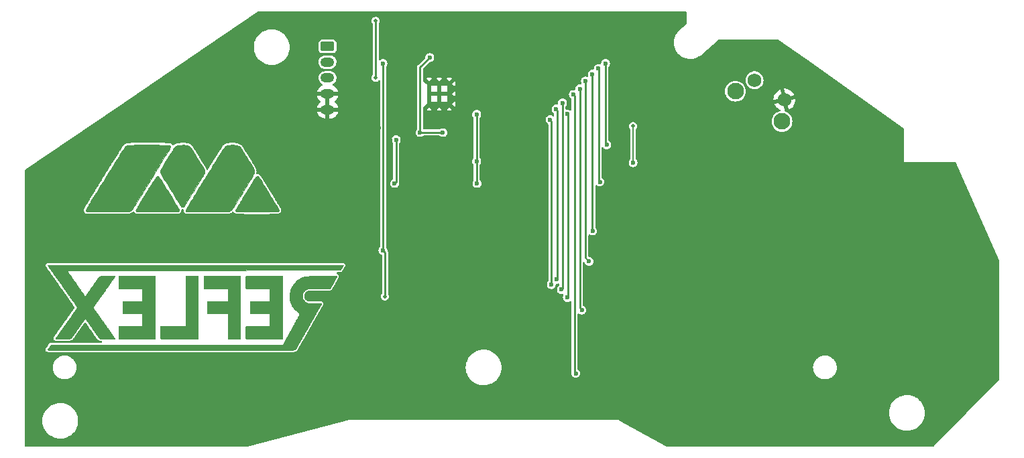
<source format=gbl>
G04 #@! TF.GenerationSoftware,KiCad,Pcbnew,7.0.9*
G04 #@! TF.CreationDate,2023-12-20T17:08:32-07:00*
G04 #@! TF.ProjectId,genesis-6_controller_pcb,67656e65-7369-4732-9d36-5f636f6e7472,4a*
G04 #@! TF.SameCoordinates,Original*
G04 #@! TF.FileFunction,Copper,L2,Bot*
G04 #@! TF.FilePolarity,Positive*
%FSLAX46Y46*%
G04 Gerber Fmt 4.6, Leading zero omitted, Abs format (unit mm)*
G04 Created by KiCad (PCBNEW 7.0.9) date 2023-12-20 17:08:32*
%MOMM*%
%LPD*%
G01*
G04 APERTURE LIST*
G04 Aperture macros list*
%AMRoundRect*
0 Rectangle with rounded corners*
0 $1 Rounding radius*
0 $2 $3 $4 $5 $6 $7 $8 $9 X,Y pos of 4 corners*
0 Add a 4 corners polygon primitive as box body*
4,1,4,$2,$3,$4,$5,$6,$7,$8,$9,$2,$3,0*
0 Add four circle primitives for the rounded corners*
1,1,$1+$1,$2,$3*
1,1,$1+$1,$4,$5*
1,1,$1+$1,$6,$7*
1,1,$1+$1,$8,$9*
0 Add four rect primitives between the rounded corners*
20,1,$1+$1,$2,$3,$4,$5,0*
20,1,$1+$1,$4,$5,$6,$7,0*
20,1,$1+$1,$6,$7,$8,$9,0*
20,1,$1+$1,$8,$9,$2,$3,0*%
G04 Aperture macros list end*
G04 #@! TA.AperFunction,EtchedComponent*
%ADD10C,0.010000*%
G04 #@! TD*
G04 #@! TA.AperFunction,ComponentPad*
%ADD11C,0.600000*%
G04 #@! TD*
G04 #@! TA.AperFunction,ComponentPad*
%ADD12C,2.100000*%
G04 #@! TD*
G04 #@! TA.AperFunction,ComponentPad*
%ADD13C,1.750000*%
G04 #@! TD*
G04 #@! TA.AperFunction,ComponentPad*
%ADD14RoundRect,0.250000X-0.625000X0.350000X-0.625000X-0.350000X0.625000X-0.350000X0.625000X0.350000X0*%
G04 #@! TD*
G04 #@! TA.AperFunction,ComponentPad*
%ADD15O,1.750000X1.200000*%
G04 #@! TD*
G04 #@! TA.AperFunction,ViaPad*
%ADD16C,0.508000*%
G04 #@! TD*
G04 #@! TA.AperFunction,ViaPad*
%ADD17C,0.600000*%
G04 #@! TD*
G04 #@! TA.AperFunction,Conductor*
%ADD18C,0.500000*%
G04 #@! TD*
G04 #@! TA.AperFunction,Conductor*
%ADD19C,0.250000*%
G04 #@! TD*
G04 #@! TA.AperFunction,Conductor*
%ADD20C,0.152400*%
G04 #@! TD*
G04 APERTURE END LIST*
D10*
X116859838Y-120852138D02*
X116877100Y-120869345D01*
X116905162Y-120905153D01*
X116944879Y-120960979D01*
X116997185Y-121038294D01*
X117063016Y-121138570D01*
X117143305Y-121263278D01*
X117238989Y-121413890D01*
X117351001Y-121591878D01*
X117480278Y-121798714D01*
X117627753Y-122035868D01*
X117794362Y-122304813D01*
X117981039Y-122607020D01*
X118188720Y-122943961D01*
X118243050Y-123032222D01*
X118407137Y-123299232D01*
X118564761Y-123556390D01*
X118714486Y-123801320D01*
X118854875Y-124031643D01*
X118984492Y-124244982D01*
X119101898Y-124438960D01*
X119205658Y-124611199D01*
X119294334Y-124759322D01*
X119366490Y-124880951D01*
X119420688Y-124973708D01*
X119455493Y-125035218D01*
X119469467Y-125063101D01*
X119473906Y-125079945D01*
X119474920Y-125167787D01*
X119436568Y-125241980D01*
X119360430Y-125299108D01*
X119348237Y-125304406D01*
X119331677Y-125309383D01*
X119309015Y-125313797D01*
X119277986Y-125317675D01*
X119236326Y-125321045D01*
X119181771Y-125323933D01*
X119112055Y-125326367D01*
X119024916Y-125328373D01*
X118918088Y-125329978D01*
X118789306Y-125331211D01*
X118636307Y-125332096D01*
X118456826Y-125332662D01*
X118248598Y-125332935D01*
X118009359Y-125332943D01*
X117736845Y-125332712D01*
X117428791Y-125332270D01*
X117082933Y-125331643D01*
X116697006Y-125330858D01*
X114107642Y-125325419D01*
X114045881Y-125256293D01*
X114017103Y-125219381D01*
X113988357Y-125148725D01*
X113993663Y-125070146D01*
X114032590Y-124974464D01*
X114033437Y-124972845D01*
X114057717Y-124929905D01*
X114101817Y-124855261D01*
X114163989Y-124751739D01*
X114242484Y-124622161D01*
X114335555Y-124469352D01*
X114441452Y-124296137D01*
X114558426Y-124105340D01*
X114684731Y-123899785D01*
X114818615Y-123682296D01*
X114958333Y-123455698D01*
X115102133Y-123222815D01*
X115248269Y-122986472D01*
X115394992Y-122749492D01*
X115540552Y-122514700D01*
X115683203Y-122284920D01*
X115821194Y-122062977D01*
X115952777Y-121851695D01*
X116076204Y-121653897D01*
X116189727Y-121472409D01*
X116291596Y-121310055D01*
X116380064Y-121169659D01*
X116453381Y-121054045D01*
X116509799Y-120966038D01*
X116547570Y-120908462D01*
X116564945Y-120884141D01*
X116595948Y-120856938D01*
X116681280Y-120816573D01*
X116772288Y-120814642D01*
X116859838Y-120852138D01*
G04 #@! TA.AperFunction,EtchedComponent*
G36*
X116859838Y-120852138D02*
G01*
X116877100Y-120869345D01*
X116905162Y-120905153D01*
X116944879Y-120960979D01*
X116997185Y-121038294D01*
X117063016Y-121138570D01*
X117143305Y-121263278D01*
X117238989Y-121413890D01*
X117351001Y-121591878D01*
X117480278Y-121798714D01*
X117627753Y-122035868D01*
X117794362Y-122304813D01*
X117981039Y-122607020D01*
X118188720Y-122943961D01*
X118243050Y-123032222D01*
X118407137Y-123299232D01*
X118564761Y-123556390D01*
X118714486Y-123801320D01*
X118854875Y-124031643D01*
X118984492Y-124244982D01*
X119101898Y-124438960D01*
X119205658Y-124611199D01*
X119294334Y-124759322D01*
X119366490Y-124880951D01*
X119420688Y-124973708D01*
X119455493Y-125035218D01*
X119469467Y-125063101D01*
X119473906Y-125079945D01*
X119474920Y-125167787D01*
X119436568Y-125241980D01*
X119360430Y-125299108D01*
X119348237Y-125304406D01*
X119331677Y-125309383D01*
X119309015Y-125313797D01*
X119277986Y-125317675D01*
X119236326Y-125321045D01*
X119181771Y-125323933D01*
X119112055Y-125326367D01*
X119024916Y-125328373D01*
X118918088Y-125329978D01*
X118789306Y-125331211D01*
X118636307Y-125332096D01*
X118456826Y-125332662D01*
X118248598Y-125332935D01*
X118009359Y-125332943D01*
X117736845Y-125332712D01*
X117428791Y-125332270D01*
X117082933Y-125331643D01*
X116697006Y-125330858D01*
X114107642Y-125325419D01*
X114045881Y-125256293D01*
X114017103Y-125219381D01*
X113988357Y-125148725D01*
X113993663Y-125070146D01*
X114032590Y-124974464D01*
X114033437Y-124972845D01*
X114057717Y-124929905D01*
X114101817Y-124855261D01*
X114163989Y-124751739D01*
X114242484Y-124622161D01*
X114335555Y-124469352D01*
X114441452Y-124296137D01*
X114558426Y-124105340D01*
X114684731Y-123899785D01*
X114818615Y-123682296D01*
X114958333Y-123455698D01*
X115102133Y-123222815D01*
X115248269Y-122986472D01*
X115394992Y-122749492D01*
X115540552Y-122514700D01*
X115683203Y-122284920D01*
X115821194Y-122062977D01*
X115952777Y-121851695D01*
X116076204Y-121653897D01*
X116189727Y-121472409D01*
X116291596Y-121310055D01*
X116380064Y-121169659D01*
X116453381Y-121054045D01*
X116509799Y-120966038D01*
X116547570Y-120908462D01*
X116564945Y-120884141D01*
X116595948Y-120856938D01*
X116681280Y-120816573D01*
X116772288Y-120814642D01*
X116859838Y-120852138D01*
G37*
G04 #@! TD.AperFunction*
X129423946Y-120832460D02*
X129506106Y-120897801D01*
X129513494Y-120907146D01*
X129544598Y-120952286D01*
X129594909Y-121029145D01*
X129662694Y-121134902D01*
X129746222Y-121266741D01*
X129843760Y-121421840D01*
X129953576Y-121597382D01*
X130073936Y-121790547D01*
X130203108Y-121998516D01*
X130339361Y-122218470D01*
X130480961Y-122447591D01*
X130626176Y-122683058D01*
X130773273Y-122922053D01*
X130920521Y-123161757D01*
X131066186Y-123399351D01*
X131208536Y-123632016D01*
X131345838Y-123856933D01*
X131476361Y-124071282D01*
X131598371Y-124272245D01*
X131710136Y-124457003D01*
X131809924Y-124622736D01*
X131896002Y-124766626D01*
X131966638Y-124885853D01*
X132020099Y-124977599D01*
X132054653Y-125039044D01*
X132068566Y-125067369D01*
X132072719Y-125084265D01*
X132072843Y-125170522D01*
X132033383Y-125241977D01*
X131954192Y-125298927D01*
X131945306Y-125302930D01*
X131929555Y-125308074D01*
X131907988Y-125312658D01*
X131878323Y-125316711D01*
X131838277Y-125320268D01*
X131785567Y-125323361D01*
X131717913Y-125326021D01*
X131633030Y-125328280D01*
X131528637Y-125330172D01*
X131402452Y-125331728D01*
X131252192Y-125332981D01*
X131075575Y-125333963D01*
X130870319Y-125334706D01*
X130634141Y-125335243D01*
X130364759Y-125335605D01*
X130059891Y-125335825D01*
X129717254Y-125335936D01*
X129334566Y-125335969D01*
X129251366Y-125335971D01*
X128870214Y-125336000D01*
X128528699Y-125335987D01*
X128224585Y-125335837D01*
X127955634Y-125335456D01*
X127719609Y-125334751D01*
X127514272Y-125333626D01*
X127337387Y-125331987D01*
X127186715Y-125329739D01*
X127060020Y-125326789D01*
X126955065Y-125323041D01*
X126869611Y-125318401D01*
X126801423Y-125312776D01*
X126748262Y-125306070D01*
X126707892Y-125298189D01*
X126678075Y-125289039D01*
X126656573Y-125278525D01*
X126641150Y-125266553D01*
X126629569Y-125253028D01*
X126619591Y-125237856D01*
X126608981Y-125220943D01*
X126587503Y-125174070D01*
X126585029Y-125090991D01*
X126590684Y-125076979D01*
X126616791Y-125027450D01*
X126662462Y-124946600D01*
X126725981Y-124837230D01*
X126805630Y-124702142D01*
X126899692Y-124544138D01*
X127006448Y-124366019D01*
X127124183Y-124170587D01*
X127251177Y-123960643D01*
X127385714Y-123738989D01*
X127526076Y-123508428D01*
X127670546Y-123271760D01*
X127817407Y-123031787D01*
X127964940Y-122791310D01*
X128111428Y-122553133D01*
X128255155Y-122320055D01*
X128394402Y-122094880D01*
X128527451Y-121880407D01*
X128652587Y-121679440D01*
X128768090Y-121494780D01*
X128872244Y-121329228D01*
X128963331Y-121185587D01*
X129039634Y-121066657D01*
X129099435Y-120975240D01*
X129141017Y-120914139D01*
X129162662Y-120886154D01*
X129248612Y-120827033D01*
X129337086Y-120808836D01*
X129423946Y-120832460D01*
G04 #@! TA.AperFunction,EtchedComponent*
G36*
X129423946Y-120832460D02*
G01*
X129506106Y-120897801D01*
X129513494Y-120907146D01*
X129544598Y-120952286D01*
X129594909Y-121029145D01*
X129662694Y-121134902D01*
X129746222Y-121266741D01*
X129843760Y-121421840D01*
X129953576Y-121597382D01*
X130073936Y-121790547D01*
X130203108Y-121998516D01*
X130339361Y-122218470D01*
X130480961Y-122447591D01*
X130626176Y-122683058D01*
X130773273Y-122922053D01*
X130920521Y-123161757D01*
X131066186Y-123399351D01*
X131208536Y-123632016D01*
X131345838Y-123856933D01*
X131476361Y-124071282D01*
X131598371Y-124272245D01*
X131710136Y-124457003D01*
X131809924Y-124622736D01*
X131896002Y-124766626D01*
X131966638Y-124885853D01*
X132020099Y-124977599D01*
X132054653Y-125039044D01*
X132068566Y-125067369D01*
X132072719Y-125084265D01*
X132072843Y-125170522D01*
X132033383Y-125241977D01*
X131954192Y-125298927D01*
X131945306Y-125302930D01*
X131929555Y-125308074D01*
X131907988Y-125312658D01*
X131878323Y-125316711D01*
X131838277Y-125320268D01*
X131785567Y-125323361D01*
X131717913Y-125326021D01*
X131633030Y-125328280D01*
X131528637Y-125330172D01*
X131402452Y-125331728D01*
X131252192Y-125332981D01*
X131075575Y-125333963D01*
X130870319Y-125334706D01*
X130634141Y-125335243D01*
X130364759Y-125335605D01*
X130059891Y-125335825D01*
X129717254Y-125335936D01*
X129334566Y-125335969D01*
X129251366Y-125335971D01*
X128870214Y-125336000D01*
X128528699Y-125335987D01*
X128224585Y-125335837D01*
X127955634Y-125335456D01*
X127719609Y-125334751D01*
X127514272Y-125333626D01*
X127337387Y-125331987D01*
X127186715Y-125329739D01*
X127060020Y-125326789D01*
X126955065Y-125323041D01*
X126869611Y-125318401D01*
X126801423Y-125312776D01*
X126748262Y-125306070D01*
X126707892Y-125298189D01*
X126678075Y-125289039D01*
X126656573Y-125278525D01*
X126641150Y-125266553D01*
X126629569Y-125253028D01*
X126619591Y-125237856D01*
X126608981Y-125220943D01*
X126587503Y-125174070D01*
X126585029Y-125090991D01*
X126590684Y-125076979D01*
X126616791Y-125027450D01*
X126662462Y-124946600D01*
X126725981Y-124837230D01*
X126805630Y-124702142D01*
X126899692Y-124544138D01*
X127006448Y-124366019D01*
X127124183Y-124170587D01*
X127251177Y-123960643D01*
X127385714Y-123738989D01*
X127526076Y-123508428D01*
X127670546Y-123271760D01*
X127817407Y-123031787D01*
X127964940Y-122791310D01*
X128111428Y-122553133D01*
X128255155Y-122320055D01*
X128394402Y-122094880D01*
X128527451Y-121880407D01*
X128652587Y-121679440D01*
X128768090Y-121494780D01*
X128872244Y-121329228D01*
X128963331Y-121185587D01*
X129039634Y-121066657D01*
X129099435Y-120975240D01*
X129141017Y-120914139D01*
X129162662Y-120886154D01*
X129248612Y-120827033D01*
X129337086Y-120808836D01*
X129423946Y-120832460D01*
G37*
G04 #@! TD.AperFunction*
X114897748Y-116870486D02*
X115246023Y-116870694D01*
X115634276Y-116870962D01*
X115710863Y-116871015D01*
X116109931Y-116871427D01*
X116468634Y-116872051D01*
X116788639Y-116872904D01*
X117071615Y-116874003D01*
X117319227Y-116875366D01*
X117533143Y-116877010D01*
X117715029Y-116878952D01*
X117866554Y-116881210D01*
X117989383Y-116883800D01*
X118085185Y-116886740D01*
X118155625Y-116890047D01*
X118202372Y-116893739D01*
X118227092Y-116897833D01*
X118274111Y-116917094D01*
X118341571Y-116973688D01*
X118375288Y-117050247D01*
X118371204Y-117139958D01*
X118367281Y-117148129D01*
X118343530Y-117190025D01*
X118299442Y-117264863D01*
X118236254Y-117370629D01*
X118155200Y-117505310D01*
X118057518Y-117666892D01*
X117944443Y-117853361D01*
X117817211Y-118062704D01*
X117677058Y-118292906D01*
X117525221Y-118541955D01*
X117362934Y-118807836D01*
X117191434Y-119088536D01*
X117011958Y-119382041D01*
X116825740Y-119686338D01*
X116634018Y-119999412D01*
X116438026Y-120319250D01*
X116239001Y-120643839D01*
X116038179Y-120971164D01*
X115836796Y-121299213D01*
X115636088Y-121625970D01*
X115437290Y-121949424D01*
X115241640Y-122267559D01*
X115050372Y-122578362D01*
X114864723Y-122879820D01*
X114685928Y-123169919D01*
X114515225Y-123446645D01*
X114353848Y-123707984D01*
X114203033Y-123951924D01*
X114064017Y-124176449D01*
X113938036Y-124379547D01*
X113826326Y-124559203D01*
X113730122Y-124713405D01*
X113650660Y-124840138D01*
X113589177Y-124937388D01*
X113546909Y-125003143D01*
X113525090Y-125035388D01*
X113455872Y-125106840D01*
X113355906Y-125180975D01*
X113240673Y-125246352D01*
X113123571Y-125294333D01*
X113117878Y-125296128D01*
X113097675Y-125301846D01*
X113074535Y-125306950D01*
X113046139Y-125311470D01*
X113010172Y-125315435D01*
X112964315Y-125318877D01*
X112906250Y-125321825D01*
X112833661Y-125324309D01*
X112744231Y-125326360D01*
X112635641Y-125328008D01*
X112505574Y-125329284D01*
X112351713Y-125330217D01*
X112171741Y-125330838D01*
X111963340Y-125331177D01*
X111724193Y-125331264D01*
X111451982Y-125331130D01*
X111144390Y-125330804D01*
X110799100Y-125330318D01*
X110413794Y-125329701D01*
X107827717Y-125325419D01*
X107767960Y-125280955D01*
X107717733Y-125219295D01*
X107698013Y-125136012D01*
X107709715Y-125039510D01*
X107753181Y-124937768D01*
X107765816Y-124916843D01*
X107800376Y-124860259D01*
X107855194Y-124770804D01*
X107929212Y-124650194D01*
X108021374Y-124500147D01*
X108130624Y-124322380D01*
X108255906Y-124118610D01*
X108396162Y-123890555D01*
X108550337Y-123639933D01*
X108717373Y-123368459D01*
X108896215Y-123077853D01*
X109085807Y-122769830D01*
X109285091Y-122446109D01*
X109493011Y-122108407D01*
X109708510Y-121758441D01*
X109930533Y-121397928D01*
X110158023Y-121028585D01*
X110403907Y-120629628D01*
X110651081Y-120229051D01*
X110887186Y-119846906D01*
X111111433Y-119484454D01*
X111323035Y-119142959D01*
X111521203Y-118823682D01*
X111705150Y-118527887D01*
X111874088Y-118256835D01*
X112027228Y-118011790D01*
X112163784Y-117794013D01*
X112282966Y-117604768D01*
X112383987Y-117445317D01*
X112466060Y-117316921D01*
X112528395Y-117220845D01*
X112570206Y-117158350D01*
X112590704Y-117130699D01*
X112623592Y-117099572D01*
X112701269Y-117037245D01*
X112776287Y-116988521D01*
X112778283Y-116987433D01*
X112809956Y-116969993D01*
X112839186Y-116954357D01*
X112868332Y-116940429D01*
X112899748Y-116928111D01*
X112935793Y-116917307D01*
X112978822Y-116907920D01*
X113031191Y-116899852D01*
X113095258Y-116893007D01*
X113173380Y-116887288D01*
X113267912Y-116882598D01*
X113381211Y-116878840D01*
X113515635Y-116875917D01*
X113673539Y-116873732D01*
X113857280Y-116872188D01*
X114069215Y-116871188D01*
X114311700Y-116870636D01*
X114587092Y-116870434D01*
X114897748Y-116870486D01*
G04 #@! TA.AperFunction,EtchedComponent*
G36*
X114897748Y-116870486D02*
G01*
X115246023Y-116870694D01*
X115634276Y-116870962D01*
X115710863Y-116871015D01*
X116109931Y-116871427D01*
X116468634Y-116872051D01*
X116788639Y-116872904D01*
X117071615Y-116874003D01*
X117319227Y-116875366D01*
X117533143Y-116877010D01*
X117715029Y-116878952D01*
X117866554Y-116881210D01*
X117989383Y-116883800D01*
X118085185Y-116886740D01*
X118155625Y-116890047D01*
X118202372Y-116893739D01*
X118227092Y-116897833D01*
X118274111Y-116917094D01*
X118341571Y-116973688D01*
X118375288Y-117050247D01*
X118371204Y-117139958D01*
X118367281Y-117148129D01*
X118343530Y-117190025D01*
X118299442Y-117264863D01*
X118236254Y-117370629D01*
X118155200Y-117505310D01*
X118057518Y-117666892D01*
X117944443Y-117853361D01*
X117817211Y-118062704D01*
X117677058Y-118292906D01*
X117525221Y-118541955D01*
X117362934Y-118807836D01*
X117191434Y-119088536D01*
X117011958Y-119382041D01*
X116825740Y-119686338D01*
X116634018Y-119999412D01*
X116438026Y-120319250D01*
X116239001Y-120643839D01*
X116038179Y-120971164D01*
X115836796Y-121299213D01*
X115636088Y-121625970D01*
X115437290Y-121949424D01*
X115241640Y-122267559D01*
X115050372Y-122578362D01*
X114864723Y-122879820D01*
X114685928Y-123169919D01*
X114515225Y-123446645D01*
X114353848Y-123707984D01*
X114203033Y-123951924D01*
X114064017Y-124176449D01*
X113938036Y-124379547D01*
X113826326Y-124559203D01*
X113730122Y-124713405D01*
X113650660Y-124840138D01*
X113589177Y-124937388D01*
X113546909Y-125003143D01*
X113525090Y-125035388D01*
X113455872Y-125106840D01*
X113355906Y-125180975D01*
X113240673Y-125246352D01*
X113123571Y-125294333D01*
X113117878Y-125296128D01*
X113097675Y-125301846D01*
X113074535Y-125306950D01*
X113046139Y-125311470D01*
X113010172Y-125315435D01*
X112964315Y-125318877D01*
X112906250Y-125321825D01*
X112833661Y-125324309D01*
X112744231Y-125326360D01*
X112635641Y-125328008D01*
X112505574Y-125329284D01*
X112351713Y-125330217D01*
X112171741Y-125330838D01*
X111963340Y-125331177D01*
X111724193Y-125331264D01*
X111451982Y-125331130D01*
X111144390Y-125330804D01*
X110799100Y-125330318D01*
X110413794Y-125329701D01*
X107827717Y-125325419D01*
X107767960Y-125280955D01*
X107717733Y-125219295D01*
X107698013Y-125136012D01*
X107709715Y-125039510D01*
X107753181Y-124937768D01*
X107765816Y-124916843D01*
X107800376Y-124860259D01*
X107855194Y-124770804D01*
X107929212Y-124650194D01*
X108021374Y-124500147D01*
X108130624Y-124322380D01*
X108255906Y-124118610D01*
X108396162Y-123890555D01*
X108550337Y-123639933D01*
X108717373Y-123368459D01*
X108896215Y-123077853D01*
X109085807Y-122769830D01*
X109285091Y-122446109D01*
X109493011Y-122108407D01*
X109708510Y-121758441D01*
X109930533Y-121397928D01*
X110158023Y-121028585D01*
X110403907Y-120629628D01*
X110651081Y-120229051D01*
X110887186Y-119846906D01*
X111111433Y-119484454D01*
X111323035Y-119142959D01*
X111521203Y-118823682D01*
X111705150Y-118527887D01*
X111874088Y-118256835D01*
X112027228Y-118011790D01*
X112163784Y-117794013D01*
X112282966Y-117604768D01*
X112383987Y-117445317D01*
X112466060Y-117316921D01*
X112528395Y-117220845D01*
X112570206Y-117158350D01*
X112590704Y-117130699D01*
X112623592Y-117099572D01*
X112701269Y-117037245D01*
X112776287Y-116988521D01*
X112778283Y-116987433D01*
X112809956Y-116969993D01*
X112839186Y-116954357D01*
X112868332Y-116940429D01*
X112899748Y-116928111D01*
X112935793Y-116917307D01*
X112978822Y-116907920D01*
X113031191Y-116899852D01*
X113095258Y-116893007D01*
X113173380Y-116887288D01*
X113267912Y-116882598D01*
X113381211Y-116878840D01*
X113515635Y-116875917D01*
X113673539Y-116873732D01*
X113857280Y-116872188D01*
X114069215Y-116871188D01*
X114311700Y-116870636D01*
X114587092Y-116870434D01*
X114897748Y-116870486D01*
G37*
G04 #@! TD.AperFunction*
X120216634Y-116874701D02*
X120331517Y-116881962D01*
X120426051Y-116894239D01*
X120506454Y-116912217D01*
X120578948Y-116936578D01*
X120649752Y-116968006D01*
X120677630Y-116981977D01*
X120717723Y-117004220D01*
X120756235Y-117029705D01*
X120794980Y-117060963D01*
X120835777Y-117100524D01*
X120880441Y-117150922D01*
X120930788Y-117214686D01*
X120988636Y-117294348D01*
X121055801Y-117392440D01*
X121134100Y-117511492D01*
X121225349Y-117654035D01*
X121331364Y-117822602D01*
X121453962Y-118019723D01*
X121594960Y-118247929D01*
X121756173Y-118509752D01*
X121856445Y-118672849D01*
X121984732Y-118881818D01*
X122106095Y-119079845D01*
X122218622Y-119263792D01*
X122320401Y-119430524D01*
X122409520Y-119576903D01*
X122484069Y-119699794D01*
X122542135Y-119796059D01*
X122581806Y-119862563D01*
X122601172Y-119896169D01*
X122617837Y-119929595D01*
X122635502Y-119977720D01*
X122645829Y-120033383D01*
X122650668Y-120108171D01*
X122651870Y-120213669D01*
X122651565Y-120272647D01*
X122648538Y-120362105D01*
X122640863Y-120426315D01*
X122626825Y-120476559D01*
X122604711Y-120524120D01*
X122603569Y-120526244D01*
X122574919Y-120576615D01*
X122526803Y-120658015D01*
X122460957Y-120767650D01*
X122379115Y-120902722D01*
X122283010Y-121060437D01*
X122174378Y-121237998D01*
X122054953Y-121432609D01*
X121926468Y-121641476D01*
X121790659Y-121861800D01*
X121649259Y-122090788D01*
X121504003Y-122325643D01*
X121356625Y-122563569D01*
X121208859Y-122801770D01*
X121062441Y-123037451D01*
X120919103Y-123267815D01*
X120780581Y-123490067D01*
X120648608Y-123701410D01*
X120524919Y-123899050D01*
X120411248Y-124080190D01*
X120309330Y-124242033D01*
X120220899Y-124381786D01*
X120147689Y-124496650D01*
X120091435Y-124583831D01*
X120053870Y-124640533D01*
X120036729Y-124663960D01*
X120034374Y-124666103D01*
X119953185Y-124712443D01*
X119859964Y-124720812D01*
X119762669Y-124690443D01*
X119755334Y-124686683D01*
X119746219Y-124681476D01*
X119736435Y-124674208D01*
X119724850Y-124663091D01*
X119710330Y-124646336D01*
X119691740Y-124622155D01*
X119667947Y-124588759D01*
X119637818Y-124544360D01*
X119600219Y-124487169D01*
X119554017Y-124415399D01*
X119498077Y-124327260D01*
X119431266Y-124220964D01*
X119352451Y-124094723D01*
X119260498Y-123946749D01*
X119154273Y-123775252D01*
X119032643Y-123578445D01*
X118894474Y-123354539D01*
X118738632Y-123101745D01*
X118563984Y-122818276D01*
X118369397Y-122502343D01*
X118153735Y-122152157D01*
X118069011Y-122014567D01*
X117901784Y-121742771D01*
X117754884Y-121503459D01*
X117626996Y-121294221D01*
X117516802Y-121112645D01*
X117422988Y-120956319D01*
X117344236Y-120822833D01*
X117279231Y-120709774D01*
X117226656Y-120614733D01*
X117185196Y-120535298D01*
X117153534Y-120469057D01*
X117130355Y-120413599D01*
X117114341Y-120366514D01*
X117104176Y-120325389D01*
X117098546Y-120287814D01*
X117096132Y-120251378D01*
X117095620Y-120213669D01*
X117095621Y-120212785D01*
X117096304Y-120171685D01*
X117099274Y-120132009D01*
X117105958Y-120091083D01*
X117117785Y-120046237D01*
X117136186Y-119994797D01*
X117162588Y-119934092D01*
X117198422Y-119861448D01*
X117245115Y-119774195D01*
X117304098Y-119669659D01*
X117376799Y-119545169D01*
X117464647Y-119398052D01*
X117569072Y-119225636D01*
X117691502Y-119025249D01*
X117833366Y-118794217D01*
X117996095Y-118529870D01*
X118106131Y-118351300D01*
X118250492Y-118117370D01*
X118375571Y-117915293D01*
X118483033Y-117742532D01*
X118574546Y-117596547D01*
X118651775Y-117474802D01*
X118716387Y-117374759D01*
X118770048Y-117293878D01*
X118814426Y-117229623D01*
X118851186Y-117179454D01*
X118881996Y-117140834D01*
X118908521Y-117111226D01*
X118932428Y-117088090D01*
X118955383Y-117068889D01*
X118978870Y-117050631D01*
X119048773Y-116999786D01*
X119114593Y-116960239D01*
X119182960Y-116930453D01*
X119260505Y-116908889D01*
X119353859Y-116894008D01*
X119469651Y-116884274D01*
X119614513Y-116878146D01*
X119795074Y-116874088D01*
X119900933Y-116872493D01*
X120075179Y-116871772D01*
X120216634Y-116874701D01*
G04 #@! TA.AperFunction,EtchedComponent*
G36*
X120216634Y-116874701D02*
G01*
X120331517Y-116881962D01*
X120426051Y-116894239D01*
X120506454Y-116912217D01*
X120578948Y-116936578D01*
X120649752Y-116968006D01*
X120677630Y-116981977D01*
X120717723Y-117004220D01*
X120756235Y-117029705D01*
X120794980Y-117060963D01*
X120835777Y-117100524D01*
X120880441Y-117150922D01*
X120930788Y-117214686D01*
X120988636Y-117294348D01*
X121055801Y-117392440D01*
X121134100Y-117511492D01*
X121225349Y-117654035D01*
X121331364Y-117822602D01*
X121453962Y-118019723D01*
X121594960Y-118247929D01*
X121756173Y-118509752D01*
X121856445Y-118672849D01*
X121984732Y-118881818D01*
X122106095Y-119079845D01*
X122218622Y-119263792D01*
X122320401Y-119430524D01*
X122409520Y-119576903D01*
X122484069Y-119699794D01*
X122542135Y-119796059D01*
X122581806Y-119862563D01*
X122601172Y-119896169D01*
X122617837Y-119929595D01*
X122635502Y-119977720D01*
X122645829Y-120033383D01*
X122650668Y-120108171D01*
X122651870Y-120213669D01*
X122651565Y-120272647D01*
X122648538Y-120362105D01*
X122640863Y-120426315D01*
X122626825Y-120476559D01*
X122604711Y-120524120D01*
X122603569Y-120526244D01*
X122574919Y-120576615D01*
X122526803Y-120658015D01*
X122460957Y-120767650D01*
X122379115Y-120902722D01*
X122283010Y-121060437D01*
X122174378Y-121237998D01*
X122054953Y-121432609D01*
X121926468Y-121641476D01*
X121790659Y-121861800D01*
X121649259Y-122090788D01*
X121504003Y-122325643D01*
X121356625Y-122563569D01*
X121208859Y-122801770D01*
X121062441Y-123037451D01*
X120919103Y-123267815D01*
X120780581Y-123490067D01*
X120648608Y-123701410D01*
X120524919Y-123899050D01*
X120411248Y-124080190D01*
X120309330Y-124242033D01*
X120220899Y-124381786D01*
X120147689Y-124496650D01*
X120091435Y-124583831D01*
X120053870Y-124640533D01*
X120036729Y-124663960D01*
X120034374Y-124666103D01*
X119953185Y-124712443D01*
X119859964Y-124720812D01*
X119762669Y-124690443D01*
X119755334Y-124686683D01*
X119746219Y-124681476D01*
X119736435Y-124674208D01*
X119724850Y-124663091D01*
X119710330Y-124646336D01*
X119691740Y-124622155D01*
X119667947Y-124588759D01*
X119637818Y-124544360D01*
X119600219Y-124487169D01*
X119554017Y-124415399D01*
X119498077Y-124327260D01*
X119431266Y-124220964D01*
X119352451Y-124094723D01*
X119260498Y-123946749D01*
X119154273Y-123775252D01*
X119032643Y-123578445D01*
X118894474Y-123354539D01*
X118738632Y-123101745D01*
X118563984Y-122818276D01*
X118369397Y-122502343D01*
X118153735Y-122152157D01*
X118069011Y-122014567D01*
X117901784Y-121742771D01*
X117754884Y-121503459D01*
X117626996Y-121294221D01*
X117516802Y-121112645D01*
X117422988Y-120956319D01*
X117344236Y-120822833D01*
X117279231Y-120709774D01*
X117226656Y-120614733D01*
X117185196Y-120535298D01*
X117153534Y-120469057D01*
X117130355Y-120413599D01*
X117114341Y-120366514D01*
X117104176Y-120325389D01*
X117098546Y-120287814D01*
X117096132Y-120251378D01*
X117095620Y-120213669D01*
X117095621Y-120212785D01*
X117096304Y-120171685D01*
X117099274Y-120132009D01*
X117105958Y-120091083D01*
X117117785Y-120046237D01*
X117136186Y-119994797D01*
X117162588Y-119934092D01*
X117198422Y-119861448D01*
X117245115Y-119774195D01*
X117304098Y-119669659D01*
X117376799Y-119545169D01*
X117464647Y-119398052D01*
X117569072Y-119225636D01*
X117691502Y-119025249D01*
X117833366Y-118794217D01*
X117996095Y-118529870D01*
X118106131Y-118351300D01*
X118250492Y-118117370D01*
X118375571Y-117915293D01*
X118483033Y-117742532D01*
X118574546Y-117596547D01*
X118651775Y-117474802D01*
X118716387Y-117374759D01*
X118770048Y-117293878D01*
X118814426Y-117229623D01*
X118851186Y-117179454D01*
X118881996Y-117140834D01*
X118908521Y-117111226D01*
X118932428Y-117088090D01*
X118955383Y-117068889D01*
X118978870Y-117050631D01*
X119048773Y-116999786D01*
X119114593Y-116960239D01*
X119182960Y-116930453D01*
X119260505Y-116908889D01*
X119353859Y-116894008D01*
X119469651Y-116884274D01*
X119614513Y-116878146D01*
X119795074Y-116874088D01*
X119900933Y-116872493D01*
X120075179Y-116871772D01*
X120216634Y-116874701D01*
G37*
G04 #@! TD.AperFunction*
X126311192Y-116870845D02*
X126449107Y-116873654D01*
X126570789Y-116878322D01*
X126667550Y-116884828D01*
X126730704Y-116893153D01*
X126792091Y-116909067D01*
X126930331Y-116962767D01*
X127060644Y-117035282D01*
X127165833Y-117117734D01*
X127174472Y-117127506D01*
X127209540Y-117175106D01*
X127264373Y-117255633D01*
X127337493Y-117366770D01*
X127427421Y-117506200D01*
X127532679Y-117671605D01*
X127651789Y-117860669D01*
X127783272Y-118071074D01*
X127925650Y-118300504D01*
X128077445Y-118546641D01*
X128201973Y-118749263D01*
X128348156Y-118987634D01*
X128474558Y-119194719D01*
X128582612Y-119373196D01*
X128673751Y-119525740D01*
X128749408Y-119655027D01*
X128811018Y-119763734D01*
X128860011Y-119854538D01*
X128897823Y-119930114D01*
X128925885Y-119993139D01*
X128945632Y-120046289D01*
X128958495Y-120092241D01*
X128965909Y-120133671D01*
X128969307Y-120173254D01*
X128970120Y-120213669D01*
X128970075Y-120227091D01*
X128969227Y-120257867D01*
X128966428Y-120288771D01*
X128960554Y-120321799D01*
X128950480Y-120358947D01*
X128935081Y-120402211D01*
X128913231Y-120453584D01*
X128883806Y-120515064D01*
X128845680Y-120588644D01*
X128797730Y-120676321D01*
X128738829Y-120780090D01*
X128667853Y-120901946D01*
X128583677Y-121043885D01*
X128485175Y-121207902D01*
X128371224Y-121395992D01*
X128240697Y-121610150D01*
X128092471Y-121852373D01*
X127925419Y-122124654D01*
X127738417Y-122428991D01*
X127530340Y-122767377D01*
X127508526Y-122802844D01*
X127288940Y-123159526D01*
X127090362Y-123481406D01*
X126911972Y-123769783D01*
X126752948Y-124025956D01*
X126612470Y-124251223D01*
X126489715Y-124446885D01*
X126383863Y-124614240D01*
X126294092Y-124754586D01*
X126219581Y-124869224D01*
X126159508Y-124959453D01*
X126113053Y-125026570D01*
X126079394Y-125071876D01*
X126057709Y-125096670D01*
X126001315Y-125143811D01*
X125890622Y-125216965D01*
X125771638Y-125277470D01*
X125662164Y-125315478D01*
X125644554Y-125317005D01*
X125585729Y-125319059D01*
X125489196Y-125321057D01*
X125357625Y-125322980D01*
X125193686Y-125324809D01*
X125000052Y-125326527D01*
X124779393Y-125328113D01*
X124534379Y-125329549D01*
X124267683Y-125330818D01*
X123981974Y-125331899D01*
X123679923Y-125332775D01*
X123364203Y-125333427D01*
X123037482Y-125333835D01*
X123017172Y-125333852D01*
X122628354Y-125334193D01*
X122279541Y-125334457D01*
X121968515Y-125334562D01*
X121693057Y-125334422D01*
X121450948Y-125333953D01*
X121239971Y-125333069D01*
X121057906Y-125331685D01*
X120902535Y-125329718D01*
X120771641Y-125327082D01*
X120663003Y-125323693D01*
X120574404Y-125319465D01*
X120503625Y-125314315D01*
X120448449Y-125308156D01*
X120406655Y-125300905D01*
X120376026Y-125292476D01*
X120354343Y-125282786D01*
X120339388Y-125271748D01*
X120328943Y-125259278D01*
X120320788Y-125245292D01*
X120312706Y-125229705D01*
X120307961Y-125221157D01*
X120300494Y-125207866D01*
X120294302Y-125194522D01*
X120290222Y-125179683D01*
X120289090Y-125161910D01*
X120291740Y-125139763D01*
X120299010Y-125111800D01*
X120311735Y-125076581D01*
X120330751Y-125032667D01*
X120356893Y-124978616D01*
X120390998Y-124912989D01*
X120433902Y-124834346D01*
X120486440Y-124741245D01*
X120549449Y-124632246D01*
X120623764Y-124505910D01*
X120710222Y-124360796D01*
X120809657Y-124195463D01*
X120922907Y-124008472D01*
X121050806Y-123798382D01*
X121194191Y-123563752D01*
X121353898Y-123303142D01*
X121530762Y-123015112D01*
X121725621Y-122698222D01*
X121939308Y-122351032D01*
X122172661Y-121972100D01*
X122426515Y-121559987D01*
X122701706Y-121113252D01*
X122725445Y-121074715D01*
X122985908Y-120652153D01*
X123235736Y-120247322D01*
X123474165Y-119861447D01*
X123700431Y-119495754D01*
X123913769Y-119151467D01*
X124113414Y-118829812D01*
X124298603Y-118532013D01*
X124468571Y-118259295D01*
X124622554Y-118012884D01*
X124759787Y-117794005D01*
X124879506Y-117603882D01*
X124980947Y-117443740D01*
X125063345Y-117314806D01*
X125125935Y-117218302D01*
X125167955Y-117155456D01*
X125188638Y-117127491D01*
X125243317Y-117077913D01*
X125365354Y-116996262D01*
X125504473Y-116931036D01*
X125644551Y-116890614D01*
X125682182Y-116885397D01*
X125770951Y-116878606D01*
X125886924Y-116873776D01*
X126021413Y-116870886D01*
X126165732Y-116869916D01*
X126311192Y-116870845D01*
G04 #@! TA.AperFunction,EtchedComponent*
G36*
X126311192Y-116870845D02*
G01*
X126449107Y-116873654D01*
X126570789Y-116878322D01*
X126667550Y-116884828D01*
X126730704Y-116893153D01*
X126792091Y-116909067D01*
X126930331Y-116962767D01*
X127060644Y-117035282D01*
X127165833Y-117117734D01*
X127174472Y-117127506D01*
X127209540Y-117175106D01*
X127264373Y-117255633D01*
X127337493Y-117366770D01*
X127427421Y-117506200D01*
X127532679Y-117671605D01*
X127651789Y-117860669D01*
X127783272Y-118071074D01*
X127925650Y-118300504D01*
X128077445Y-118546641D01*
X128201973Y-118749263D01*
X128348156Y-118987634D01*
X128474558Y-119194719D01*
X128582612Y-119373196D01*
X128673751Y-119525740D01*
X128749408Y-119655027D01*
X128811018Y-119763734D01*
X128860011Y-119854538D01*
X128897823Y-119930114D01*
X128925885Y-119993139D01*
X128945632Y-120046289D01*
X128958495Y-120092241D01*
X128965909Y-120133671D01*
X128969307Y-120173254D01*
X128970120Y-120213669D01*
X128970075Y-120227091D01*
X128969227Y-120257867D01*
X128966428Y-120288771D01*
X128960554Y-120321799D01*
X128950480Y-120358947D01*
X128935081Y-120402211D01*
X128913231Y-120453584D01*
X128883806Y-120515064D01*
X128845680Y-120588644D01*
X128797730Y-120676321D01*
X128738829Y-120780090D01*
X128667853Y-120901946D01*
X128583677Y-121043885D01*
X128485175Y-121207902D01*
X128371224Y-121395992D01*
X128240697Y-121610150D01*
X128092471Y-121852373D01*
X127925419Y-122124654D01*
X127738417Y-122428991D01*
X127530340Y-122767377D01*
X127508526Y-122802844D01*
X127288940Y-123159526D01*
X127090362Y-123481406D01*
X126911972Y-123769783D01*
X126752948Y-124025956D01*
X126612470Y-124251223D01*
X126489715Y-124446885D01*
X126383863Y-124614240D01*
X126294092Y-124754586D01*
X126219581Y-124869224D01*
X126159508Y-124959453D01*
X126113053Y-125026570D01*
X126079394Y-125071876D01*
X126057709Y-125096670D01*
X126001315Y-125143811D01*
X125890622Y-125216965D01*
X125771638Y-125277470D01*
X125662164Y-125315478D01*
X125644554Y-125317005D01*
X125585729Y-125319059D01*
X125489196Y-125321057D01*
X125357625Y-125322980D01*
X125193686Y-125324809D01*
X125000052Y-125326527D01*
X124779393Y-125328113D01*
X124534379Y-125329549D01*
X124267683Y-125330818D01*
X123981974Y-125331899D01*
X123679923Y-125332775D01*
X123364203Y-125333427D01*
X123037482Y-125333835D01*
X123017172Y-125333852D01*
X122628354Y-125334193D01*
X122279541Y-125334457D01*
X121968515Y-125334562D01*
X121693057Y-125334422D01*
X121450948Y-125333953D01*
X121239971Y-125333069D01*
X121057906Y-125331685D01*
X120902535Y-125329718D01*
X120771641Y-125327082D01*
X120663003Y-125323693D01*
X120574404Y-125319465D01*
X120503625Y-125314315D01*
X120448449Y-125308156D01*
X120406655Y-125300905D01*
X120376026Y-125292476D01*
X120354343Y-125282786D01*
X120339388Y-125271748D01*
X120328943Y-125259278D01*
X120320788Y-125245292D01*
X120312706Y-125229705D01*
X120307961Y-125221157D01*
X120300494Y-125207866D01*
X120294302Y-125194522D01*
X120290222Y-125179683D01*
X120289090Y-125161910D01*
X120291740Y-125139763D01*
X120299010Y-125111800D01*
X120311735Y-125076581D01*
X120330751Y-125032667D01*
X120356893Y-124978616D01*
X120390998Y-124912989D01*
X120433902Y-124834346D01*
X120486440Y-124741245D01*
X120549449Y-124632246D01*
X120623764Y-124505910D01*
X120710222Y-124360796D01*
X120809657Y-124195463D01*
X120922907Y-124008472D01*
X121050806Y-123798382D01*
X121194191Y-123563752D01*
X121353898Y-123303142D01*
X121530762Y-123015112D01*
X121725621Y-122698222D01*
X121939308Y-122351032D01*
X122172661Y-121972100D01*
X122426515Y-121559987D01*
X122701706Y-121113252D01*
X122725445Y-121074715D01*
X122985908Y-120652153D01*
X123235736Y-120247322D01*
X123474165Y-119861447D01*
X123700431Y-119495754D01*
X123913769Y-119151467D01*
X124113414Y-118829812D01*
X124298603Y-118532013D01*
X124468571Y-118259295D01*
X124622554Y-118012884D01*
X124759787Y-117794005D01*
X124879506Y-117603882D01*
X124980947Y-117443740D01*
X125063345Y-117314806D01*
X125125935Y-117218302D01*
X125167955Y-117155456D01*
X125188638Y-117127491D01*
X125243317Y-117077913D01*
X125365354Y-116996262D01*
X125504473Y-116931036D01*
X125644551Y-116890614D01*
X125682182Y-116885397D01*
X125770951Y-116878606D01*
X125886924Y-116873776D01*
X126021413Y-116870886D01*
X126165732Y-116869916D01*
X126311192Y-116870845D01*
G37*
G04 #@! TD.AperFunction*
X127197520Y-141365001D02*
X126419645Y-141359449D01*
X125641770Y-141353896D01*
X125631187Y-139776980D01*
X125620604Y-138200063D01*
X124334729Y-138194607D01*
X123048854Y-138189152D01*
X123048854Y-136623146D01*
X124313562Y-136622822D01*
X124532674Y-136622510D01*
X124748904Y-136621677D01*
X124949192Y-136620374D01*
X125129767Y-136618653D01*
X125286859Y-136616564D01*
X125416698Y-136614156D01*
X125515514Y-136611482D01*
X125579537Y-136608590D01*
X125604997Y-136605532D01*
X125611014Y-136595886D01*
X125617015Y-136567181D01*
X125621583Y-136516674D01*
X125624812Y-136440945D01*
X125626792Y-136336573D01*
X125627617Y-136200138D01*
X125627376Y-136028220D01*
X125626164Y-135817398D01*
X125620604Y-135046230D01*
X124097766Y-135040797D01*
X123808649Y-135039629D01*
X123542293Y-135038214D01*
X123313658Y-135036564D01*
X123120374Y-135034631D01*
X122960072Y-135032364D01*
X122830383Y-135029717D01*
X122728938Y-135026639D01*
X122653368Y-135023082D01*
X122601304Y-135018996D01*
X122570376Y-135014334D01*
X122558215Y-135009047D01*
X122557528Y-135007357D01*
X122553726Y-134974153D01*
X122550396Y-134905554D01*
X122547557Y-134807493D01*
X122545226Y-134685906D01*
X122543420Y-134546727D01*
X122542157Y-134395890D01*
X122541454Y-134239329D01*
X122541330Y-134082979D01*
X122541800Y-133932774D01*
X122542884Y-133794648D01*
X122544599Y-133674536D01*
X122546962Y-133578373D01*
X122549990Y-133512092D01*
X122553702Y-133481627D01*
X122554454Y-133480158D01*
X122561078Y-133475039D01*
X122575459Y-133470490D01*
X122599900Y-133466478D01*
X122636707Y-133462971D01*
X122688186Y-133459934D01*
X122756641Y-133457336D01*
X122844378Y-133455143D01*
X122953702Y-133453321D01*
X123086917Y-133451837D01*
X123246330Y-133450659D01*
X123434245Y-133449753D01*
X123652967Y-133449086D01*
X123904803Y-133448625D01*
X124192055Y-133448337D01*
X124517031Y-133448188D01*
X124882035Y-133448146D01*
X127197520Y-133448146D01*
X127197520Y-141365001D01*
G04 #@! TA.AperFunction,EtchedComponent*
G36*
X127197520Y-141365001D02*
G01*
X126419645Y-141359449D01*
X125641770Y-141353896D01*
X125631187Y-139776980D01*
X125620604Y-138200063D01*
X124334729Y-138194607D01*
X123048854Y-138189152D01*
X123048854Y-136623146D01*
X124313562Y-136622822D01*
X124532674Y-136622510D01*
X124748904Y-136621677D01*
X124949192Y-136620374D01*
X125129767Y-136618653D01*
X125286859Y-136616564D01*
X125416698Y-136614156D01*
X125515514Y-136611482D01*
X125579537Y-136608590D01*
X125604997Y-136605532D01*
X125611014Y-136595886D01*
X125617015Y-136567181D01*
X125621583Y-136516674D01*
X125624812Y-136440945D01*
X125626792Y-136336573D01*
X125627617Y-136200138D01*
X125627376Y-136028220D01*
X125626164Y-135817398D01*
X125620604Y-135046230D01*
X124097766Y-135040797D01*
X123808649Y-135039629D01*
X123542293Y-135038214D01*
X123313658Y-135036564D01*
X123120374Y-135034631D01*
X122960072Y-135032364D01*
X122830383Y-135029717D01*
X122728938Y-135026639D01*
X122653368Y-135023082D01*
X122601304Y-135018996D01*
X122570376Y-135014334D01*
X122558215Y-135009047D01*
X122557528Y-135007357D01*
X122553726Y-134974153D01*
X122550396Y-134905554D01*
X122547557Y-134807493D01*
X122545226Y-134685906D01*
X122543420Y-134546727D01*
X122542157Y-134395890D01*
X122541454Y-134239329D01*
X122541330Y-134082979D01*
X122541800Y-133932774D01*
X122542884Y-133794648D01*
X122544599Y-133674536D01*
X122546962Y-133578373D01*
X122549990Y-133512092D01*
X122553702Y-133481627D01*
X122554454Y-133480158D01*
X122561078Y-133475039D01*
X122575459Y-133470490D01*
X122599900Y-133466478D01*
X122636707Y-133462971D01*
X122688186Y-133459934D01*
X122756641Y-133457336D01*
X122844378Y-133455143D01*
X122953702Y-133453321D01*
X123086917Y-133451837D01*
X123246330Y-133450659D01*
X123434245Y-133449753D01*
X123652967Y-133449086D01*
X123904803Y-133448625D01*
X124192055Y-133448337D01*
X124517031Y-133448188D01*
X124882035Y-133448146D01*
X127197520Y-133448146D01*
X127197520Y-141365001D01*
G37*
G04 #@! TD.AperFunction*
X121075062Y-133453177D02*
X121852937Y-133458730D01*
X121858368Y-137385146D01*
X121858789Y-137715019D01*
X121859198Y-138110827D01*
X121859490Y-138493694D01*
X121859667Y-138861519D01*
X121859732Y-139212203D01*
X121859687Y-139543647D01*
X121859535Y-139853752D01*
X121859278Y-140140418D01*
X121858919Y-140401545D01*
X121858459Y-140635036D01*
X121857902Y-140838789D01*
X121857250Y-141010705D01*
X121856505Y-141148686D01*
X121855671Y-141250632D01*
X121854748Y-141314444D01*
X121853740Y-141338021D01*
X121844453Y-141342230D01*
X121818263Y-141346044D01*
X121773235Y-141349428D01*
X121707410Y-141352403D01*
X121618831Y-141354992D01*
X121505539Y-141357215D01*
X121365577Y-141359095D01*
X121196987Y-141360655D01*
X120997811Y-141361914D01*
X120766091Y-141362896D01*
X120499869Y-141363621D01*
X120197188Y-141364113D01*
X119856090Y-141364391D01*
X119474616Y-141364480D01*
X119300151Y-141364471D01*
X118949371Y-141364387D01*
X118637600Y-141364184D01*
X118362561Y-141363831D01*
X118121973Y-141363296D01*
X117913559Y-141362547D01*
X117735040Y-141361551D01*
X117584136Y-141360277D01*
X117458569Y-141358692D01*
X117356060Y-141356765D01*
X117274331Y-141354464D01*
X117211101Y-141351756D01*
X117164094Y-141348610D01*
X117131029Y-141344993D01*
X117109627Y-141340873D01*
X117097611Y-141336219D01*
X117092702Y-141330998D01*
X117092582Y-141330662D01*
X117089269Y-141299847D01*
X117086467Y-141232936D01*
X117084176Y-141135962D01*
X117082395Y-141014958D01*
X117081126Y-140875956D01*
X117080368Y-140724989D01*
X117080121Y-140568091D01*
X117080385Y-140411293D01*
X117081160Y-140260629D01*
X117082447Y-140122132D01*
X117084244Y-140001833D01*
X117086552Y-139905767D01*
X117089371Y-139839965D01*
X117092702Y-139810461D01*
X117093905Y-139808191D01*
X117101819Y-139802156D01*
X117118478Y-139796944D01*
X117146683Y-139792495D01*
X117189231Y-139788749D01*
X117248921Y-139785649D01*
X117328554Y-139783135D01*
X117430927Y-139781148D01*
X117558839Y-139779628D01*
X117715090Y-139778517D01*
X117902478Y-139777756D01*
X118123803Y-139777285D01*
X118381863Y-139777046D01*
X118679457Y-139776980D01*
X118848085Y-139776973D01*
X119121507Y-139776898D01*
X119357057Y-139776680D01*
X119557609Y-139776245D01*
X119726034Y-139775518D01*
X119865205Y-139774427D01*
X119977995Y-139772898D01*
X120067276Y-139770856D01*
X120135920Y-139768229D01*
X120186800Y-139764942D01*
X120222788Y-139760922D01*
X120246758Y-139756096D01*
X120261580Y-139750388D01*
X120270129Y-139743727D01*
X120275276Y-139736038D01*
X120276758Y-139729774D01*
X120280061Y-139687243D01*
X120283067Y-139605552D01*
X120285776Y-139484412D01*
X120288193Y-139323534D01*
X120290317Y-139122630D01*
X120292152Y-138881412D01*
X120293699Y-138599592D01*
X120294960Y-138276880D01*
X120295937Y-137912990D01*
X120296633Y-137507632D01*
X120297049Y-137060518D01*
X120297187Y-136571360D01*
X120297187Y-133447625D01*
X121075062Y-133453177D01*
G04 #@! TA.AperFunction,EtchedComponent*
G36*
X121075062Y-133453177D02*
G01*
X121852937Y-133458730D01*
X121858368Y-137385146D01*
X121858789Y-137715019D01*
X121859198Y-138110827D01*
X121859490Y-138493694D01*
X121859667Y-138861519D01*
X121859732Y-139212203D01*
X121859687Y-139543647D01*
X121859535Y-139853752D01*
X121859278Y-140140418D01*
X121858919Y-140401545D01*
X121858459Y-140635036D01*
X121857902Y-140838789D01*
X121857250Y-141010705D01*
X121856505Y-141148686D01*
X121855671Y-141250632D01*
X121854748Y-141314444D01*
X121853740Y-141338021D01*
X121844453Y-141342230D01*
X121818263Y-141346044D01*
X121773235Y-141349428D01*
X121707410Y-141352403D01*
X121618831Y-141354992D01*
X121505539Y-141357215D01*
X121365577Y-141359095D01*
X121196987Y-141360655D01*
X120997811Y-141361914D01*
X120766091Y-141362896D01*
X120499869Y-141363621D01*
X120197188Y-141364113D01*
X119856090Y-141364391D01*
X119474616Y-141364480D01*
X119300151Y-141364471D01*
X118949371Y-141364387D01*
X118637600Y-141364184D01*
X118362561Y-141363831D01*
X118121973Y-141363296D01*
X117913559Y-141362547D01*
X117735040Y-141361551D01*
X117584136Y-141360277D01*
X117458569Y-141358692D01*
X117356060Y-141356765D01*
X117274331Y-141354464D01*
X117211101Y-141351756D01*
X117164094Y-141348610D01*
X117131029Y-141344993D01*
X117109627Y-141340873D01*
X117097611Y-141336219D01*
X117092702Y-141330998D01*
X117092582Y-141330662D01*
X117089269Y-141299847D01*
X117086467Y-141232936D01*
X117084176Y-141135962D01*
X117082395Y-141014958D01*
X117081126Y-140875956D01*
X117080368Y-140724989D01*
X117080121Y-140568091D01*
X117080385Y-140411293D01*
X117081160Y-140260629D01*
X117082447Y-140122132D01*
X117084244Y-140001833D01*
X117086552Y-139905767D01*
X117089371Y-139839965D01*
X117092702Y-139810461D01*
X117093905Y-139808191D01*
X117101819Y-139802156D01*
X117118478Y-139796944D01*
X117146683Y-139792495D01*
X117189231Y-139788749D01*
X117248921Y-139785649D01*
X117328554Y-139783135D01*
X117430927Y-139781148D01*
X117558839Y-139779628D01*
X117715090Y-139778517D01*
X117902478Y-139777756D01*
X118123803Y-139777285D01*
X118381863Y-139777046D01*
X118679457Y-139776980D01*
X118848085Y-139776973D01*
X119121507Y-139776898D01*
X119357057Y-139776680D01*
X119557609Y-139776245D01*
X119726034Y-139775518D01*
X119865205Y-139774427D01*
X119977995Y-139772898D01*
X120067276Y-139770856D01*
X120135920Y-139768229D01*
X120186800Y-139764942D01*
X120222788Y-139760922D01*
X120246758Y-139756096D01*
X120261580Y-139750388D01*
X120270129Y-139743727D01*
X120275276Y-139736038D01*
X120276758Y-139729774D01*
X120280061Y-139687243D01*
X120283067Y-139605552D01*
X120285776Y-139484412D01*
X120288193Y-139323534D01*
X120290317Y-139122630D01*
X120292152Y-138881412D01*
X120293699Y-138599592D01*
X120294960Y-138276880D01*
X120295937Y-137912990D01*
X120296633Y-137507632D01*
X120297049Y-137060518D01*
X120297187Y-136571360D01*
X120297187Y-133447625D01*
X121075062Y-133453177D01*
G37*
G04 #@! TD.AperFunction*
X116413104Y-133458730D02*
X116418452Y-137382910D01*
X116418540Y-137448455D01*
X116419143Y-137958792D01*
X116419536Y-138428092D01*
X116419713Y-138857510D01*
X116419671Y-139248199D01*
X116419402Y-139601314D01*
X116418901Y-139918009D01*
X116418164Y-140199438D01*
X116417185Y-140446756D01*
X116415958Y-140661116D01*
X116414478Y-140843673D01*
X116412740Y-140995581D01*
X116410738Y-141117994D01*
X116408467Y-141212067D01*
X116405921Y-141278954D01*
X116403096Y-141319808D01*
X116399985Y-141335785D01*
X116395573Y-141338632D01*
X116378572Y-141342957D01*
X116347612Y-141346792D01*
X116300509Y-141350165D01*
X116235081Y-141353102D01*
X116149146Y-141355630D01*
X116040520Y-141357777D01*
X115907021Y-141359569D01*
X115746468Y-141361035D01*
X115556676Y-141362201D01*
X115335464Y-141363093D01*
X115080650Y-141363740D01*
X114790049Y-141364169D01*
X114461481Y-141364406D01*
X114092762Y-141364480D01*
X111809354Y-141364480D01*
X111809354Y-139776980D01*
X113281829Y-139776980D01*
X113381986Y-139776953D01*
X113702750Y-139776443D01*
X113982803Y-139775291D01*
X114221914Y-139773500D01*
X114419851Y-139771072D01*
X114576384Y-139768012D01*
X114691281Y-139764322D01*
X114764312Y-139760007D01*
X114795245Y-139755068D01*
X114803963Y-139749497D01*
X114813183Y-139738574D01*
X114820456Y-139719433D01*
X114826011Y-139687808D01*
X114830080Y-139639436D01*
X114832893Y-139570052D01*
X114834680Y-139475392D01*
X114835671Y-139351192D01*
X114836096Y-139193187D01*
X114836187Y-138997114D01*
X114836171Y-138949981D01*
X114835608Y-138747708D01*
X114834161Y-138583808D01*
X114831717Y-138455007D01*
X114828164Y-138358030D01*
X114823390Y-138289603D01*
X114817282Y-138246453D01*
X114809729Y-138225305D01*
X114801852Y-138217969D01*
X114787220Y-138211429D01*
X114762817Y-138205906D01*
X114725385Y-138201293D01*
X114671669Y-138197482D01*
X114598413Y-138194365D01*
X114502361Y-138191834D01*
X114380256Y-138189783D01*
X114228842Y-138188104D01*
X114044863Y-138186688D01*
X113825064Y-138185428D01*
X113566187Y-138184218D01*
X112349104Y-138178896D01*
X112343551Y-137401021D01*
X112337999Y-136623146D01*
X113553831Y-136623146D01*
X113691295Y-136623122D01*
X113931127Y-136622901D01*
X114133504Y-136622378D01*
X114301660Y-136621468D01*
X114438827Y-136620083D01*
X114548240Y-136618138D01*
X114633132Y-136615547D01*
X114696735Y-136612223D01*
X114742282Y-136608082D01*
X114773008Y-136603035D01*
X114792144Y-136596998D01*
X114802925Y-136589884D01*
X114809874Y-136580531D01*
X114817528Y-136560211D01*
X114823571Y-136527003D01*
X114828185Y-136476698D01*
X114831551Y-136405093D01*
X114833853Y-136307980D01*
X114835271Y-136181153D01*
X114835988Y-136020407D01*
X114836187Y-135821534D01*
X114835768Y-135609827D01*
X114834441Y-135436744D01*
X114832109Y-135300185D01*
X114828675Y-135197242D01*
X114824041Y-135125008D01*
X114818111Y-135080579D01*
X114810787Y-135061046D01*
X114806917Y-135058846D01*
X114782983Y-135053933D01*
X114736761Y-135049696D01*
X114666024Y-135046098D01*
X114568545Y-135043101D01*
X114442097Y-135040667D01*
X114284453Y-135038760D01*
X114093385Y-135037342D01*
X113866667Y-135036375D01*
X113602071Y-135035822D01*
X113297370Y-135035646D01*
X111809354Y-135035646D01*
X111809354Y-133447958D01*
X116413104Y-133458730D01*
G04 #@! TA.AperFunction,EtchedComponent*
G36*
X116413104Y-133458730D02*
G01*
X116418452Y-137382910D01*
X116418540Y-137448455D01*
X116419143Y-137958792D01*
X116419536Y-138428092D01*
X116419713Y-138857510D01*
X116419671Y-139248199D01*
X116419402Y-139601314D01*
X116418901Y-139918009D01*
X116418164Y-140199438D01*
X116417185Y-140446756D01*
X116415958Y-140661116D01*
X116414478Y-140843673D01*
X116412740Y-140995581D01*
X116410738Y-141117994D01*
X116408467Y-141212067D01*
X116405921Y-141278954D01*
X116403096Y-141319808D01*
X116399985Y-141335785D01*
X116395573Y-141338632D01*
X116378572Y-141342957D01*
X116347612Y-141346792D01*
X116300509Y-141350165D01*
X116235081Y-141353102D01*
X116149146Y-141355630D01*
X116040520Y-141357777D01*
X115907021Y-141359569D01*
X115746468Y-141361035D01*
X115556676Y-141362201D01*
X115335464Y-141363093D01*
X115080650Y-141363740D01*
X114790049Y-141364169D01*
X114461481Y-141364406D01*
X114092762Y-141364480D01*
X111809354Y-141364480D01*
X111809354Y-139776980D01*
X113281829Y-139776980D01*
X113381986Y-139776953D01*
X113702750Y-139776443D01*
X113982803Y-139775291D01*
X114221914Y-139773500D01*
X114419851Y-139771072D01*
X114576384Y-139768012D01*
X114691281Y-139764322D01*
X114764312Y-139760007D01*
X114795245Y-139755068D01*
X114803963Y-139749497D01*
X114813183Y-139738574D01*
X114820456Y-139719433D01*
X114826011Y-139687808D01*
X114830080Y-139639436D01*
X114832893Y-139570052D01*
X114834680Y-139475392D01*
X114835671Y-139351192D01*
X114836096Y-139193187D01*
X114836187Y-138997114D01*
X114836171Y-138949981D01*
X114835608Y-138747708D01*
X114834161Y-138583808D01*
X114831717Y-138455007D01*
X114828164Y-138358030D01*
X114823390Y-138289603D01*
X114817282Y-138246453D01*
X114809729Y-138225305D01*
X114801852Y-138217969D01*
X114787220Y-138211429D01*
X114762817Y-138205906D01*
X114725385Y-138201293D01*
X114671669Y-138197482D01*
X114598413Y-138194365D01*
X114502361Y-138191834D01*
X114380256Y-138189783D01*
X114228842Y-138188104D01*
X114044863Y-138186688D01*
X113825064Y-138185428D01*
X113566187Y-138184218D01*
X112349104Y-138178896D01*
X112343551Y-137401021D01*
X112337999Y-136623146D01*
X113553831Y-136623146D01*
X113691295Y-136623122D01*
X113931127Y-136622901D01*
X114133504Y-136622378D01*
X114301660Y-136621468D01*
X114438827Y-136620083D01*
X114548240Y-136618138D01*
X114633132Y-136615547D01*
X114696735Y-136612223D01*
X114742282Y-136608082D01*
X114773008Y-136603035D01*
X114792144Y-136596998D01*
X114802925Y-136589884D01*
X114809874Y-136580531D01*
X114817528Y-136560211D01*
X114823571Y-136527003D01*
X114828185Y-136476698D01*
X114831551Y-136405093D01*
X114833853Y-136307980D01*
X114835271Y-136181153D01*
X114835988Y-136020407D01*
X114836187Y-135821534D01*
X114835768Y-135609827D01*
X114834441Y-135436744D01*
X114832109Y-135300185D01*
X114828675Y-135197242D01*
X114824041Y-135125008D01*
X114818111Y-135080579D01*
X114810787Y-135061046D01*
X114806917Y-135058846D01*
X114782983Y-135053933D01*
X114736761Y-135049696D01*
X114666024Y-135046098D01*
X114568545Y-135043101D01*
X114442097Y-135040667D01*
X114284453Y-135038760D01*
X114093385Y-135037342D01*
X113866667Y-135036375D01*
X113602071Y-135035822D01*
X113297370Y-135035646D01*
X111809354Y-135035646D01*
X111809354Y-133447958D01*
X116413104Y-133458730D01*
G37*
G04 #@! TD.AperFunction*
X132489187Y-137392202D02*
X132489133Y-137739163D01*
X132488935Y-138135097D01*
X132488599Y-138517900D01*
X132488132Y-138885487D01*
X132487543Y-139235771D01*
X132486838Y-139566667D01*
X132486026Y-139876089D01*
X132485112Y-140161951D01*
X132484106Y-140422166D01*
X132483014Y-140654650D01*
X132481843Y-140857315D01*
X132480602Y-141028077D01*
X132479297Y-141164849D01*
X132477936Y-141265546D01*
X132476527Y-141328081D01*
X132475076Y-141350368D01*
X132475014Y-141350417D01*
X132451343Y-141352319D01*
X132388166Y-141354146D01*
X132288244Y-141355879D01*
X132154334Y-141357502D01*
X131989196Y-141358998D01*
X131795589Y-141360350D01*
X131576271Y-141361541D01*
X131334002Y-141362553D01*
X131071540Y-141363371D01*
X130791645Y-141363975D01*
X130497074Y-141364351D01*
X130190588Y-141364480D01*
X129841684Y-141364437D01*
X129518372Y-141364281D01*
X129232793Y-141363978D01*
X128982600Y-141363493D01*
X128765450Y-141362793D01*
X128578997Y-141361845D01*
X128420897Y-141360613D01*
X128288804Y-141359065D01*
X128180374Y-141357167D01*
X128093262Y-141354884D01*
X128025123Y-141352182D01*
X127973611Y-141349029D01*
X127936383Y-141345390D01*
X127911093Y-141341231D01*
X127895397Y-141336518D01*
X127886949Y-141331218D01*
X127880000Y-141321865D01*
X127872346Y-141301545D01*
X127866303Y-141268336D01*
X127861690Y-141218032D01*
X127858323Y-141146426D01*
X127856022Y-141049313D01*
X127854603Y-140922486D01*
X127853886Y-140761740D01*
X127853687Y-140562868D01*
X127854106Y-140351160D01*
X127855433Y-140178078D01*
X127857765Y-140041518D01*
X127861200Y-139938575D01*
X127865833Y-139866342D01*
X127871764Y-139821912D01*
X127879087Y-139802380D01*
X127881547Y-139800775D01*
X127903156Y-139795735D01*
X127946874Y-139791388D01*
X128014946Y-139787697D01*
X128109620Y-139784622D01*
X128233143Y-139782127D01*
X128387763Y-139780171D01*
X128575725Y-139778717D01*
X128799279Y-139777726D01*
X129060670Y-139777160D01*
X129362145Y-139776980D01*
X129448381Y-139776959D01*
X129768780Y-139776470D01*
X130048569Y-139775332D01*
X130287503Y-139773548D01*
X130485335Y-139771122D01*
X130641822Y-139768057D01*
X130756716Y-139764358D01*
X130829772Y-139760027D01*
X130860745Y-139755068D01*
X130870150Y-139748925D01*
X130879175Y-139737624D01*
X130886293Y-139717852D01*
X130891731Y-139685377D01*
X130895713Y-139635966D01*
X130898465Y-139565386D01*
X130900213Y-139469404D01*
X130901182Y-139343787D01*
X130901599Y-139184303D01*
X130901687Y-138986718D01*
X130901686Y-138972650D01*
X130901221Y-138761092D01*
X130899861Y-138588792D01*
X130897510Y-138452856D01*
X130894072Y-138350391D01*
X130889452Y-138278502D01*
X130883556Y-138234296D01*
X130876287Y-138214880D01*
X130872888Y-138212771D01*
X130848980Y-138207358D01*
X130802100Y-138202766D01*
X130729828Y-138198945D01*
X130629745Y-138195848D01*
X130499430Y-138193424D01*
X130336463Y-138191624D01*
X130138425Y-138190400D01*
X129902895Y-138189701D01*
X129627454Y-138189480D01*
X128404020Y-138189480D01*
X128404020Y-136623146D01*
X129598559Y-136623146D01*
X129613957Y-136623145D01*
X129871320Y-136622735D01*
X130104342Y-136621621D01*
X130310453Y-136619843D01*
X130487083Y-136617446D01*
X130631662Y-136614471D01*
X130741620Y-136610960D01*
X130814387Y-136606957D01*
X130847393Y-136602503D01*
X130901687Y-136581861D01*
X130901687Y-135834153D01*
X130901685Y-135818429D01*
X130901216Y-135606977D01*
X130899852Y-135434763D01*
X130897499Y-135298895D01*
X130894060Y-135196482D01*
X130889442Y-135124631D01*
X130883550Y-135080450D01*
X130876287Y-135061046D01*
X130873732Y-135059397D01*
X130851951Y-135054366D01*
X130808049Y-135050028D01*
X130739780Y-135046343D01*
X130644899Y-135043275D01*
X130521159Y-135040784D01*
X130366317Y-135038832D01*
X130178124Y-135037381D01*
X129954337Y-135036391D01*
X129692710Y-135035826D01*
X129390996Y-135035646D01*
X129388112Y-135035646D01*
X129102755Y-135035577D01*
X128856721Y-135035327D01*
X128647025Y-135034824D01*
X128470684Y-135034000D01*
X128324716Y-135032785D01*
X128206137Y-135031109D01*
X128111964Y-135028903D01*
X128039214Y-135026096D01*
X127984904Y-135022619D01*
X127946050Y-135018402D01*
X127919669Y-135013376D01*
X127902779Y-135007470D01*
X127892396Y-135000616D01*
X127887367Y-134995645D01*
X127877968Y-134981856D01*
X127870493Y-134960429D01*
X127864723Y-134927026D01*
X127860441Y-134877311D01*
X127857427Y-134806947D01*
X127855463Y-134711597D01*
X127854331Y-134586925D01*
X127853812Y-134428593D01*
X127853687Y-134232266D01*
X127854099Y-134022733D01*
X127855421Y-133849527D01*
X127857750Y-133712869D01*
X127861183Y-133609850D01*
X127865819Y-133537562D01*
X127871755Y-133493097D01*
X127879087Y-133473546D01*
X127879636Y-133473095D01*
X127895522Y-133468923D01*
X127931748Y-133465199D01*
X127990147Y-133461905D01*
X128072551Y-133459019D01*
X128180793Y-133456523D01*
X128316707Y-133454396D01*
X128482124Y-133452617D01*
X128678877Y-133451167D01*
X128908800Y-133450026D01*
X129173725Y-133449174D01*
X129475484Y-133448589D01*
X129815911Y-133448254D01*
X130196837Y-133448146D01*
X132489187Y-133448146D01*
X132489187Y-137392202D01*
G04 #@! TA.AperFunction,EtchedComponent*
G36*
X132489187Y-137392202D02*
G01*
X132489133Y-137739163D01*
X132488935Y-138135097D01*
X132488599Y-138517900D01*
X132488132Y-138885487D01*
X132487543Y-139235771D01*
X132486838Y-139566667D01*
X132486026Y-139876089D01*
X132485112Y-140161951D01*
X132484106Y-140422166D01*
X132483014Y-140654650D01*
X132481843Y-140857315D01*
X132480602Y-141028077D01*
X132479297Y-141164849D01*
X132477936Y-141265546D01*
X132476527Y-141328081D01*
X132475076Y-141350368D01*
X132475014Y-141350417D01*
X132451343Y-141352319D01*
X132388166Y-141354146D01*
X132288244Y-141355879D01*
X132154334Y-141357502D01*
X131989196Y-141358998D01*
X131795589Y-141360350D01*
X131576271Y-141361541D01*
X131334002Y-141362553D01*
X131071540Y-141363371D01*
X130791645Y-141363975D01*
X130497074Y-141364351D01*
X130190588Y-141364480D01*
X129841684Y-141364437D01*
X129518372Y-141364281D01*
X129232793Y-141363978D01*
X128982600Y-141363493D01*
X128765450Y-141362793D01*
X128578997Y-141361845D01*
X128420897Y-141360613D01*
X128288804Y-141359065D01*
X128180374Y-141357167D01*
X128093262Y-141354884D01*
X128025123Y-141352182D01*
X127973611Y-141349029D01*
X127936383Y-141345390D01*
X127911093Y-141341231D01*
X127895397Y-141336518D01*
X127886949Y-141331218D01*
X127880000Y-141321865D01*
X127872346Y-141301545D01*
X127866303Y-141268336D01*
X127861690Y-141218032D01*
X127858323Y-141146426D01*
X127856022Y-141049313D01*
X127854603Y-140922486D01*
X127853886Y-140761740D01*
X127853687Y-140562868D01*
X127854106Y-140351160D01*
X127855433Y-140178078D01*
X127857765Y-140041518D01*
X127861200Y-139938575D01*
X127865833Y-139866342D01*
X127871764Y-139821912D01*
X127879087Y-139802380D01*
X127881547Y-139800775D01*
X127903156Y-139795735D01*
X127946874Y-139791388D01*
X128014946Y-139787697D01*
X128109620Y-139784622D01*
X128233143Y-139782127D01*
X128387763Y-139780171D01*
X128575725Y-139778717D01*
X128799279Y-139777726D01*
X129060670Y-139777160D01*
X129362145Y-139776980D01*
X129448381Y-139776959D01*
X129768780Y-139776470D01*
X130048569Y-139775332D01*
X130287503Y-139773548D01*
X130485335Y-139771122D01*
X130641822Y-139768057D01*
X130756716Y-139764358D01*
X130829772Y-139760027D01*
X130860745Y-139755068D01*
X130870150Y-139748925D01*
X130879175Y-139737624D01*
X130886293Y-139717852D01*
X130891731Y-139685377D01*
X130895713Y-139635966D01*
X130898465Y-139565386D01*
X130900213Y-139469404D01*
X130901182Y-139343787D01*
X130901599Y-139184303D01*
X130901687Y-138986718D01*
X130901686Y-138972650D01*
X130901221Y-138761092D01*
X130899861Y-138588792D01*
X130897510Y-138452856D01*
X130894072Y-138350391D01*
X130889452Y-138278502D01*
X130883556Y-138234296D01*
X130876287Y-138214880D01*
X130872888Y-138212771D01*
X130848980Y-138207358D01*
X130802100Y-138202766D01*
X130729828Y-138198945D01*
X130629745Y-138195848D01*
X130499430Y-138193424D01*
X130336463Y-138191624D01*
X130138425Y-138190400D01*
X129902895Y-138189701D01*
X129627454Y-138189480D01*
X128404020Y-138189480D01*
X128404020Y-136623146D01*
X129598559Y-136623146D01*
X129613957Y-136623145D01*
X129871320Y-136622735D01*
X130104342Y-136621621D01*
X130310453Y-136619843D01*
X130487083Y-136617446D01*
X130631662Y-136614471D01*
X130741620Y-136610960D01*
X130814387Y-136606957D01*
X130847393Y-136602503D01*
X130901687Y-136581861D01*
X130901687Y-135834153D01*
X130901685Y-135818429D01*
X130901216Y-135606977D01*
X130899852Y-135434763D01*
X130897499Y-135298895D01*
X130894060Y-135196482D01*
X130889442Y-135124631D01*
X130883550Y-135080450D01*
X130876287Y-135061046D01*
X130873732Y-135059397D01*
X130851951Y-135054366D01*
X130808049Y-135050028D01*
X130739780Y-135046343D01*
X130644899Y-135043275D01*
X130521159Y-135040784D01*
X130366317Y-135038832D01*
X130178124Y-135037381D01*
X129954337Y-135036391D01*
X129692710Y-135035826D01*
X129390996Y-135035646D01*
X129388112Y-135035646D01*
X129102755Y-135035577D01*
X128856721Y-135035327D01*
X128647025Y-135034824D01*
X128470684Y-135034000D01*
X128324716Y-135032785D01*
X128206137Y-135031109D01*
X128111964Y-135028903D01*
X128039214Y-135026096D01*
X127984904Y-135022619D01*
X127946050Y-135018402D01*
X127919669Y-135013376D01*
X127902779Y-135007470D01*
X127892396Y-135000616D01*
X127887367Y-134995645D01*
X127877968Y-134981856D01*
X127870493Y-134960429D01*
X127864723Y-134927026D01*
X127860441Y-134877311D01*
X127857427Y-134806947D01*
X127855463Y-134711597D01*
X127854331Y-134586925D01*
X127853812Y-134428593D01*
X127853687Y-134232266D01*
X127854099Y-134022733D01*
X127855421Y-133849527D01*
X127857750Y-133712869D01*
X127861183Y-133609850D01*
X127865819Y-133537562D01*
X127871755Y-133493097D01*
X127879087Y-133473546D01*
X127879636Y-133473095D01*
X127895522Y-133468923D01*
X127931748Y-133465199D01*
X127990147Y-133461905D01*
X128072551Y-133459019D01*
X128180793Y-133456523D01*
X128316707Y-133454396D01*
X128482124Y-133452617D01*
X128678877Y-133451167D01*
X128908800Y-133450026D01*
X129173725Y-133449174D01*
X129475484Y-133448589D01*
X129815911Y-133448254D01*
X130196837Y-133448146D01*
X132489187Y-133448146D01*
X132489187Y-137392202D01*
G37*
G04 #@! TD.AperFunction*
X139368354Y-133489253D02*
X139364631Y-133515015D01*
X139349258Y-133532813D01*
X139329527Y-133549462D01*
X139307807Y-133591021D01*
X139292671Y-133625554D01*
X139258171Y-133694064D01*
X139214846Y-133773835D01*
X139169619Y-133852575D01*
X139129415Y-133917997D01*
X139101155Y-133957813D01*
X139085252Y-133981622D01*
X139072020Y-134025355D01*
X139069601Y-134042207D01*
X139049548Y-134073370D01*
X139031895Y-134091005D01*
X139006861Y-134132827D01*
X138998923Y-134149536D01*
X138969838Y-134204934D01*
X138934083Y-134268355D01*
X138914224Y-134302381D01*
X138850321Y-134412692D01*
X138801669Y-134498450D01*
X138763056Y-134568949D01*
X138729267Y-134633480D01*
X138711458Y-134667188D01*
X138683426Y-134715784D01*
X138666259Y-134739525D01*
X138655734Y-134753323D01*
X138630204Y-134796694D01*
X138598427Y-134857067D01*
X138589149Y-134876349D01*
X138574882Y-134908235D01*
X138561756Y-134935501D01*
X138546667Y-134958520D01*
X138526510Y-134977666D01*
X138498179Y-134993314D01*
X138458570Y-135005835D01*
X138404577Y-135015605D01*
X138333096Y-135022997D01*
X138241021Y-135028385D01*
X138125247Y-135032142D01*
X137982670Y-135034642D01*
X137810184Y-135036259D01*
X137604684Y-135037367D01*
X137363065Y-135038339D01*
X137082223Y-135039548D01*
X135695937Y-135046230D01*
X135547770Y-135120139D01*
X135534707Y-135126703D01*
X135461638Y-135165173D01*
X135403576Y-135198542D01*
X135372105Y-135220209D01*
X135351758Y-135238258D01*
X135307369Y-135273300D01*
X135290267Y-135287912D01*
X135242141Y-135340862D01*
X135185857Y-135413154D01*
X135130029Y-135492785D01*
X135083272Y-135567750D01*
X135054202Y-135626046D01*
X135006499Y-135804767D01*
X134993896Y-135990865D01*
X135015779Y-136174527D01*
X135070576Y-136348467D01*
X135156714Y-136505401D01*
X135272622Y-136638045D01*
X135334025Y-136693283D01*
X135386607Y-136738367D01*
X135427556Y-136768944D01*
X135467383Y-136792747D01*
X135516599Y-136817507D01*
X135531274Y-136824550D01*
X135584915Y-136848560D01*
X135638004Y-136868164D01*
X135695308Y-136883805D01*
X135761590Y-136895924D01*
X135841615Y-136904965D01*
X135940149Y-136911370D01*
X136061954Y-136915582D01*
X136211797Y-136918042D01*
X136394442Y-136919194D01*
X136614653Y-136919480D01*
X136619464Y-136919480D01*
X136824106Y-136919669D01*
X136990328Y-136920325D01*
X137121959Y-136921602D01*
X137222831Y-136923652D01*
X137296773Y-136926628D01*
X137347616Y-136930683D01*
X137379191Y-136935971D01*
X137395326Y-136942645D01*
X137399854Y-136950857D01*
X137390081Y-136980762D01*
X137361696Y-137039209D01*
X137319108Y-137117395D01*
X137266753Y-137207195D01*
X137209067Y-137300480D01*
X137185703Y-137341424D01*
X137157723Y-137395730D01*
X137141750Y-137426687D01*
X137104710Y-137493854D01*
X137063356Y-137565063D01*
X137040153Y-137604612D01*
X136991918Y-137690185D01*
X136951261Y-137766146D01*
X136934219Y-137798141D01*
X136900897Y-137854646D01*
X136875979Y-137889366D01*
X136862556Y-137906187D01*
X136849520Y-137936241D01*
X136847885Y-137942422D01*
X136830232Y-137979382D01*
X136797313Y-138039084D01*
X136754270Y-138112034D01*
X136737039Y-138140809D01*
X136697151Y-138210899D01*
X136669417Y-138264807D01*
X136659020Y-138292702D01*
X136658233Y-138299939D01*
X136642494Y-138316480D01*
X136623782Y-138333352D01*
X136601455Y-138374688D01*
X136587218Y-138404912D01*
X136552925Y-138469230D01*
X136512508Y-138538730D01*
X136485114Y-138584253D01*
X136449191Y-138645578D01*
X136426193Y-138686896D01*
X136419488Y-138699598D01*
X136390608Y-138752265D01*
X136355825Y-138813896D01*
X136327169Y-138864358D01*
X136282080Y-138944582D01*
X136236960Y-139025563D01*
X136199795Y-139091672D01*
X136168596Y-139145402D01*
X136150894Y-139173730D01*
X136148640Y-139177021D01*
X136128027Y-139211575D01*
X136094812Y-139270469D01*
X136055016Y-139343063D01*
X136039927Y-139370932D01*
X135988752Y-139465087D01*
X135951550Y-139532568D01*
X135923477Y-139581935D01*
X135899689Y-139621746D01*
X135875341Y-139660563D01*
X135838506Y-139722321D01*
X135803415Y-139787563D01*
X135787322Y-139818498D01*
X135750115Y-139885673D01*
X135708689Y-139956896D01*
X135685487Y-139996446D01*
X135637251Y-140082018D01*
X135596594Y-140157980D01*
X135579552Y-140189975D01*
X135546230Y-140246479D01*
X135521312Y-140281200D01*
X135507889Y-140298021D01*
X135494854Y-140328074D01*
X135493473Y-140333597D01*
X135476447Y-140369754D01*
X135444094Y-140428822D01*
X135401596Y-140501187D01*
X135321172Y-140635748D01*
X135246168Y-140764619D01*
X135185684Y-140872368D01*
X135143874Y-140951730D01*
X135127729Y-140982728D01*
X135090451Y-141049879D01*
X135048919Y-141121063D01*
X135022640Y-141165665D01*
X134985198Y-141231853D01*
X134959928Y-141279813D01*
X134937275Y-141320373D01*
X134907726Y-141360700D01*
X134894135Y-141377636D01*
X134881020Y-141407952D01*
X134870896Y-141433400D01*
X134842558Y-141487525D01*
X134800259Y-141562613D01*
X134748253Y-141651115D01*
X134690796Y-141745480D01*
X134678994Y-141765897D01*
X134650483Y-141818361D01*
X134616562Y-141883063D01*
X134595516Y-141922952D01*
X134554951Y-141995981D01*
X134521187Y-142052396D01*
X134503917Y-142080493D01*
X134464791Y-142148733D01*
X134425464Y-142221730D01*
X134404236Y-142261727D01*
X134363520Y-142334698D01*
X134329693Y-142391063D01*
X134327095Y-142395117D01*
X134295348Y-142447214D01*
X134274092Y-142486313D01*
X134251552Y-142529593D01*
X134212723Y-142596220D01*
X134168700Y-142666874D01*
X134128049Y-142727868D01*
X134099339Y-142765513D01*
X134095659Y-142767725D01*
X134088116Y-142769871D01*
X134075842Y-142771924D01*
X134057942Y-142773886D01*
X134033521Y-142775761D01*
X134001682Y-142777549D01*
X133961532Y-142779253D01*
X133912174Y-142780875D01*
X133852713Y-142782417D01*
X133782253Y-142783882D01*
X133699901Y-142785270D01*
X133604760Y-142786586D01*
X133495935Y-142787830D01*
X133372531Y-142789005D01*
X133233652Y-142790112D01*
X133078403Y-142791155D01*
X132905889Y-142792134D01*
X132715215Y-142793053D01*
X132505485Y-142793914D01*
X132275804Y-142794717D01*
X132025277Y-142795467D01*
X131753008Y-142796164D01*
X131458102Y-142796810D01*
X131139664Y-142797409D01*
X130796799Y-142797962D01*
X130428610Y-142798471D01*
X130034204Y-142798938D01*
X129612684Y-142799366D01*
X129163156Y-142799756D01*
X128684724Y-142800111D01*
X128176493Y-142800433D01*
X127637567Y-142800723D01*
X127067051Y-142800985D01*
X126464050Y-142801220D01*
X125827669Y-142801430D01*
X125157012Y-142801617D01*
X124451184Y-142801784D01*
X123709289Y-142801932D01*
X122930434Y-142802064D01*
X122113721Y-142802182D01*
X121258256Y-142802288D01*
X120363144Y-142802384D01*
X119427489Y-142802472D01*
X118450395Y-142802555D01*
X117839810Y-142802602D01*
X116883211Y-142802664D01*
X115967530Y-142802708D01*
X115091891Y-142802732D01*
X114255417Y-142802735D01*
X113457233Y-142802714D01*
X112696463Y-142802668D01*
X111972230Y-142802595D01*
X111283660Y-142802494D01*
X110629877Y-142802362D01*
X110010003Y-142802198D01*
X109423164Y-142802000D01*
X108868484Y-142801767D01*
X108345087Y-142801497D01*
X107852096Y-142801188D01*
X107388637Y-142800838D01*
X106953832Y-142800446D01*
X106546807Y-142800010D01*
X106166685Y-142799528D01*
X105812590Y-142798998D01*
X105483648Y-142798419D01*
X105178980Y-142797789D01*
X104897713Y-142797106D01*
X104638970Y-142796369D01*
X104401875Y-142795576D01*
X104185552Y-142794725D01*
X103989125Y-142793814D01*
X103811719Y-142792842D01*
X103652457Y-142791807D01*
X103510464Y-142790707D01*
X103384864Y-142789541D01*
X103274781Y-142788306D01*
X103179339Y-142787002D01*
X103097662Y-142785626D01*
X103028874Y-142784176D01*
X102972100Y-142782651D01*
X102926463Y-142781050D01*
X102891088Y-142779370D01*
X102865099Y-142777609D01*
X102847620Y-142775767D01*
X102837774Y-142773841D01*
X102834687Y-142771829D01*
X102844116Y-142747554D01*
X102874440Y-142695435D01*
X102920704Y-142624963D01*
X102977782Y-142544288D01*
X103024938Y-142479332D01*
X103088143Y-142390811D01*
X103142461Y-142313148D01*
X103179730Y-142257919D01*
X103201138Y-142228100D01*
X103249181Y-142176294D01*
X103292013Y-142146794D01*
X103297699Y-142146179D01*
X103340936Y-142144810D01*
X103425928Y-142143485D01*
X103552272Y-142142205D01*
X103719568Y-142140971D01*
X103927412Y-142139784D01*
X104175404Y-142138643D01*
X104463140Y-142137549D01*
X104790218Y-142136503D01*
X105156238Y-142135506D01*
X105560796Y-142134558D01*
X106003490Y-142133659D01*
X106483919Y-142132811D01*
X107001680Y-142132013D01*
X107556372Y-142131266D01*
X108147591Y-142130572D01*
X108774937Y-142129929D01*
X109438008Y-142129340D01*
X110136400Y-142128804D01*
X110869712Y-142128322D01*
X111637543Y-142127895D01*
X112439489Y-142127523D01*
X113275149Y-142127206D01*
X114144121Y-142126946D01*
X115046002Y-142126743D01*
X115980391Y-142126597D01*
X116946886Y-142126509D01*
X117945085Y-142126480D01*
X132544726Y-142126480D01*
X132585748Y-142068271D01*
X132587869Y-142065209D01*
X132618850Y-142014707D01*
X132659234Y-141942056D01*
X132700854Y-141861896D01*
X132709090Y-141845509D01*
X132744668Y-141776708D01*
X132772528Y-141725918D01*
X132787225Y-141703146D01*
X132796487Y-141689948D01*
X132820377Y-141646948D01*
X132850706Y-141586730D01*
X132872190Y-141543276D01*
X132898088Y-141493852D01*
X132912501Y-141470313D01*
X132926570Y-141447970D01*
X132953913Y-141398457D01*
X132988443Y-141332730D01*
X133015381Y-141280716D01*
X133081084Y-141156306D01*
X133145773Y-141036813D01*
X133203463Y-140933212D01*
X133248168Y-140856480D01*
X133256826Y-140842066D01*
X133286546Y-140790138D01*
X133303922Y-140755938D01*
X133321584Y-140714163D01*
X133340704Y-140674318D01*
X133367774Y-140623775D01*
X133409425Y-140549563D01*
X133445662Y-140484661D01*
X133492702Y-140398380D01*
X133530270Y-140327313D01*
X133548051Y-140293359D01*
X133574769Y-140245011D01*
X133589834Y-140221480D01*
X133598707Y-140208042D01*
X133622468Y-140165069D01*
X133653354Y-140105063D01*
X133675727Y-140061230D01*
X133702234Y-140012060D01*
X133716854Y-139988646D01*
X133719848Y-139984563D01*
X133739507Y-139951161D01*
X133771545Y-139892929D01*
X133810725Y-139819313D01*
X133819432Y-139802723D01*
X133902236Y-139645529D01*
X133971293Y-139515737D01*
X134031640Y-139403940D01*
X134088313Y-139300730D01*
X134123550Y-139236342D01*
X134169945Y-139149790D01*
X134207160Y-139078480D01*
X134220376Y-139052974D01*
X134262682Y-138975040D01*
X134301465Y-138907919D01*
X134318207Y-138879388D01*
X134356665Y-138810973D01*
X134403885Y-138724736D01*
X134453208Y-138632753D01*
X134481718Y-138579045D01*
X134534076Y-138480710D01*
X134581936Y-138391161D01*
X134617653Y-138324717D01*
X134639095Y-138281730D01*
X134661369Y-138210124D01*
X134652252Y-138161569D01*
X134611626Y-138132300D01*
X134603460Y-138128988D01*
X134539587Y-138092077D01*
X134455605Y-138030607D01*
X134358281Y-137950745D01*
X134254386Y-137858660D01*
X134150687Y-137760521D01*
X134053955Y-137662498D01*
X133970957Y-137570758D01*
X133908463Y-137491472D01*
X133895462Y-137472912D01*
X133795688Y-137323635D01*
X133714466Y-137189355D01*
X133656766Y-137078230D01*
X133637646Y-137036884D01*
X133608405Y-136975348D01*
X133588526Y-136935642D01*
X133577919Y-136912860D01*
X133568687Y-136878811D01*
X133561625Y-136847920D01*
X133543809Y-136799149D01*
X133523146Y-136743191D01*
X133488248Y-136612433D01*
X133457606Y-136444958D01*
X133430665Y-136238017D01*
X133420047Y-136135088D01*
X133412617Y-136028678D01*
X133411969Y-135933547D01*
X133418114Y-135832627D01*
X133431067Y-135708850D01*
X133443029Y-135612449D01*
X133472885Y-135420901D01*
X133506369Y-135269275D01*
X133543809Y-135155977D01*
X133561130Y-135108793D01*
X133568687Y-135076314D01*
X133571917Y-135059700D01*
X133589111Y-135019484D01*
X133599539Y-134999109D01*
X133625421Y-134943884D01*
X133655074Y-134876896D01*
X133657834Y-134870622D01*
X133695477Y-134796644D01*
X133749354Y-134703000D01*
X133811445Y-134602693D01*
X133873730Y-134508728D01*
X133928188Y-134434106D01*
X133988191Y-134362041D01*
X134063640Y-134277441D01*
X134144965Y-134190580D01*
X134223873Y-134110113D01*
X134292073Y-134044696D01*
X134341270Y-134002982D01*
X134353164Y-133994109D01*
X134393827Y-133963238D01*
X134447104Y-133922434D01*
X134476150Y-133900647D01*
X134528711Y-133863866D01*
X134563520Y-133843013D01*
X134565871Y-133841920D01*
X134606800Y-133819314D01*
X134658770Y-133786894D01*
X134661307Y-133785232D01*
X134717431Y-133750968D01*
X134764604Y-133725967D01*
X134795123Y-133712084D01*
X134856048Y-133684232D01*
X134927289Y-133651570D01*
X134985011Y-133626518D01*
X135042981Y-133604707D01*
X135076514Y-133596313D01*
X135086873Y-133595302D01*
X135125496Y-133577376D01*
X135139063Y-133569266D01*
X135186748Y-133551421D01*
X135251437Y-133533652D01*
X135279710Y-133527023D01*
X135370558Y-133505657D01*
X135452520Y-133486306D01*
X135466920Y-133484088D01*
X135527863Y-133479681D01*
X135630261Y-133475538D01*
X135773521Y-133471669D01*
X135957054Y-133468082D01*
X136180265Y-133464788D01*
X136442563Y-133461795D01*
X136743357Y-133459114D01*
X137082054Y-133456752D01*
X137458062Y-133454721D01*
X139368354Y-133445694D01*
X139368354Y-133489253D01*
G04 #@! TA.AperFunction,EtchedComponent*
G36*
X139368354Y-133489253D02*
G01*
X139364631Y-133515015D01*
X139349258Y-133532813D01*
X139329527Y-133549462D01*
X139307807Y-133591021D01*
X139292671Y-133625554D01*
X139258171Y-133694064D01*
X139214846Y-133773835D01*
X139169619Y-133852575D01*
X139129415Y-133917997D01*
X139101155Y-133957813D01*
X139085252Y-133981622D01*
X139072020Y-134025355D01*
X139069601Y-134042207D01*
X139049548Y-134073370D01*
X139031895Y-134091005D01*
X139006861Y-134132827D01*
X138998923Y-134149536D01*
X138969838Y-134204934D01*
X138934083Y-134268355D01*
X138914224Y-134302381D01*
X138850321Y-134412692D01*
X138801669Y-134498450D01*
X138763056Y-134568949D01*
X138729267Y-134633480D01*
X138711458Y-134667188D01*
X138683426Y-134715784D01*
X138666259Y-134739525D01*
X138655734Y-134753323D01*
X138630204Y-134796694D01*
X138598427Y-134857067D01*
X138589149Y-134876349D01*
X138574882Y-134908235D01*
X138561756Y-134935501D01*
X138546667Y-134958520D01*
X138526510Y-134977666D01*
X138498179Y-134993314D01*
X138458570Y-135005835D01*
X138404577Y-135015605D01*
X138333096Y-135022997D01*
X138241021Y-135028385D01*
X138125247Y-135032142D01*
X137982670Y-135034642D01*
X137810184Y-135036259D01*
X137604684Y-135037367D01*
X137363065Y-135038339D01*
X137082223Y-135039548D01*
X135695937Y-135046230D01*
X135547770Y-135120139D01*
X135534707Y-135126703D01*
X135461638Y-135165173D01*
X135403576Y-135198542D01*
X135372105Y-135220209D01*
X135351758Y-135238258D01*
X135307369Y-135273300D01*
X135290267Y-135287912D01*
X135242141Y-135340862D01*
X135185857Y-135413154D01*
X135130029Y-135492785D01*
X135083272Y-135567750D01*
X135054202Y-135626046D01*
X135006499Y-135804767D01*
X134993896Y-135990865D01*
X135015779Y-136174527D01*
X135070576Y-136348467D01*
X135156714Y-136505401D01*
X135272622Y-136638045D01*
X135334025Y-136693283D01*
X135386607Y-136738367D01*
X135427556Y-136768944D01*
X135467383Y-136792747D01*
X135516599Y-136817507D01*
X135531274Y-136824550D01*
X135584915Y-136848560D01*
X135638004Y-136868164D01*
X135695308Y-136883805D01*
X135761590Y-136895924D01*
X135841615Y-136904965D01*
X135940149Y-136911370D01*
X136061954Y-136915582D01*
X136211797Y-136918042D01*
X136394442Y-136919194D01*
X136614653Y-136919480D01*
X136619464Y-136919480D01*
X136824106Y-136919669D01*
X136990328Y-136920325D01*
X137121959Y-136921602D01*
X137222831Y-136923652D01*
X137296773Y-136926628D01*
X137347616Y-136930683D01*
X137379191Y-136935971D01*
X137395326Y-136942645D01*
X137399854Y-136950857D01*
X137390081Y-136980762D01*
X137361696Y-137039209D01*
X137319108Y-137117395D01*
X137266753Y-137207195D01*
X137209067Y-137300480D01*
X137185703Y-137341424D01*
X137157723Y-137395730D01*
X137141750Y-137426687D01*
X137104710Y-137493854D01*
X137063356Y-137565063D01*
X137040153Y-137604612D01*
X136991918Y-137690185D01*
X136951261Y-137766146D01*
X136934219Y-137798141D01*
X136900897Y-137854646D01*
X136875979Y-137889366D01*
X136862556Y-137906187D01*
X136849520Y-137936241D01*
X136847885Y-137942422D01*
X136830232Y-137979382D01*
X136797313Y-138039084D01*
X136754270Y-138112034D01*
X136737039Y-138140809D01*
X136697151Y-138210899D01*
X136669417Y-138264807D01*
X136659020Y-138292702D01*
X136658233Y-138299939D01*
X136642494Y-138316480D01*
X136623782Y-138333352D01*
X136601455Y-138374688D01*
X136587218Y-138404912D01*
X136552925Y-138469230D01*
X136512508Y-138538730D01*
X136485114Y-138584253D01*
X136449191Y-138645578D01*
X136426193Y-138686896D01*
X136419488Y-138699598D01*
X136390608Y-138752265D01*
X136355825Y-138813896D01*
X136327169Y-138864358D01*
X136282080Y-138944582D01*
X136236960Y-139025563D01*
X136199795Y-139091672D01*
X136168596Y-139145402D01*
X136150894Y-139173730D01*
X136148640Y-139177021D01*
X136128027Y-139211575D01*
X136094812Y-139270469D01*
X136055016Y-139343063D01*
X136039927Y-139370932D01*
X135988752Y-139465087D01*
X135951550Y-139532568D01*
X135923477Y-139581935D01*
X135899689Y-139621746D01*
X135875341Y-139660563D01*
X135838506Y-139722321D01*
X135803415Y-139787563D01*
X135787322Y-139818498D01*
X135750115Y-139885673D01*
X135708689Y-139956896D01*
X135685487Y-139996446D01*
X135637251Y-140082018D01*
X135596594Y-140157980D01*
X135579552Y-140189975D01*
X135546230Y-140246479D01*
X135521312Y-140281200D01*
X135507889Y-140298021D01*
X135494854Y-140328074D01*
X135493473Y-140333597D01*
X135476447Y-140369754D01*
X135444094Y-140428822D01*
X135401596Y-140501187D01*
X135321172Y-140635748D01*
X135246168Y-140764619D01*
X135185684Y-140872368D01*
X135143874Y-140951730D01*
X135127729Y-140982728D01*
X135090451Y-141049879D01*
X135048919Y-141121063D01*
X135022640Y-141165665D01*
X134985198Y-141231853D01*
X134959928Y-141279813D01*
X134937275Y-141320373D01*
X134907726Y-141360700D01*
X134894135Y-141377636D01*
X134881020Y-141407952D01*
X134870896Y-141433400D01*
X134842558Y-141487525D01*
X134800259Y-141562613D01*
X134748253Y-141651115D01*
X134690796Y-141745480D01*
X134678994Y-141765897D01*
X134650483Y-141818361D01*
X134616562Y-141883063D01*
X134595516Y-141922952D01*
X134554951Y-141995981D01*
X134521187Y-142052396D01*
X134503917Y-142080493D01*
X134464791Y-142148733D01*
X134425464Y-142221730D01*
X134404236Y-142261727D01*
X134363520Y-142334698D01*
X134329693Y-142391063D01*
X134327095Y-142395117D01*
X134295348Y-142447214D01*
X134274092Y-142486313D01*
X134251552Y-142529593D01*
X134212723Y-142596220D01*
X134168700Y-142666874D01*
X134128049Y-142727868D01*
X134099339Y-142765513D01*
X134095659Y-142767725D01*
X134088116Y-142769871D01*
X134075842Y-142771924D01*
X134057942Y-142773886D01*
X134033521Y-142775761D01*
X134001682Y-142777549D01*
X133961532Y-142779253D01*
X133912174Y-142780875D01*
X133852713Y-142782417D01*
X133782253Y-142783882D01*
X133699901Y-142785270D01*
X133604760Y-142786586D01*
X133495935Y-142787830D01*
X133372531Y-142789005D01*
X133233652Y-142790112D01*
X133078403Y-142791155D01*
X132905889Y-142792134D01*
X132715215Y-142793053D01*
X132505485Y-142793914D01*
X132275804Y-142794717D01*
X132025277Y-142795467D01*
X131753008Y-142796164D01*
X131458102Y-142796810D01*
X131139664Y-142797409D01*
X130796799Y-142797962D01*
X130428610Y-142798471D01*
X130034204Y-142798938D01*
X129612684Y-142799366D01*
X129163156Y-142799756D01*
X128684724Y-142800111D01*
X128176493Y-142800433D01*
X127637567Y-142800723D01*
X127067051Y-142800985D01*
X126464050Y-142801220D01*
X125827669Y-142801430D01*
X125157012Y-142801617D01*
X124451184Y-142801784D01*
X123709289Y-142801932D01*
X122930434Y-142802064D01*
X122113721Y-142802182D01*
X121258256Y-142802288D01*
X120363144Y-142802384D01*
X119427489Y-142802472D01*
X118450395Y-142802555D01*
X117839810Y-142802602D01*
X116883211Y-142802664D01*
X115967530Y-142802708D01*
X115091891Y-142802732D01*
X114255417Y-142802735D01*
X113457233Y-142802714D01*
X112696463Y-142802668D01*
X111972230Y-142802595D01*
X111283660Y-142802494D01*
X110629877Y-142802362D01*
X110010003Y-142802198D01*
X109423164Y-142802000D01*
X108868484Y-142801767D01*
X108345087Y-142801497D01*
X107852096Y-142801188D01*
X107388637Y-142800838D01*
X106953832Y-142800446D01*
X106546807Y-142800010D01*
X106166685Y-142799528D01*
X105812590Y-142798998D01*
X105483648Y-142798419D01*
X105178980Y-142797789D01*
X104897713Y-142797106D01*
X104638970Y-142796369D01*
X104401875Y-142795576D01*
X104185552Y-142794725D01*
X103989125Y-142793814D01*
X103811719Y-142792842D01*
X103652457Y-142791807D01*
X103510464Y-142790707D01*
X103384864Y-142789541D01*
X103274781Y-142788306D01*
X103179339Y-142787002D01*
X103097662Y-142785626D01*
X103028874Y-142784176D01*
X102972100Y-142782651D01*
X102926463Y-142781050D01*
X102891088Y-142779370D01*
X102865099Y-142777609D01*
X102847620Y-142775767D01*
X102837774Y-142773841D01*
X102834687Y-142771829D01*
X102844116Y-142747554D01*
X102874440Y-142695435D01*
X102920704Y-142624963D01*
X102977782Y-142544288D01*
X103024938Y-142479332D01*
X103088143Y-142390811D01*
X103142461Y-142313148D01*
X103179730Y-142257919D01*
X103201138Y-142228100D01*
X103249181Y-142176294D01*
X103292013Y-142146794D01*
X103297699Y-142146179D01*
X103340936Y-142144810D01*
X103425928Y-142143485D01*
X103552272Y-142142205D01*
X103719568Y-142140971D01*
X103927412Y-142139784D01*
X104175404Y-142138643D01*
X104463140Y-142137549D01*
X104790218Y-142136503D01*
X105156238Y-142135506D01*
X105560796Y-142134558D01*
X106003490Y-142133659D01*
X106483919Y-142132811D01*
X107001680Y-142132013D01*
X107556372Y-142131266D01*
X108147591Y-142130572D01*
X108774937Y-142129929D01*
X109438008Y-142129340D01*
X110136400Y-142128804D01*
X110869712Y-142128322D01*
X111637543Y-142127895D01*
X112439489Y-142127523D01*
X113275149Y-142127206D01*
X114144121Y-142126946D01*
X115046002Y-142126743D01*
X115980391Y-142126597D01*
X116946886Y-142126509D01*
X117945085Y-142126480D01*
X132544726Y-142126480D01*
X132585748Y-142068271D01*
X132587869Y-142065209D01*
X132618850Y-142014707D01*
X132659234Y-141942056D01*
X132700854Y-141861896D01*
X132709090Y-141845509D01*
X132744668Y-141776708D01*
X132772528Y-141725918D01*
X132787225Y-141703146D01*
X132796487Y-141689948D01*
X132820377Y-141646948D01*
X132850706Y-141586730D01*
X132872190Y-141543276D01*
X132898088Y-141493852D01*
X132912501Y-141470313D01*
X132926570Y-141447970D01*
X132953913Y-141398457D01*
X132988443Y-141332730D01*
X133015381Y-141280716D01*
X133081084Y-141156306D01*
X133145773Y-141036813D01*
X133203463Y-140933212D01*
X133248168Y-140856480D01*
X133256826Y-140842066D01*
X133286546Y-140790138D01*
X133303922Y-140755938D01*
X133321584Y-140714163D01*
X133340704Y-140674318D01*
X133367774Y-140623775D01*
X133409425Y-140549563D01*
X133445662Y-140484661D01*
X133492702Y-140398380D01*
X133530270Y-140327313D01*
X133548051Y-140293359D01*
X133574769Y-140245011D01*
X133589834Y-140221480D01*
X133598707Y-140208042D01*
X133622468Y-140165069D01*
X133653354Y-140105063D01*
X133675727Y-140061230D01*
X133702234Y-140012060D01*
X133716854Y-139988646D01*
X133719848Y-139984563D01*
X133739507Y-139951161D01*
X133771545Y-139892929D01*
X133810725Y-139819313D01*
X133819432Y-139802723D01*
X133902236Y-139645529D01*
X133971293Y-139515737D01*
X134031640Y-139403940D01*
X134088313Y-139300730D01*
X134123550Y-139236342D01*
X134169945Y-139149790D01*
X134207160Y-139078480D01*
X134220376Y-139052974D01*
X134262682Y-138975040D01*
X134301465Y-138907919D01*
X134318207Y-138879388D01*
X134356665Y-138810973D01*
X134403885Y-138724736D01*
X134453208Y-138632753D01*
X134481718Y-138579045D01*
X134534076Y-138480710D01*
X134581936Y-138391161D01*
X134617653Y-138324717D01*
X134639095Y-138281730D01*
X134661369Y-138210124D01*
X134652252Y-138161569D01*
X134611626Y-138132300D01*
X134603460Y-138128988D01*
X134539587Y-138092077D01*
X134455605Y-138030607D01*
X134358281Y-137950745D01*
X134254386Y-137858660D01*
X134150687Y-137760521D01*
X134053955Y-137662498D01*
X133970957Y-137570758D01*
X133908463Y-137491472D01*
X133895462Y-137472912D01*
X133795688Y-137323635D01*
X133714466Y-137189355D01*
X133656766Y-137078230D01*
X133637646Y-137036884D01*
X133608405Y-136975348D01*
X133588526Y-136935642D01*
X133577919Y-136912860D01*
X133568687Y-136878811D01*
X133561625Y-136847920D01*
X133543809Y-136799149D01*
X133523146Y-136743191D01*
X133488248Y-136612433D01*
X133457606Y-136444958D01*
X133430665Y-136238017D01*
X133420047Y-136135088D01*
X133412617Y-136028678D01*
X133411969Y-135933547D01*
X133418114Y-135832627D01*
X133431067Y-135708850D01*
X133443029Y-135612449D01*
X133472885Y-135420901D01*
X133506369Y-135269275D01*
X133543809Y-135155977D01*
X133561130Y-135108793D01*
X133568687Y-135076314D01*
X133571917Y-135059700D01*
X133589111Y-135019484D01*
X133599539Y-134999109D01*
X133625421Y-134943884D01*
X133655074Y-134876896D01*
X133657834Y-134870622D01*
X133695477Y-134796644D01*
X133749354Y-134703000D01*
X133811445Y-134602693D01*
X133873730Y-134508728D01*
X133928188Y-134434106D01*
X133988191Y-134362041D01*
X134063640Y-134277441D01*
X134144965Y-134190580D01*
X134223873Y-134110113D01*
X134292073Y-134044696D01*
X134341270Y-134002982D01*
X134353164Y-133994109D01*
X134393827Y-133963238D01*
X134447104Y-133922434D01*
X134476150Y-133900647D01*
X134528711Y-133863866D01*
X134563520Y-133843013D01*
X134565871Y-133841920D01*
X134606800Y-133819314D01*
X134658770Y-133786894D01*
X134661307Y-133785232D01*
X134717431Y-133750968D01*
X134764604Y-133725967D01*
X134795123Y-133712084D01*
X134856048Y-133684232D01*
X134927289Y-133651570D01*
X134985011Y-133626518D01*
X135042981Y-133604707D01*
X135076514Y-133596313D01*
X135086873Y-133595302D01*
X135125496Y-133577376D01*
X135139063Y-133569266D01*
X135186748Y-133551421D01*
X135251437Y-133533652D01*
X135279710Y-133527023D01*
X135370558Y-133505657D01*
X135452520Y-133486306D01*
X135466920Y-133484088D01*
X135527863Y-133479681D01*
X135630261Y-133475538D01*
X135773521Y-133471669D01*
X135957054Y-133468082D01*
X136180265Y-133464788D01*
X136442563Y-133461795D01*
X136743357Y-133459114D01*
X137082054Y-133456752D01*
X137458062Y-133454721D01*
X139368354Y-133445694D01*
X139368354Y-133489253D01*
G37*
G04 #@! TD.AperFunction*
X117191426Y-132049904D02*
X117945124Y-132049957D01*
X118704278Y-132050039D01*
X119467721Y-132050150D01*
X120234288Y-132050289D01*
X121002814Y-132050456D01*
X121772132Y-132050651D01*
X122541078Y-132050874D01*
X123308486Y-132051124D01*
X124073191Y-132051400D01*
X124834025Y-132051704D01*
X125589825Y-132052033D01*
X126339425Y-132052389D01*
X127081658Y-132052771D01*
X127815360Y-132053177D01*
X128539364Y-132053609D01*
X129252506Y-132054066D01*
X129953620Y-132054547D01*
X130641539Y-132055052D01*
X131315099Y-132055582D01*
X131973134Y-132056135D01*
X132614478Y-132056711D01*
X133237966Y-132057310D01*
X133842432Y-132057932D01*
X134426711Y-132058576D01*
X134989637Y-132059242D01*
X135530044Y-132059930D01*
X136046767Y-132060639D01*
X136538640Y-132061370D01*
X137004499Y-132062121D01*
X137443176Y-132062893D01*
X137853507Y-132063685D01*
X138234326Y-132064497D01*
X138584467Y-132065329D01*
X138902765Y-132066180D01*
X139188055Y-132067050D01*
X139439170Y-132067938D01*
X139654945Y-132068845D01*
X139834215Y-132069771D01*
X139975814Y-132070714D01*
X140078576Y-132071674D01*
X140141336Y-132072652D01*
X140162928Y-132073647D01*
X140165314Y-132094351D01*
X140147254Y-132131855D01*
X140139840Y-132141631D01*
X140108976Y-132190868D01*
X140076389Y-132251907D01*
X140066123Y-132272180D01*
X140034206Y-132328385D01*
X140008645Y-132364544D01*
X139995173Y-132381663D01*
X139982187Y-132412173D01*
X139977699Y-132427991D01*
X139954828Y-132473847D01*
X139919341Y-132534162D01*
X139878887Y-132596769D01*
X139841118Y-132649498D01*
X139813684Y-132680181D01*
X139812694Y-132680579D01*
X139798475Y-132682162D01*
X139767368Y-132683682D01*
X139718666Y-132685143D01*
X139651664Y-132686544D01*
X139565653Y-132687887D01*
X139459928Y-132689173D01*
X139333780Y-132690403D01*
X139186504Y-132691578D01*
X139017393Y-132692700D01*
X138825739Y-132693768D01*
X138610837Y-132694785D01*
X138371978Y-132695751D01*
X138108457Y-132696668D01*
X137819567Y-132697537D01*
X137504600Y-132698358D01*
X137162849Y-132699132D01*
X136793609Y-132699862D01*
X136396172Y-132700548D01*
X135969831Y-132701190D01*
X135513880Y-132701791D01*
X135027612Y-132702351D01*
X134510319Y-132702871D01*
X133961296Y-132703352D01*
X133379834Y-132703796D01*
X132765229Y-132704204D01*
X132116771Y-132704576D01*
X131433756Y-132704913D01*
X130715475Y-132705218D01*
X129961223Y-132705490D01*
X129170291Y-132705731D01*
X128341974Y-132705942D01*
X127475565Y-132706124D01*
X126570357Y-132706279D01*
X125625642Y-132706406D01*
X124640715Y-132706508D01*
X123614868Y-132706586D01*
X122547395Y-132706640D01*
X122342748Y-132706648D01*
X121213745Y-132706727D01*
X120121675Y-132706855D01*
X119066729Y-132707032D01*
X118049101Y-132707257D01*
X117068983Y-132707531D01*
X116126569Y-132707854D01*
X115222051Y-132708224D01*
X114355622Y-132708642D01*
X113527475Y-132709108D01*
X112737803Y-132709621D01*
X111986800Y-132710181D01*
X111274657Y-132710788D01*
X110601568Y-132711442D01*
X109967725Y-132712142D01*
X109373323Y-132712888D01*
X108818552Y-132713680D01*
X108303607Y-132714517D01*
X107828681Y-132715401D01*
X107393966Y-132716329D01*
X106999655Y-132717302D01*
X106645941Y-132718320D01*
X106333017Y-132719382D01*
X106061076Y-132720488D01*
X105830311Y-132721639D01*
X105640914Y-132722833D01*
X105493079Y-132724071D01*
X105386999Y-132725351D01*
X105322867Y-132726675D01*
X105300874Y-132728042D01*
X105300990Y-132762065D01*
X105323187Y-132814278D01*
X105361675Y-132870756D01*
X105386259Y-132900753D01*
X105422619Y-132947591D01*
X105448770Y-132986377D01*
X105451570Y-132990850D01*
X105511600Y-133084143D01*
X105568700Y-133168450D01*
X105618025Y-133237023D01*
X105654729Y-133283116D01*
X105673968Y-133299980D01*
X105678720Y-133300746D01*
X105692187Y-133322040D01*
X105694370Y-133334079D01*
X105714338Y-133369665D01*
X105717722Y-133373793D01*
X105743850Y-133408533D01*
X105785603Y-133465958D01*
X105836160Y-133536508D01*
X105888698Y-133610622D01*
X105936394Y-133678740D01*
X105972426Y-133731303D01*
X105975120Y-133735305D01*
X106011754Y-133788448D01*
X106059522Y-133856276D01*
X106111343Y-133928916D01*
X106160136Y-133996492D01*
X106198820Y-134049132D01*
X106220314Y-134076961D01*
X106230405Y-134090016D01*
X106242520Y-134115611D01*
X106242609Y-134116302D01*
X106256446Y-134140688D01*
X106289283Y-134188035D01*
X106334525Y-134248796D01*
X106383116Y-134314006D01*
X106438585Y-134392100D01*
X106480824Y-134455474D01*
X106497475Y-134481314D01*
X106535823Y-134536330D01*
X106564628Y-134571891D01*
X106581241Y-134590973D01*
X106608606Y-134633480D01*
X106619815Y-134652724D01*
X106652374Y-134702196D01*
X106699593Y-134770786D01*
X106755588Y-134849829D01*
X106789270Y-134896860D01*
X106857784Y-134993069D01*
X106922437Y-135084466D01*
X106972770Y-135156294D01*
X106984778Y-135173532D01*
X107042440Y-135255620D01*
X107109523Y-135350334D01*
X107173854Y-135440472D01*
X107199162Y-135475820D01*
X107252277Y-135550400D01*
X107295745Y-135611948D01*
X107322020Y-135649804D01*
X107338864Y-135674610D01*
X107406287Y-135771265D01*
X107468801Y-135857028D01*
X107521762Y-135925817D01*
X107560525Y-135971550D01*
X107580444Y-135988146D01*
X107606142Y-135975703D01*
X107652669Y-135930017D01*
X107713027Y-135854797D01*
X107783850Y-135754294D01*
X107861770Y-135632763D01*
X107874448Y-135613330D01*
X107904104Y-135573592D01*
X107920666Y-135552748D01*
X107951949Y-135509198D01*
X107971402Y-135481047D01*
X108010814Y-135424887D01*
X108062115Y-135352231D01*
X108118538Y-135272640D01*
X108173317Y-135195675D01*
X108219685Y-135130896D01*
X108295229Y-135025555D01*
X108379377Y-134907178D01*
X108438985Y-134821799D01*
X108474454Y-134768838D01*
X108486187Y-134747717D01*
X108488708Y-134740113D01*
X108508393Y-134711961D01*
X108513305Y-134705948D01*
X108541665Y-134668299D01*
X108584698Y-134609099D01*
X108635193Y-134538230D01*
X108652282Y-134514082D01*
X108700940Y-134446002D01*
X108739615Y-134392850D01*
X108761153Y-134364498D01*
X108770791Y-134351793D01*
X108782520Y-134328079D01*
X108786917Y-134319287D01*
X108811407Y-134282235D01*
X108852579Y-134224027D01*
X108904923Y-134152561D01*
X108932391Y-134115390D01*
X108989211Y-134037185D01*
X109036892Y-133969886D01*
X109067268Y-133924946D01*
X109070028Y-133920613D01*
X109102242Y-133872210D01*
X109125766Y-133840280D01*
X109130167Y-133834771D01*
X109156818Y-133798716D01*
X109198374Y-133740721D01*
X109247924Y-133670396D01*
X109251875Y-133664717D01*
X109286098Y-133613521D01*
X109314173Y-133571008D01*
X109340139Y-133536379D01*
X109368036Y-133508838D01*
X109401902Y-133487585D01*
X109445779Y-133471822D01*
X109503703Y-133460751D01*
X109579716Y-133453573D01*
X109677856Y-133449491D01*
X109802163Y-133447705D01*
X109956675Y-133447418D01*
X110145433Y-133447831D01*
X110372475Y-133448146D01*
X110585888Y-133448484D01*
X110806830Y-133449753D01*
X110990587Y-133451945D01*
X111136131Y-133455036D01*
X111242434Y-133459003D01*
X111308468Y-133463824D01*
X111333204Y-133469475D01*
X111335849Y-133485941D01*
X111318578Y-133519798D01*
X111299011Y-133542135D01*
X111264092Y-133588428D01*
X111244639Y-133616579D01*
X111205227Y-133672739D01*
X111153926Y-133745394D01*
X111097503Y-133824985D01*
X111042724Y-133901951D01*
X110996356Y-133966730D01*
X110932058Y-134056380D01*
X110853229Y-134167336D01*
X110795857Y-134249800D01*
X110757680Y-134307107D01*
X110736433Y-134342595D01*
X110729854Y-134359599D01*
X110729563Y-134363386D01*
X110713979Y-134379585D01*
X110701456Y-134390230D01*
X110669754Y-134428557D01*
X110626094Y-134486594D01*
X110576782Y-134555673D01*
X110528127Y-134627126D01*
X110486437Y-134692283D01*
X110473383Y-134711884D01*
X110437354Y-134757264D01*
X110409047Y-134792474D01*
X110374044Y-134842824D01*
X110371507Y-134846733D01*
X110342757Y-134889157D01*
X110296179Y-134956265D01*
X110237641Y-135039648D01*
X110173013Y-135130896D01*
X110106172Y-135225006D01*
X110022897Y-135342565D01*
X109942763Y-135455975D01*
X109876490Y-135550080D01*
X109764782Y-135708927D01*
X109628142Y-135902564D01*
X109511666Y-136066777D01*
X109416639Y-136199757D01*
X109344348Y-136299691D01*
X109335204Y-136312306D01*
X109291025Y-136376369D01*
X109259938Y-136426640D01*
X109248187Y-136453149D01*
X109247678Y-136458630D01*
X109232312Y-136475124D01*
X109225659Y-136478427D01*
X109198889Y-136506720D01*
X109164147Y-136554499D01*
X109139982Y-136589984D01*
X109091764Y-136658563D01*
X109031978Y-136742048D01*
X108968355Y-136829579D01*
X108915851Y-136902017D01*
X108868635Y-136968840D01*
X108836634Y-137016116D01*
X108824854Y-137036623D01*
X108821809Y-137043210D01*
X108799272Y-137077594D01*
X108759574Y-137133405D01*
X108708437Y-137202491D01*
X108661982Y-137268846D01*
X108616585Y-137348226D01*
X108591968Y-137411977D01*
X108590159Y-137454405D01*
X108613187Y-137469813D01*
X108619189Y-137470751D01*
X108634354Y-137492587D01*
X108634530Y-137494202D01*
X108649312Y-137524241D01*
X108683208Y-137575948D01*
X108729604Y-137639146D01*
X108736302Y-137647881D01*
X108781169Y-137708097D01*
X108812850Y-137753565D01*
X108824854Y-137775023D01*
X108824901Y-137775390D01*
X108838048Y-137798046D01*
X108871205Y-137847361D01*
X108919563Y-137916345D01*
X108978312Y-137998009D01*
X109033005Y-138073604D01*
X109106560Y-138176361D01*
X109174469Y-138272324D01*
X109227020Y-138347832D01*
X109234413Y-138358600D01*
X109284715Y-138431160D01*
X109328880Y-138493775D01*
X109358080Y-138533912D01*
X109404328Y-138596875D01*
X109475457Y-138697179D01*
X109568964Y-138831484D01*
X109684369Y-138999105D01*
X109739805Y-139077945D01*
X109789109Y-139144204D01*
X109825599Y-139189012D01*
X109843945Y-139205480D01*
X109851394Y-139208062D01*
X109862020Y-139234361D01*
X109864348Y-139244757D01*
X109886735Y-139285276D01*
X109925182Y-139334903D01*
X109942926Y-139355724D01*
X109975580Y-139398856D01*
X109988682Y-139424046D01*
X109988762Y-139424800D01*
X110002541Y-139451155D01*
X110035370Y-139500089D01*
X110080587Y-139561629D01*
X110081414Y-139562715D01*
X110129058Y-139627890D01*
X110166520Y-139683917D01*
X110185756Y-139718771D01*
X110196482Y-139738641D01*
X110221190Y-139755813D01*
X110226981Y-139756606D01*
X110243020Y-139777873D01*
X110245203Y-139789913D01*
X110265171Y-139825498D01*
X110268555Y-139829626D01*
X110294683Y-139864367D01*
X110336436Y-139921792D01*
X110386993Y-139992341D01*
X110439531Y-140066455D01*
X110487227Y-140134574D01*
X110523259Y-140187137D01*
X110529505Y-140196370D01*
X110565284Y-140248040D01*
X110612022Y-140314368D01*
X110662668Y-140385488D01*
X110710173Y-140451534D01*
X110747484Y-140502642D01*
X110767553Y-140528946D01*
X110768957Y-140530624D01*
X110793917Y-140564763D01*
X110826467Y-140613613D01*
X110854951Y-140656500D01*
X110901318Y-140723875D01*
X110951770Y-140795384D01*
X110996284Y-140858030D01*
X111039832Y-140920145D01*
X111068520Y-140962020D01*
X111094564Y-140998479D01*
X111126729Y-141037478D01*
X111140367Y-141053600D01*
X111153187Y-141078126D01*
X111164333Y-141099318D01*
X111194816Y-141144448D01*
X111237854Y-141203269D01*
X111279148Y-141261101D01*
X111310520Y-141311498D01*
X111322520Y-141339945D01*
X111322433Y-141340539D01*
X111308759Y-141346673D01*
X111270066Y-141351781D01*
X111203880Y-141355927D01*
X111107728Y-141359177D01*
X110979138Y-141361593D01*
X110815638Y-141363239D01*
X110614753Y-141364180D01*
X110374012Y-141364480D01*
X110349980Y-141364483D01*
X110125926Y-141364825D01*
X109939794Y-141365163D01*
X109787574Y-141364709D01*
X109665256Y-141362674D01*
X109568828Y-141358268D01*
X109494280Y-141350703D01*
X109437601Y-141339190D01*
X109394781Y-141322940D01*
X109361809Y-141301165D01*
X109334675Y-141273074D01*
X109309366Y-141237880D01*
X109281874Y-141194793D01*
X109248187Y-141143024D01*
X109243203Y-141135678D01*
X109188673Y-141057789D01*
X109135686Y-140985860D01*
X109095067Y-140934618D01*
X109081430Y-140918264D01*
X109049699Y-140875825D01*
X109036859Y-140851247D01*
X109036721Y-140850263D01*
X109022829Y-140823725D01*
X108990650Y-140774094D01*
X108946562Y-140711259D01*
X108897015Y-140642461D01*
X108853219Y-140580936D01*
X108824854Y-140540278D01*
X108799582Y-140503976D01*
X108766005Y-140458016D01*
X108760790Y-140451062D01*
X108730518Y-140409355D01*
X108685940Y-140346905D01*
X108634697Y-140274396D01*
X108617257Y-140249633D01*
X108569779Y-140182564D01*
X108532965Y-140131059D01*
X108513630Y-140104672D01*
X108498573Y-140083720D01*
X108463943Y-140033988D01*
X108415895Y-139964239D01*
X108359926Y-139882422D01*
X108309969Y-139809462D01*
X108260586Y-139738023D01*
X108223916Y-139685744D01*
X108205484Y-139660563D01*
X108198922Y-139652075D01*
X108170476Y-139613205D01*
X108127839Y-139553816D01*
X108077841Y-139483527D01*
X108027308Y-139411954D01*
X107983068Y-139348715D01*
X107951949Y-139303428D01*
X107933247Y-139276810D01*
X107904104Y-139239034D01*
X107891649Y-139223390D01*
X107861770Y-139180416D01*
X107772539Y-139042978D01*
X107693815Y-138934370D01*
X107631564Y-138864236D01*
X107585611Y-138832383D01*
X107555783Y-138838617D01*
X107552372Y-138842606D01*
X107517859Y-138885690D01*
X107473797Y-138943741D01*
X107427241Y-139007043D01*
X107385249Y-139065881D01*
X107354879Y-139110539D01*
X107343187Y-139131300D01*
X107339396Y-139142307D01*
X107316729Y-139172648D01*
X107292759Y-139201075D01*
X107258520Y-139248342D01*
X107247774Y-139264113D01*
X107211579Y-139315413D01*
X107161527Y-139385082D01*
X107105062Y-139462720D01*
X107072474Y-139507672D01*
X107026592Y-139572653D01*
X106995070Y-139619548D01*
X106983354Y-139640408D01*
X106981020Y-139648307D01*
X106961826Y-139677331D01*
X106949377Y-139692532D01*
X106909897Y-139743457D01*
X106862661Y-139806815D01*
X106814329Y-139873366D01*
X106771561Y-139933874D01*
X106741015Y-139979099D01*
X106729354Y-139999804D01*
X106725543Y-140010502D01*
X106702895Y-140040481D01*
X106679285Y-140068190D01*
X106644687Y-140115007D01*
X106644672Y-140115030D01*
X106616345Y-140155743D01*
X106572628Y-140217378D01*
X106522979Y-140286601D01*
X106518487Y-140292853D01*
X106475257Y-140355894D01*
X106444643Y-140405627D01*
X106433020Y-140431761D01*
X106430060Y-140442584D01*
X106404602Y-140469136D01*
X106402550Y-140470453D01*
X106371359Y-140501602D01*
X106336652Y-140549563D01*
X106306433Y-140594916D01*
X106258796Y-140662139D01*
X106206320Y-140733163D01*
X106202684Y-140737983D01*
X106158632Y-140798204D01*
X106127391Y-140844199D01*
X106115520Y-140866348D01*
X106113180Y-140874981D01*
X106093751Y-140904998D01*
X106081544Y-140920649D01*
X106047385Y-140966758D01*
X105999351Y-141032896D01*
X105943713Y-141110480D01*
X105938719Y-141117516D01*
X105898729Y-141175778D01*
X105865755Y-141224177D01*
X105835687Y-141263617D01*
X105804413Y-141295003D01*
X105767821Y-141319242D01*
X105721799Y-141337239D01*
X105662237Y-141349898D01*
X105585022Y-141358126D01*
X105486043Y-141362828D01*
X105361189Y-141364908D01*
X105206348Y-141365274D01*
X105017408Y-141364829D01*
X104790259Y-141364480D01*
X104741909Y-141364469D01*
X104511619Y-141364069D01*
X104320541Y-141363032D01*
X104166051Y-141361290D01*
X104045530Y-141358774D01*
X103956354Y-141355413D01*
X103895902Y-141351138D01*
X103861554Y-141345881D01*
X103850687Y-141339570D01*
X103850695Y-141339150D01*
X103863633Y-141306371D01*
X103898544Y-141246304D01*
X103951527Y-141164943D01*
X104018685Y-141068282D01*
X104096118Y-140962313D01*
X104105343Y-140949916D01*
X104163167Y-140870388D01*
X104229541Y-140776895D01*
X104291867Y-140687146D01*
X104298479Y-140677497D01*
X104366647Y-140578967D01*
X104441030Y-140472752D01*
X104506665Y-140380230D01*
X104523105Y-140357261D01*
X104573724Y-140286285D01*
X104614982Y-140228073D01*
X104639208Y-140193433D01*
X104657050Y-140167948D01*
X104692703Y-140119350D01*
X104698040Y-140112238D01*
X104728697Y-140070112D01*
X104774092Y-140006827D01*
X104826893Y-139932694D01*
X104879769Y-139858027D01*
X104925390Y-139793138D01*
X104956426Y-139748340D01*
X104966591Y-139733742D01*
X105000877Y-139685591D01*
X105049293Y-139618306D01*
X105104812Y-139541669D01*
X105137708Y-139495970D01*
X105183441Y-139430679D01*
X105214849Y-139383506D01*
X105226520Y-139362421D01*
X105230367Y-139352295D01*
X105252979Y-139322978D01*
X105271998Y-139301148D01*
X105306115Y-139255698D01*
X105311276Y-139248125D01*
X105341575Y-139204605D01*
X105386441Y-139140886D01*
X105438187Y-139067896D01*
X105454225Y-139045327D01*
X105504686Y-138974032D01*
X105545925Y-138915359D01*
X105570259Y-138880225D01*
X105579221Y-138867159D01*
X105612319Y-138819689D01*
X105659388Y-138752713D01*
X105713354Y-138676313D01*
X105739459Y-138639407D01*
X105792252Y-138564543D01*
X105835419Y-138503034D01*
X105861520Y-138465464D01*
X105863450Y-138462650D01*
X105893271Y-138419967D01*
X105937928Y-138356814D01*
X105988520Y-138285783D01*
X105993804Y-138278387D01*
X106044228Y-138207359D01*
X106087773Y-138145303D01*
X106115520Y-138104918D01*
X106141028Y-138068975D01*
X106169847Y-138033428D01*
X106171380Y-138031763D01*
X106198908Y-137996043D01*
X106232506Y-137946063D01*
X106262965Y-137900743D01*
X106310818Y-137833506D01*
X106363388Y-137762462D01*
X106366384Y-137758488D01*
X106410733Y-137696809D01*
X106442216Y-137647833D01*
X106454187Y-137621852D01*
X106457907Y-137610821D01*
X106485937Y-137589158D01*
X106500607Y-137580133D01*
X106517687Y-137547152D01*
X106522522Y-137527370D01*
X106549437Y-137490980D01*
X106564558Y-137477489D01*
X106579380Y-137458086D01*
X106585216Y-137434506D01*
X106580108Y-137402967D01*
X106562103Y-137359687D01*
X106529245Y-137300884D01*
X106479579Y-137222777D01*
X106411149Y-137121584D01*
X106322001Y-136993523D01*
X106210178Y-136834813D01*
X106146776Y-136744781D01*
X106079426Y-136648631D01*
X106020547Y-136564070D01*
X105978148Y-136502569D01*
X105941940Y-136450533D01*
X105902454Y-136396197D01*
X105877015Y-136364092D01*
X105862580Y-136347020D01*
X105829770Y-136300998D01*
X105824077Y-136292040D01*
X105795350Y-136248901D01*
X105752048Y-136185262D01*
X105701139Y-136111392D01*
X105690007Y-136095333D01*
X105628883Y-136007037D01*
X105568766Y-135920039D01*
X105521223Y-135851077D01*
X105488054Y-135803874D01*
X105447532Y-135748901D01*
X105420444Y-135715405D01*
X105411459Y-135704883D01*
X105377914Y-135659476D01*
X105339786Y-135602154D01*
X105327157Y-135582638D01*
X105283019Y-135517423D01*
X105226613Y-135436699D01*
X105167029Y-135353545D01*
X105144534Y-135322480D01*
X105070365Y-135219061D01*
X104990806Y-135107001D01*
X104919604Y-135005631D01*
X104878366Y-134946575D01*
X104801198Y-134836405D01*
X104719222Y-134719694D01*
X104644437Y-134613536D01*
X104593428Y-134541028D01*
X104521063Y-134437489D01*
X104453670Y-134340382D01*
X104401020Y-134263748D01*
X104390684Y-134248612D01*
X104343657Y-134180829D01*
X104305283Y-134127179D01*
X104283045Y-134098161D01*
X104278214Y-134092312D01*
X104249922Y-134054694D01*
X104207141Y-133995386D01*
X104157088Y-133924349D01*
X104153143Y-133918691D01*
X104090214Y-133828863D01*
X104023979Y-133734944D01*
X103968147Y-133656378D01*
X103914187Y-133580121D01*
X103848078Y-133485416D01*
X103787187Y-133397058D01*
X103778746Y-133384722D01*
X103729483Y-133313589D01*
X103687171Y-133253815D01*
X103660187Y-133217259D01*
X103634496Y-133183257D01*
X103596687Y-133129922D01*
X103595705Y-133128469D01*
X103556633Y-133071777D01*
X103507150Y-133001436D01*
X103454186Y-132927118D01*
X103404674Y-132858492D01*
X103365543Y-132805228D01*
X103343727Y-132776998D01*
X103333481Y-132764046D01*
X103321520Y-132741242D01*
X103310397Y-132721892D01*
X103280497Y-132676735D01*
X103237869Y-132614488D01*
X103188567Y-132543826D01*
X103138643Y-132473422D01*
X103094148Y-132411949D01*
X103061135Y-132368081D01*
X103060011Y-132366636D01*
X103034290Y-132331598D01*
X102993520Y-132274243D01*
X102945999Y-132206232D01*
X102907407Y-132148790D01*
X102881276Y-132102418D01*
X102876250Y-132076489D01*
X102889521Y-132063923D01*
X102898443Y-132063336D01*
X102946490Y-132062376D01*
X103034960Y-132061454D01*
X103162686Y-132060570D01*
X103328504Y-132059723D01*
X103531248Y-132058914D01*
X103769752Y-132058142D01*
X104042851Y-132057406D01*
X104349379Y-132056707D01*
X104688170Y-132056044D01*
X105058059Y-132055416D01*
X105457881Y-132054824D01*
X105886469Y-132054267D01*
X106342659Y-132053745D01*
X106825284Y-132053258D01*
X107333180Y-132052804D01*
X107865180Y-132052385D01*
X108420118Y-132051999D01*
X108996831Y-132051647D01*
X109594150Y-132051327D01*
X110210912Y-132051041D01*
X110845951Y-132050786D01*
X111498101Y-132050564D01*
X112166196Y-132050373D01*
X112849071Y-132050214D01*
X113545560Y-132050087D01*
X114254498Y-132049990D01*
X114974719Y-132049923D01*
X115705058Y-132049887D01*
X116444349Y-132049881D01*
X117191426Y-132049904D01*
G04 #@! TA.AperFunction,EtchedComponent*
G36*
X117191426Y-132049904D02*
G01*
X117945124Y-132049957D01*
X118704278Y-132050039D01*
X119467721Y-132050150D01*
X120234288Y-132050289D01*
X121002814Y-132050456D01*
X121772132Y-132050651D01*
X122541078Y-132050874D01*
X123308486Y-132051124D01*
X124073191Y-132051400D01*
X124834025Y-132051704D01*
X125589825Y-132052033D01*
X126339425Y-132052389D01*
X127081658Y-132052771D01*
X127815360Y-132053177D01*
X128539364Y-132053609D01*
X129252506Y-132054066D01*
X129953620Y-132054547D01*
X130641539Y-132055052D01*
X131315099Y-132055582D01*
X131973134Y-132056135D01*
X132614478Y-132056711D01*
X133237966Y-132057310D01*
X133842432Y-132057932D01*
X134426711Y-132058576D01*
X134989637Y-132059242D01*
X135530044Y-132059930D01*
X136046767Y-132060639D01*
X136538640Y-132061370D01*
X137004499Y-132062121D01*
X137443176Y-132062893D01*
X137853507Y-132063685D01*
X138234326Y-132064497D01*
X138584467Y-132065329D01*
X138902765Y-132066180D01*
X139188055Y-132067050D01*
X139439170Y-132067938D01*
X139654945Y-132068845D01*
X139834215Y-132069771D01*
X139975814Y-132070714D01*
X140078576Y-132071674D01*
X140141336Y-132072652D01*
X140162928Y-132073647D01*
X140165314Y-132094351D01*
X140147254Y-132131855D01*
X140139840Y-132141631D01*
X140108976Y-132190868D01*
X140076389Y-132251907D01*
X140066123Y-132272180D01*
X140034206Y-132328385D01*
X140008645Y-132364544D01*
X139995173Y-132381663D01*
X139982187Y-132412173D01*
X139977699Y-132427991D01*
X139954828Y-132473847D01*
X139919341Y-132534162D01*
X139878887Y-132596769D01*
X139841118Y-132649498D01*
X139813684Y-132680181D01*
X139812694Y-132680579D01*
X139798475Y-132682162D01*
X139767368Y-132683682D01*
X139718666Y-132685143D01*
X139651664Y-132686544D01*
X139565653Y-132687887D01*
X139459928Y-132689173D01*
X139333780Y-132690403D01*
X139186504Y-132691578D01*
X139017393Y-132692700D01*
X138825739Y-132693768D01*
X138610837Y-132694785D01*
X138371978Y-132695751D01*
X138108457Y-132696668D01*
X137819567Y-132697537D01*
X137504600Y-132698358D01*
X137162849Y-132699132D01*
X136793609Y-132699862D01*
X136396172Y-132700548D01*
X135969831Y-132701190D01*
X135513880Y-132701791D01*
X135027612Y-132702351D01*
X134510319Y-132702871D01*
X133961296Y-132703352D01*
X133379834Y-132703796D01*
X132765229Y-132704204D01*
X132116771Y-132704576D01*
X131433756Y-132704913D01*
X130715475Y-132705218D01*
X129961223Y-132705490D01*
X129170291Y-132705731D01*
X128341974Y-132705942D01*
X127475565Y-132706124D01*
X126570357Y-132706279D01*
X125625642Y-132706406D01*
X124640715Y-132706508D01*
X123614868Y-132706586D01*
X122547395Y-132706640D01*
X122342748Y-132706648D01*
X121213745Y-132706727D01*
X120121675Y-132706855D01*
X119066729Y-132707032D01*
X118049101Y-132707257D01*
X117068983Y-132707531D01*
X116126569Y-132707854D01*
X115222051Y-132708224D01*
X114355622Y-132708642D01*
X113527475Y-132709108D01*
X112737803Y-132709621D01*
X111986800Y-132710181D01*
X111274657Y-132710788D01*
X110601568Y-132711442D01*
X109967725Y-132712142D01*
X109373323Y-132712888D01*
X108818552Y-132713680D01*
X108303607Y-132714517D01*
X107828681Y-132715401D01*
X107393966Y-132716329D01*
X106999655Y-132717302D01*
X106645941Y-132718320D01*
X106333017Y-132719382D01*
X106061076Y-132720488D01*
X105830311Y-132721639D01*
X105640914Y-132722833D01*
X105493079Y-132724071D01*
X105386999Y-132725351D01*
X105322867Y-132726675D01*
X105300874Y-132728042D01*
X105300990Y-132762065D01*
X105323187Y-132814278D01*
X105361675Y-132870756D01*
X105386259Y-132900753D01*
X105422619Y-132947591D01*
X105448770Y-132986377D01*
X105451570Y-132990850D01*
X105511600Y-133084143D01*
X105568700Y-133168450D01*
X105618025Y-133237023D01*
X105654729Y-133283116D01*
X105673968Y-133299980D01*
X105678720Y-133300746D01*
X105692187Y-133322040D01*
X105694370Y-133334079D01*
X105714338Y-133369665D01*
X105717722Y-133373793D01*
X105743850Y-133408533D01*
X105785603Y-133465958D01*
X105836160Y-133536508D01*
X105888698Y-133610622D01*
X105936394Y-133678740D01*
X105972426Y-133731303D01*
X105975120Y-133735305D01*
X106011754Y-133788448D01*
X106059522Y-133856276D01*
X106111343Y-133928916D01*
X106160136Y-133996492D01*
X106198820Y-134049132D01*
X106220314Y-134076961D01*
X106230405Y-134090016D01*
X106242520Y-134115611D01*
X106242609Y-134116302D01*
X106256446Y-134140688D01*
X106289283Y-134188035D01*
X106334525Y-134248796D01*
X106383116Y-134314006D01*
X106438585Y-134392100D01*
X106480824Y-134455474D01*
X106497475Y-134481314D01*
X106535823Y-134536330D01*
X106564628Y-134571891D01*
X106581241Y-134590973D01*
X106608606Y-134633480D01*
X106619815Y-134652724D01*
X106652374Y-134702196D01*
X106699593Y-134770786D01*
X106755588Y-134849829D01*
X106789270Y-134896860D01*
X106857784Y-134993069D01*
X106922437Y-135084466D01*
X106972770Y-135156294D01*
X106984778Y-135173532D01*
X107042440Y-135255620D01*
X107109523Y-135350334D01*
X107173854Y-135440472D01*
X107199162Y-135475820D01*
X107252277Y-135550400D01*
X107295745Y-135611948D01*
X107322020Y-135649804D01*
X107338864Y-135674610D01*
X107406287Y-135771265D01*
X107468801Y-135857028D01*
X107521762Y-135925817D01*
X107560525Y-135971550D01*
X107580444Y-135988146D01*
X107606142Y-135975703D01*
X107652669Y-135930017D01*
X107713027Y-135854797D01*
X107783850Y-135754294D01*
X107861770Y-135632763D01*
X107874448Y-135613330D01*
X107904104Y-135573592D01*
X107920666Y-135552748D01*
X107951949Y-135509198D01*
X107971402Y-135481047D01*
X108010814Y-135424887D01*
X108062115Y-135352231D01*
X108118538Y-135272640D01*
X108173317Y-135195675D01*
X108219685Y-135130896D01*
X108295229Y-135025555D01*
X108379377Y-134907178D01*
X108438985Y-134821799D01*
X108474454Y-134768838D01*
X108486187Y-134747717D01*
X108488708Y-134740113D01*
X108508393Y-134711961D01*
X108513305Y-134705948D01*
X108541665Y-134668299D01*
X108584698Y-134609099D01*
X108635193Y-134538230D01*
X108652282Y-134514082D01*
X108700940Y-134446002D01*
X108739615Y-134392850D01*
X108761153Y-134364498D01*
X108770791Y-134351793D01*
X108782520Y-134328079D01*
X108786917Y-134319287D01*
X108811407Y-134282235D01*
X108852579Y-134224027D01*
X108904923Y-134152561D01*
X108932391Y-134115390D01*
X108989211Y-134037185D01*
X109036892Y-133969886D01*
X109067268Y-133924946D01*
X109070028Y-133920613D01*
X109102242Y-133872210D01*
X109125766Y-133840280D01*
X109130167Y-133834771D01*
X109156818Y-133798716D01*
X109198374Y-133740721D01*
X109247924Y-133670396D01*
X109251875Y-133664717D01*
X109286098Y-133613521D01*
X109314173Y-133571008D01*
X109340139Y-133536379D01*
X109368036Y-133508838D01*
X109401902Y-133487585D01*
X109445779Y-133471822D01*
X109503703Y-133460751D01*
X109579716Y-133453573D01*
X109677856Y-133449491D01*
X109802163Y-133447705D01*
X109956675Y-133447418D01*
X110145433Y-133447831D01*
X110372475Y-133448146D01*
X110585888Y-133448484D01*
X110806830Y-133449753D01*
X110990587Y-133451945D01*
X111136131Y-133455036D01*
X111242434Y-133459003D01*
X111308468Y-133463824D01*
X111333204Y-133469475D01*
X111335849Y-133485941D01*
X111318578Y-133519798D01*
X111299011Y-133542135D01*
X111264092Y-133588428D01*
X111244639Y-133616579D01*
X111205227Y-133672739D01*
X111153926Y-133745394D01*
X111097503Y-133824985D01*
X111042724Y-133901951D01*
X110996356Y-133966730D01*
X110932058Y-134056380D01*
X110853229Y-134167336D01*
X110795857Y-134249800D01*
X110757680Y-134307107D01*
X110736433Y-134342595D01*
X110729854Y-134359599D01*
X110729563Y-134363386D01*
X110713979Y-134379585D01*
X110701456Y-134390230D01*
X110669754Y-134428557D01*
X110626094Y-134486594D01*
X110576782Y-134555673D01*
X110528127Y-134627126D01*
X110486437Y-134692283D01*
X110473383Y-134711884D01*
X110437354Y-134757264D01*
X110409047Y-134792474D01*
X110374044Y-134842824D01*
X110371507Y-134846733D01*
X110342757Y-134889157D01*
X110296179Y-134956265D01*
X110237641Y-135039648D01*
X110173013Y-135130896D01*
X110106172Y-135225006D01*
X110022897Y-135342565D01*
X109942763Y-135455975D01*
X109876490Y-135550080D01*
X109764782Y-135708927D01*
X109628142Y-135902564D01*
X109511666Y-136066777D01*
X109416639Y-136199757D01*
X109344348Y-136299691D01*
X109335204Y-136312306D01*
X109291025Y-136376369D01*
X109259938Y-136426640D01*
X109248187Y-136453149D01*
X109247678Y-136458630D01*
X109232312Y-136475124D01*
X109225659Y-136478427D01*
X109198889Y-136506720D01*
X109164147Y-136554499D01*
X109139982Y-136589984D01*
X109091764Y-136658563D01*
X109031978Y-136742048D01*
X108968355Y-136829579D01*
X108915851Y-136902017D01*
X108868635Y-136968840D01*
X108836634Y-137016116D01*
X108824854Y-137036623D01*
X108821809Y-137043210D01*
X108799272Y-137077594D01*
X108759574Y-137133405D01*
X108708437Y-137202491D01*
X108661982Y-137268846D01*
X108616585Y-137348226D01*
X108591968Y-137411977D01*
X108590159Y-137454405D01*
X108613187Y-137469813D01*
X108619189Y-137470751D01*
X108634354Y-137492587D01*
X108634530Y-137494202D01*
X108649312Y-137524241D01*
X108683208Y-137575948D01*
X108729604Y-137639146D01*
X108736302Y-137647881D01*
X108781169Y-137708097D01*
X108812850Y-137753565D01*
X108824854Y-137775023D01*
X108824901Y-137775390D01*
X108838048Y-137798046D01*
X108871205Y-137847361D01*
X108919563Y-137916345D01*
X108978312Y-137998009D01*
X109033005Y-138073604D01*
X109106560Y-138176361D01*
X109174469Y-138272324D01*
X109227020Y-138347832D01*
X109234413Y-138358600D01*
X109284715Y-138431160D01*
X109328880Y-138493775D01*
X109358080Y-138533912D01*
X109404328Y-138596875D01*
X109475457Y-138697179D01*
X109568964Y-138831484D01*
X109684369Y-138999105D01*
X109739805Y-139077945D01*
X109789109Y-139144204D01*
X109825599Y-139189012D01*
X109843945Y-139205480D01*
X109851394Y-139208062D01*
X109862020Y-139234361D01*
X109864348Y-139244757D01*
X109886735Y-139285276D01*
X109925182Y-139334903D01*
X109942926Y-139355724D01*
X109975580Y-139398856D01*
X109988682Y-139424046D01*
X109988762Y-139424800D01*
X110002541Y-139451155D01*
X110035370Y-139500089D01*
X110080587Y-139561629D01*
X110081414Y-139562715D01*
X110129058Y-139627890D01*
X110166520Y-139683917D01*
X110185756Y-139718771D01*
X110196482Y-139738641D01*
X110221190Y-139755813D01*
X110226981Y-139756606D01*
X110243020Y-139777873D01*
X110245203Y-139789913D01*
X110265171Y-139825498D01*
X110268555Y-139829626D01*
X110294683Y-139864367D01*
X110336436Y-139921792D01*
X110386993Y-139992341D01*
X110439531Y-140066455D01*
X110487227Y-140134574D01*
X110523259Y-140187137D01*
X110529505Y-140196370D01*
X110565284Y-140248040D01*
X110612022Y-140314368D01*
X110662668Y-140385488D01*
X110710173Y-140451534D01*
X110747484Y-140502642D01*
X110767553Y-140528946D01*
X110768957Y-140530624D01*
X110793917Y-140564763D01*
X110826467Y-140613613D01*
X110854951Y-140656500D01*
X110901318Y-140723875D01*
X110951770Y-140795384D01*
X110996284Y-140858030D01*
X111039832Y-140920145D01*
X111068520Y-140962020D01*
X111094564Y-140998479D01*
X111126729Y-141037478D01*
X111140367Y-141053600D01*
X111153187Y-141078126D01*
X111164333Y-141099318D01*
X111194816Y-141144448D01*
X111237854Y-141203269D01*
X111279148Y-141261101D01*
X111310520Y-141311498D01*
X111322520Y-141339945D01*
X111322433Y-141340539D01*
X111308759Y-141346673D01*
X111270066Y-141351781D01*
X111203880Y-141355927D01*
X111107728Y-141359177D01*
X110979138Y-141361593D01*
X110815638Y-141363239D01*
X110614753Y-141364180D01*
X110374012Y-141364480D01*
X110349980Y-141364483D01*
X110125926Y-141364825D01*
X109939794Y-141365163D01*
X109787574Y-141364709D01*
X109665256Y-141362674D01*
X109568828Y-141358268D01*
X109494280Y-141350703D01*
X109437601Y-141339190D01*
X109394781Y-141322940D01*
X109361809Y-141301165D01*
X109334675Y-141273074D01*
X109309366Y-141237880D01*
X109281874Y-141194793D01*
X109248187Y-141143024D01*
X109243203Y-141135678D01*
X109188673Y-141057789D01*
X109135686Y-140985860D01*
X109095067Y-140934618D01*
X109081430Y-140918264D01*
X109049699Y-140875825D01*
X109036859Y-140851247D01*
X109036721Y-140850263D01*
X109022829Y-140823725D01*
X108990650Y-140774094D01*
X108946562Y-140711259D01*
X108897015Y-140642461D01*
X108853219Y-140580936D01*
X108824854Y-140540278D01*
X108799582Y-140503976D01*
X108766005Y-140458016D01*
X108760790Y-140451062D01*
X108730518Y-140409355D01*
X108685940Y-140346905D01*
X108634697Y-140274396D01*
X108617257Y-140249633D01*
X108569779Y-140182564D01*
X108532965Y-140131059D01*
X108513630Y-140104672D01*
X108498573Y-140083720D01*
X108463943Y-140033988D01*
X108415895Y-139964239D01*
X108359926Y-139882422D01*
X108309969Y-139809462D01*
X108260586Y-139738023D01*
X108223916Y-139685744D01*
X108205484Y-139660563D01*
X108198922Y-139652075D01*
X108170476Y-139613205D01*
X108127839Y-139553816D01*
X108077841Y-139483527D01*
X108027308Y-139411954D01*
X107983068Y-139348715D01*
X107951949Y-139303428D01*
X107933247Y-139276810D01*
X107904104Y-139239034D01*
X107891649Y-139223390D01*
X107861770Y-139180416D01*
X107772539Y-139042978D01*
X107693815Y-138934370D01*
X107631564Y-138864236D01*
X107585611Y-138832383D01*
X107555783Y-138838617D01*
X107552372Y-138842606D01*
X107517859Y-138885690D01*
X107473797Y-138943741D01*
X107427241Y-139007043D01*
X107385249Y-139065881D01*
X107354879Y-139110539D01*
X107343187Y-139131300D01*
X107339396Y-139142307D01*
X107316729Y-139172648D01*
X107292759Y-139201075D01*
X107258520Y-139248342D01*
X107247774Y-139264113D01*
X107211579Y-139315413D01*
X107161527Y-139385082D01*
X107105062Y-139462720D01*
X107072474Y-139507672D01*
X107026592Y-139572653D01*
X106995070Y-139619548D01*
X106983354Y-139640408D01*
X106981020Y-139648307D01*
X106961826Y-139677331D01*
X106949377Y-139692532D01*
X106909897Y-139743457D01*
X106862661Y-139806815D01*
X106814329Y-139873366D01*
X106771561Y-139933874D01*
X106741015Y-139979099D01*
X106729354Y-139999804D01*
X106725543Y-140010502D01*
X106702895Y-140040481D01*
X106679285Y-140068190D01*
X106644687Y-140115007D01*
X106644672Y-140115030D01*
X106616345Y-140155743D01*
X106572628Y-140217378D01*
X106522979Y-140286601D01*
X106518487Y-140292853D01*
X106475257Y-140355894D01*
X106444643Y-140405627D01*
X106433020Y-140431761D01*
X106430060Y-140442584D01*
X106404602Y-140469136D01*
X106402550Y-140470453D01*
X106371359Y-140501602D01*
X106336652Y-140549563D01*
X106306433Y-140594916D01*
X106258796Y-140662139D01*
X106206320Y-140733163D01*
X106202684Y-140737983D01*
X106158632Y-140798204D01*
X106127391Y-140844199D01*
X106115520Y-140866348D01*
X106113180Y-140874981D01*
X106093751Y-140904998D01*
X106081544Y-140920649D01*
X106047385Y-140966758D01*
X105999351Y-141032896D01*
X105943713Y-141110480D01*
X105938719Y-141117516D01*
X105898729Y-141175778D01*
X105865755Y-141224177D01*
X105835687Y-141263617D01*
X105804413Y-141295003D01*
X105767821Y-141319242D01*
X105721799Y-141337239D01*
X105662237Y-141349898D01*
X105585022Y-141358126D01*
X105486043Y-141362828D01*
X105361189Y-141364908D01*
X105206348Y-141365274D01*
X105017408Y-141364829D01*
X104790259Y-141364480D01*
X104741909Y-141364469D01*
X104511619Y-141364069D01*
X104320541Y-141363032D01*
X104166051Y-141361290D01*
X104045530Y-141358774D01*
X103956354Y-141355413D01*
X103895902Y-141351138D01*
X103861554Y-141345881D01*
X103850687Y-141339570D01*
X103850695Y-141339150D01*
X103863633Y-141306371D01*
X103898544Y-141246304D01*
X103951527Y-141164943D01*
X104018685Y-141068282D01*
X104096118Y-140962313D01*
X104105343Y-140949916D01*
X104163167Y-140870388D01*
X104229541Y-140776895D01*
X104291867Y-140687146D01*
X104298479Y-140677497D01*
X104366647Y-140578967D01*
X104441030Y-140472752D01*
X104506665Y-140380230D01*
X104523105Y-140357261D01*
X104573724Y-140286285D01*
X104614982Y-140228073D01*
X104639208Y-140193433D01*
X104657050Y-140167948D01*
X104692703Y-140119350D01*
X104698040Y-140112238D01*
X104728697Y-140070112D01*
X104774092Y-140006827D01*
X104826893Y-139932694D01*
X104879769Y-139858027D01*
X104925390Y-139793138D01*
X104956426Y-139748340D01*
X104966591Y-139733742D01*
X105000877Y-139685591D01*
X105049293Y-139618306D01*
X105104812Y-139541669D01*
X105137708Y-139495970D01*
X105183441Y-139430679D01*
X105214849Y-139383506D01*
X105226520Y-139362421D01*
X105230367Y-139352295D01*
X105252979Y-139322978D01*
X105271998Y-139301148D01*
X105306115Y-139255698D01*
X105311276Y-139248125D01*
X105341575Y-139204605D01*
X105386441Y-139140886D01*
X105438187Y-139067896D01*
X105454225Y-139045327D01*
X105504686Y-138974032D01*
X105545925Y-138915359D01*
X105570259Y-138880225D01*
X105579221Y-138867159D01*
X105612319Y-138819689D01*
X105659388Y-138752713D01*
X105713354Y-138676313D01*
X105739459Y-138639407D01*
X105792252Y-138564543D01*
X105835419Y-138503034D01*
X105861520Y-138465464D01*
X105863450Y-138462650D01*
X105893271Y-138419967D01*
X105937928Y-138356814D01*
X105988520Y-138285783D01*
X105993804Y-138278387D01*
X106044228Y-138207359D01*
X106087773Y-138145303D01*
X106115520Y-138104918D01*
X106141028Y-138068975D01*
X106169847Y-138033428D01*
X106171380Y-138031763D01*
X106198908Y-137996043D01*
X106232506Y-137946063D01*
X106262965Y-137900743D01*
X106310818Y-137833506D01*
X106363388Y-137762462D01*
X106366384Y-137758488D01*
X106410733Y-137696809D01*
X106442216Y-137647833D01*
X106454187Y-137621852D01*
X106457907Y-137610821D01*
X106485937Y-137589158D01*
X106500607Y-137580133D01*
X106517687Y-137547152D01*
X106522522Y-137527370D01*
X106549437Y-137490980D01*
X106564558Y-137477489D01*
X106579380Y-137458086D01*
X106585216Y-137434506D01*
X106580108Y-137402967D01*
X106562103Y-137359687D01*
X106529245Y-137300884D01*
X106479579Y-137222777D01*
X106411149Y-137121584D01*
X106322001Y-136993523D01*
X106210178Y-136834813D01*
X106146776Y-136744781D01*
X106079426Y-136648631D01*
X106020547Y-136564070D01*
X105978148Y-136502569D01*
X105941940Y-136450533D01*
X105902454Y-136396197D01*
X105877015Y-136364092D01*
X105862580Y-136347020D01*
X105829770Y-136300998D01*
X105824077Y-136292040D01*
X105795350Y-136248901D01*
X105752048Y-136185262D01*
X105701139Y-136111392D01*
X105690007Y-136095333D01*
X105628883Y-136007037D01*
X105568766Y-135920039D01*
X105521223Y-135851077D01*
X105488054Y-135803874D01*
X105447532Y-135748901D01*
X105420444Y-135715405D01*
X105411459Y-135704883D01*
X105377914Y-135659476D01*
X105339786Y-135602154D01*
X105327157Y-135582638D01*
X105283019Y-135517423D01*
X105226613Y-135436699D01*
X105167029Y-135353545D01*
X105144534Y-135322480D01*
X105070365Y-135219061D01*
X104990806Y-135107001D01*
X104919604Y-135005631D01*
X104878366Y-134946575D01*
X104801198Y-134836405D01*
X104719222Y-134719694D01*
X104644437Y-134613536D01*
X104593428Y-134541028D01*
X104521063Y-134437489D01*
X104453670Y-134340382D01*
X104401020Y-134263748D01*
X104390684Y-134248612D01*
X104343657Y-134180829D01*
X104305283Y-134127179D01*
X104283045Y-134098161D01*
X104278214Y-134092312D01*
X104249922Y-134054694D01*
X104207141Y-133995386D01*
X104157088Y-133924349D01*
X104153143Y-133918691D01*
X104090214Y-133828863D01*
X104023979Y-133734944D01*
X103968147Y-133656378D01*
X103914187Y-133580121D01*
X103848078Y-133485416D01*
X103787187Y-133397058D01*
X103778746Y-133384722D01*
X103729483Y-133313589D01*
X103687171Y-133253815D01*
X103660187Y-133217259D01*
X103634496Y-133183257D01*
X103596687Y-133129922D01*
X103595705Y-133128469D01*
X103556633Y-133071777D01*
X103507150Y-133001436D01*
X103454186Y-132927118D01*
X103404674Y-132858492D01*
X103365543Y-132805228D01*
X103343727Y-132776998D01*
X103333481Y-132764046D01*
X103321520Y-132741242D01*
X103310397Y-132721892D01*
X103280497Y-132676735D01*
X103237869Y-132614488D01*
X103188567Y-132543826D01*
X103138643Y-132473422D01*
X103094148Y-132411949D01*
X103061135Y-132368081D01*
X103060011Y-132366636D01*
X103034290Y-132331598D01*
X102993520Y-132274243D01*
X102945999Y-132206232D01*
X102907407Y-132148790D01*
X102881276Y-132102418D01*
X102876250Y-132076489D01*
X102889521Y-132063923D01*
X102898443Y-132063336D01*
X102946490Y-132062376D01*
X103034960Y-132061454D01*
X103162686Y-132060570D01*
X103328504Y-132059723D01*
X103531248Y-132058914D01*
X103769752Y-132058142D01*
X104042851Y-132057406D01*
X104349379Y-132056707D01*
X104688170Y-132056044D01*
X105058059Y-132055416D01*
X105457881Y-132054824D01*
X105886469Y-132054267D01*
X106342659Y-132053745D01*
X106825284Y-132053258D01*
X107333180Y-132052804D01*
X107865180Y-132052385D01*
X108420118Y-132051999D01*
X108996831Y-132051647D01*
X109594150Y-132051327D01*
X110210912Y-132051041D01*
X110845951Y-132050786D01*
X111498101Y-132050564D01*
X112166196Y-132050373D01*
X112849071Y-132050214D01*
X113545560Y-132050087D01*
X114254498Y-132049990D01*
X114974719Y-132049923D01*
X115705058Y-132049887D01*
X116444349Y-132049881D01*
X117191426Y-132049904D01*
G37*
G04 #@! TD.AperFunction*
D11*
X153565396Y-111699099D03*
X153565396Y-110424099D03*
X153565396Y-109149099D03*
X152290396Y-111699099D03*
X152290396Y-110424099D03*
X152290396Y-109149099D03*
X151015396Y-111699099D03*
X151015396Y-110424099D03*
X151015396Y-109149099D03*
D12*
X195579490Y-113896240D03*
X189700409Y-110078320D03*
D13*
X195887303Y-111127151D03*
X192113285Y-108676275D03*
D14*
X138199891Y-104402551D03*
D15*
X138199891Y-106402551D03*
X138199891Y-108402551D03*
X138199891Y-110402551D03*
X138199891Y-112402551D03*
D16*
X137640000Y-141720000D03*
D17*
X141229391Y-111332551D03*
D16*
X145260000Y-149340000D03*
X152880000Y-149340000D03*
X124940000Y-146800000D03*
X168120000Y-139180000D03*
X201140000Y-123940000D03*
X140180000Y-144260000D03*
X140180000Y-131560000D03*
X211300000Y-121400000D03*
X165580000Y-146800000D03*
X135100000Y-123940000D03*
X130020000Y-149340000D03*
X109700000Y-144260000D03*
X173200000Y-136640000D03*
X104620000Y-136640000D03*
X137640000Y-144260000D03*
X206220000Y-136640000D03*
X180820000Y-101080000D03*
X216380000Y-129020000D03*
X163040000Y-149340000D03*
X185900000Y-106160000D03*
X178280000Y-129020000D03*
X178280000Y-139180000D03*
X170660000Y-141720000D03*
X137640000Y-139180000D03*
X168120000Y-149340000D03*
X142720000Y-141720000D03*
X102080000Y-131560000D03*
D17*
X143275000Y-114846900D03*
D16*
X114780000Y-149340000D03*
X119860000Y-146800000D03*
X180820000Y-139180000D03*
X185900000Y-151880000D03*
X190980000Y-144260000D03*
X165580000Y-144260000D03*
X122400000Y-149340000D03*
X109700000Y-146800000D03*
X178280000Y-144260000D03*
X218920000Y-149340000D03*
X175740000Y-149340000D03*
D17*
X147892335Y-119635451D03*
D16*
X163040000Y-139180000D03*
X170660000Y-144260000D03*
X175740000Y-134100000D03*
X135100000Y-113780000D03*
X142720000Y-129020000D03*
X211300000Y-141720000D03*
D17*
X151675897Y-117901302D03*
D16*
X137640000Y-131560000D03*
X122400000Y-108700000D03*
X114780000Y-126480000D03*
D17*
X153220000Y-117760000D03*
D16*
X188440000Y-106160000D03*
X150340000Y-129020000D03*
X173200000Y-129020000D03*
X117320000Y-149340000D03*
X183360000Y-149340000D03*
X147800000Y-103620000D03*
X117320000Y-111240000D03*
X132560000Y-126480000D03*
X127480000Y-144260000D03*
X203680000Y-144260000D03*
X160500000Y-139180000D03*
X218920000Y-136640000D03*
X130020000Y-116320000D03*
X201140000Y-151880000D03*
X132560000Y-149340000D03*
X142720000Y-103620000D03*
X203680000Y-136640000D03*
X185900000Y-108700000D03*
X170660000Y-146800000D03*
X102080000Y-139180000D03*
X193520000Y-146800000D03*
X102080000Y-123940000D03*
X102080000Y-126480000D03*
X135100000Y-111240000D03*
X188440000Y-113780000D03*
X147800000Y-144260000D03*
D17*
X145930941Y-117941501D03*
D16*
X196060000Y-146800000D03*
X165580000Y-116320000D03*
X152880000Y-146800000D03*
X180820000Y-103620000D03*
X124940000Y-149340000D03*
X178280000Y-151880000D03*
X188440000Y-149340000D03*
X221460000Y-136640000D03*
X119860000Y-131560000D03*
X135100000Y-101080000D03*
X213840000Y-121400000D03*
X140180000Y-149340000D03*
X203680000Y-141720000D03*
D17*
X140653703Y-109238739D03*
D16*
X216380000Y-123940000D03*
X208760000Y-136640000D03*
X107160000Y-121400000D03*
X142720000Y-136640000D03*
X188440000Y-134100000D03*
X203680000Y-126480000D03*
X218920000Y-141720000D03*
X193520000Y-106160000D03*
X160500000Y-103620000D03*
X196060000Y-141720000D03*
X208760000Y-144260000D03*
X180820000Y-129020000D03*
X107160000Y-149340000D03*
X198600000Y-126480000D03*
X183360000Y-134100000D03*
D17*
X141056079Y-107716363D03*
D16*
X175740000Y-129020000D03*
X147800000Y-129020000D03*
X114780000Y-144260000D03*
X137640000Y-149340000D03*
X130020000Y-146800000D03*
X122400000Y-144260000D03*
X124940000Y-108700000D03*
X114780000Y-146800000D03*
X102080000Y-144260000D03*
X173200000Y-134100000D03*
X198600000Y-144260000D03*
X190980000Y-106160000D03*
X135100000Y-108700000D03*
X127480000Y-108700000D03*
X140180000Y-141720000D03*
X180820000Y-118860000D03*
X114780000Y-111240000D03*
X213840000Y-139180000D03*
X160500000Y-141720000D03*
X145260000Y-146800000D03*
X206220000Y-126480000D03*
X132560000Y-118860000D03*
D17*
X147613315Y-117699127D03*
X146113315Y-116199127D03*
D16*
X140180000Y-129020000D03*
X160500000Y-131560000D03*
D17*
X147995396Y-107199604D03*
D16*
X188440000Y-136640000D03*
X104620000Y-118860000D03*
D17*
X152000000Y-102125000D03*
D16*
X135100000Y-118860000D03*
X206220000Y-141720000D03*
X127480000Y-151880000D03*
X102080000Y-121400000D03*
X206220000Y-139180000D03*
X102080000Y-129020000D03*
X178280000Y-141720000D03*
X124940000Y-116320000D03*
X206220000Y-134100000D03*
X198600000Y-151880000D03*
X122400000Y-151880000D03*
X135100000Y-116320000D03*
X198600000Y-141720000D03*
X163040000Y-146800000D03*
X206220000Y-123940000D03*
D17*
X159649891Y-112574451D03*
D16*
X142720000Y-106160000D03*
X180820000Y-136640000D03*
X165580000Y-126480000D03*
X137640000Y-101080000D03*
X190980000Y-134100000D03*
X109700000Y-149340000D03*
X218920000Y-131560000D03*
X137640000Y-118860000D03*
X198600000Y-121400000D03*
X117320000Y-144260000D03*
X180820000Y-149340000D03*
X175740000Y-136640000D03*
X165580000Y-129020000D03*
D17*
X153290344Y-107733878D03*
D16*
X104620000Y-123940000D03*
X201140000Y-141720000D03*
X216380000Y-149340000D03*
X213840000Y-123940000D03*
X132560000Y-101080000D03*
X119860000Y-113780000D03*
X178280000Y-136640000D03*
X221460000Y-134100000D03*
X117320000Y-113780000D03*
X201140000Y-113780000D03*
X216380000Y-151880000D03*
D17*
X158869891Y-109362551D03*
D16*
X203680000Y-134100000D03*
X218920000Y-144260000D03*
X198600000Y-149340000D03*
X211300000Y-136640000D03*
X170660000Y-136640000D03*
X147800000Y-126480000D03*
X190980000Y-151880000D03*
X119860000Y-149340000D03*
X173200000Y-149340000D03*
X193520000Y-149340000D03*
X127480000Y-106160000D03*
D17*
X141229391Y-110132551D03*
D16*
X157960000Y-141720000D03*
X193520000Y-111240000D03*
X135100000Y-121400000D03*
X188440000Y-146800000D03*
X178280000Y-108700000D03*
X132560000Y-116320000D03*
X216380000Y-121400000D03*
X124940000Y-131560000D03*
X150340000Y-126480000D03*
X193520000Y-129020000D03*
X142720000Y-101080000D03*
X107160000Y-116320000D03*
X201140000Y-111240000D03*
X102080000Y-146800000D03*
X178280000Y-103620000D03*
X185900000Y-123940000D03*
X218920000Y-139180000D03*
X163040000Y-144260000D03*
X213840000Y-144260000D03*
X196060000Y-129020000D03*
X165580000Y-123940000D03*
X127480000Y-149340000D03*
X201140000Y-149340000D03*
X180820000Y-146800000D03*
X188440000Y-151880000D03*
X102080000Y-141720000D03*
X198600000Y-139180000D03*
X175740000Y-146800000D03*
X163040000Y-131560000D03*
X140180000Y-121400000D03*
D17*
X142590391Y-110712551D03*
D16*
X163040000Y-129020000D03*
X185900000Y-134100000D03*
X137640000Y-129020000D03*
X183360000Y-146800000D03*
X208760000Y-141720000D03*
X147800000Y-123940000D03*
X208760000Y-123940000D03*
X208760000Y-149340000D03*
X193520000Y-144260000D03*
X198600000Y-129020000D03*
X130020000Y-118860000D03*
X112240000Y-116320000D03*
X160500000Y-146800000D03*
X198600000Y-118860000D03*
X130020000Y-111240000D03*
X190980000Y-113780000D03*
X132560000Y-121400000D03*
X206220000Y-113780000D03*
X180820000Y-134100000D03*
X211300000Y-126480000D03*
X124940000Y-106160000D03*
X150340000Y-144260000D03*
X132560000Y-108700000D03*
X221460000Y-131560000D03*
X157960000Y-149340000D03*
X165580000Y-139180000D03*
X183360000Y-129020000D03*
X150340000Y-146800000D03*
D17*
X151655396Y-103299604D03*
D16*
X117320000Y-151880000D03*
X188440000Y-108700000D03*
X216380000Y-139180000D03*
X112240000Y-113780000D03*
X193520000Y-113780000D03*
X147800000Y-131560000D03*
X107160000Y-146800000D03*
X190980000Y-141720000D03*
X183360000Y-108700000D03*
X157960000Y-123940000D03*
X211300000Y-123940000D03*
X119860000Y-111240000D03*
X152880000Y-131560000D03*
X203680000Y-129020000D03*
X145260000Y-144260000D03*
X147800000Y-141720000D03*
X107160000Y-123940000D03*
D17*
X161930000Y-115750000D03*
D16*
X198600000Y-113780000D03*
X201140000Y-129020000D03*
X127480000Y-103620000D03*
X213840000Y-141720000D03*
X155420000Y-146800000D03*
X124940000Y-126480000D03*
X165580000Y-141720000D03*
X119860000Y-144260000D03*
X183360000Y-118860000D03*
D17*
X139809891Y-106722051D03*
D16*
X142720000Y-131560000D03*
X206220000Y-144260000D03*
X130020000Y-151880000D03*
X185900000Y-129020000D03*
X112240000Y-126480000D03*
X102080000Y-136640000D03*
X132560000Y-123940000D03*
X221460000Y-141720000D03*
X193520000Y-139180000D03*
D17*
X142146079Y-108806363D03*
D16*
X155420000Y-123940000D03*
X170660000Y-103620000D03*
X130020000Y-113780000D03*
X178280000Y-134100000D03*
X104620000Y-131560000D03*
X117320000Y-131560000D03*
X124940000Y-113780000D03*
X190980000Y-136640000D03*
X188440000Y-126480000D03*
X109700000Y-118860000D03*
X211300000Y-146800000D03*
X127480000Y-111240000D03*
X201140000Y-108700000D03*
X119860000Y-151880000D03*
X114780000Y-116320000D03*
X112240000Y-144260000D03*
X147800000Y-149340000D03*
X114780000Y-151880000D03*
X203680000Y-146800000D03*
X142720000Y-146800000D03*
X175740000Y-108700000D03*
X196060000Y-123940000D03*
X104620000Y-121400000D03*
X175740000Y-101080000D03*
X216380000Y-126480000D03*
X122400000Y-111240000D03*
X198600000Y-123940000D03*
X168120000Y-146800000D03*
X203680000Y-139180000D03*
X201140000Y-121400000D03*
X135100000Y-106160000D03*
X135100000Y-144260000D03*
X122400000Y-106160000D03*
X124940000Y-144260000D03*
D17*
X156785396Y-102730396D03*
D16*
X178280000Y-146800000D03*
X155420000Y-136640000D03*
X180820000Y-108700000D03*
X160500000Y-149340000D03*
D17*
X139748703Y-108333739D03*
D16*
X185900000Y-139180000D03*
X163040000Y-123940000D03*
X193520000Y-151880000D03*
X117320000Y-116320000D03*
X140180000Y-146800000D03*
X137640000Y-146800000D03*
X201140000Y-126480000D03*
X130020000Y-108700000D03*
X218920000Y-123940000D03*
X145260000Y-141720000D03*
X208760000Y-139180000D03*
X107160000Y-144260000D03*
X208760000Y-146800000D03*
X206220000Y-146800000D03*
X173200000Y-103620000D03*
X165580000Y-131560000D03*
X117320000Y-146800000D03*
X190980000Y-149340000D03*
X196060000Y-149340000D03*
X206220000Y-149340000D03*
X193520000Y-141720000D03*
X175740000Y-139180000D03*
X178280000Y-149340000D03*
X198600000Y-111240000D03*
X180820000Y-151880000D03*
X140180000Y-136640000D03*
X188440000Y-139180000D03*
X170660000Y-139180000D03*
X132560000Y-144260000D03*
X140180000Y-101080000D03*
X196060000Y-106160000D03*
X185900000Y-113780000D03*
X221460000Y-146800000D03*
X216380000Y-136640000D03*
D17*
X159785000Y-116960000D03*
D16*
X193520000Y-126480000D03*
X196060000Y-144260000D03*
X135100000Y-151880000D03*
X142720000Y-144260000D03*
X185900000Y-146800000D03*
X196060000Y-116320000D03*
X206220000Y-129020000D03*
X168120000Y-141720000D03*
X190980000Y-126480000D03*
X180820000Y-106160000D03*
X135100000Y-146800000D03*
X180820000Y-113780000D03*
X152880000Y-139180000D03*
X152880000Y-123940000D03*
X173200000Y-139180000D03*
X203680000Y-149340000D03*
X183360000Y-139180000D03*
X137640000Y-121400000D03*
X178280000Y-118860000D03*
X221460000Y-139180000D03*
X145260000Y-103620000D03*
X175740000Y-106160000D03*
X173200000Y-144260000D03*
X218920000Y-126480000D03*
X203680000Y-111240000D03*
D17*
X142590391Y-112272551D03*
D16*
X109700000Y-151880000D03*
X218920000Y-134100000D03*
X203680000Y-113780000D03*
X173200000Y-141720000D03*
X196060000Y-126480000D03*
X122400000Y-129020000D03*
X168120000Y-144260000D03*
X107160000Y-118860000D03*
X104620000Y-129020000D03*
D17*
X142848782Y-116209956D03*
X150314895Y-117890999D03*
D16*
X216380000Y-141720000D03*
X203680000Y-151880000D03*
X170660000Y-149340000D03*
X185900000Y-126480000D03*
X163040000Y-141720000D03*
X124940000Y-151880000D03*
X211300000Y-139180000D03*
D17*
X149100000Y-119635451D03*
D16*
X211300000Y-144260000D03*
X124940000Y-111240000D03*
X213840000Y-136640000D03*
D17*
X150675396Y-103299604D03*
D16*
X198600000Y-116320000D03*
X190980000Y-139180000D03*
X147800000Y-146800000D03*
D17*
X144575941Y-116586501D03*
D16*
X135100000Y-131560000D03*
X137640000Y-123940000D03*
X112240000Y-151880000D03*
X140180000Y-139180000D03*
X135100000Y-149340000D03*
X213840000Y-126480000D03*
X122400000Y-126480000D03*
D17*
X151057671Y-119182671D03*
D16*
X155420000Y-141720000D03*
X135100000Y-126480000D03*
X109700000Y-116320000D03*
X185900000Y-118860000D03*
X163040000Y-126480000D03*
X150340000Y-131560000D03*
X208760000Y-126480000D03*
X218920000Y-129020000D03*
X160500000Y-123940000D03*
X117320000Y-129020000D03*
X206220000Y-151880000D03*
X104620000Y-126480000D03*
X185900000Y-111240000D03*
X140180000Y-103620000D03*
X112240000Y-149340000D03*
X188440000Y-129020000D03*
X203680000Y-123940000D03*
X190980000Y-129020000D03*
X157960000Y-139180000D03*
X183360000Y-136640000D03*
X208760000Y-113780000D03*
X135100000Y-103620000D03*
X150340000Y-149340000D03*
D17*
X148400000Y-118274451D03*
D16*
X132560000Y-146800000D03*
X173200000Y-146800000D03*
X142720000Y-149340000D03*
X132560000Y-151880000D03*
X102080000Y-134100000D03*
D17*
X149325000Y-118274451D03*
D16*
X142720000Y-139180000D03*
X155420000Y-149340000D03*
X137640000Y-126480000D03*
D17*
X158985396Y-106087704D03*
D16*
X127480000Y-113780000D03*
X150340000Y-141720000D03*
X119860000Y-126480000D03*
X119860000Y-108700000D03*
X165580000Y-149340000D03*
X170660000Y-134100000D03*
X152880000Y-144260000D03*
X216380000Y-144260000D03*
X185900000Y-149340000D03*
X175740000Y-144260000D03*
X201140000Y-139180000D03*
X196060000Y-151880000D03*
X221460000Y-144260000D03*
X132560000Y-111240000D03*
X183360000Y-151880000D03*
X122400000Y-113780000D03*
X132560000Y-113780000D03*
X127480000Y-116320000D03*
X185900000Y-136640000D03*
X122400000Y-146800000D03*
X102080000Y-149340000D03*
X213840000Y-146800000D03*
X173200000Y-126480000D03*
X114780000Y-113780000D03*
X104620000Y-139180000D03*
X127480000Y-146800000D03*
D17*
X144653315Y-114739127D03*
D16*
X196060000Y-108700000D03*
X112240000Y-146800000D03*
X216380000Y-146800000D03*
X178280000Y-101080000D03*
X198600000Y-146800000D03*
X175740000Y-141720000D03*
X130020000Y-144260000D03*
X173200000Y-123940000D03*
X196060000Y-139180000D03*
X190980000Y-146800000D03*
X150340000Y-123940000D03*
X198600000Y-108700000D03*
D17*
X141208227Y-115158794D03*
D16*
X218920000Y-146800000D03*
X130020000Y-101080000D03*
D17*
X146670000Y-121730000D03*
X157030000Y-118940000D03*
X157060000Y-121730000D03*
X146865217Y-116200006D03*
X157030000Y-113010000D03*
X149885396Y-115299604D03*
X151105396Y-105829604D03*
X152755396Y-115299604D03*
D16*
X144280000Y-101170000D03*
X144280000Y-108370000D03*
D17*
X145196341Y-130210000D03*
D16*
X145440000Y-136020000D03*
D17*
X145196341Y-106576101D03*
X166450000Y-134525000D03*
X166290000Y-113679451D03*
X168475000Y-136150000D03*
X168469891Y-112962551D03*
X167725000Y-135150000D03*
X167869891Y-111542551D03*
X167100000Y-133875000D03*
X167050000Y-112330000D03*
X172600000Y-121550000D03*
X172380000Y-107220000D03*
X170039891Y-109762551D03*
X170300000Y-137750000D03*
X171650000Y-127750000D03*
X171629891Y-107902551D03*
X169550000Y-145750000D03*
X169230000Y-110480000D03*
X173300000Y-106550000D03*
X173450000Y-116850000D03*
X171200000Y-131600000D03*
X170759891Y-108782551D03*
D16*
X176785000Y-114495000D03*
D17*
X176780000Y-119110000D03*
D18*
X152290396Y-110424099D02*
X152290396Y-109149099D01*
X152290396Y-111699099D02*
X152290396Y-110424099D01*
X151015396Y-111699099D02*
X153565396Y-111699099D01*
X151015396Y-111699099D02*
X151015396Y-109149099D01*
X153565396Y-109149099D02*
X153565396Y-111669604D01*
X151015396Y-109149099D02*
X153565396Y-109149099D01*
X153565396Y-110424099D02*
X151015396Y-110424099D01*
D19*
X146865217Y-121534783D02*
X146865217Y-116200006D01*
X146670000Y-121730000D02*
X146865217Y-121534783D01*
X157030000Y-113010000D02*
X157030000Y-118940000D01*
X157030000Y-118940000D02*
X157030000Y-121700000D01*
X157030000Y-121700000D02*
X157060000Y-121730000D01*
X152755396Y-115299604D02*
X149885396Y-115299604D01*
X149885396Y-107049604D02*
X149885396Y-115299604D01*
X151105396Y-105829604D02*
X149885396Y-107049604D01*
X144280000Y-108370000D02*
X144280000Y-101170000D01*
X145196341Y-130210000D02*
X145230715Y-130175626D01*
X145230715Y-130175626D02*
X145230715Y-106610475D01*
X145450000Y-136010000D02*
X145440000Y-136020000D01*
X145450000Y-130463659D02*
X145450000Y-136010000D01*
X145230715Y-106610475D02*
X145196341Y-106576101D01*
X145196341Y-130210000D02*
X145450000Y-130463659D01*
X166450000Y-134525000D02*
X166450000Y-113854342D01*
D20*
X166450000Y-113854342D02*
X166290000Y-113694342D01*
X166290000Y-113694342D02*
X166290000Y-113679451D01*
D19*
X168569891Y-136055109D02*
X168569891Y-113062551D01*
D20*
X168475000Y-136150000D02*
X168569891Y-136055109D01*
X168569891Y-113062551D02*
X168469891Y-112962551D01*
D19*
X167869891Y-111542551D02*
X167869891Y-135005109D01*
D20*
X167869891Y-135005109D02*
X167725000Y-135150000D01*
X167100000Y-133875000D02*
X167199891Y-133775109D01*
D19*
X167199891Y-112479891D02*
X167050000Y-112330000D01*
X167199891Y-133775109D02*
X167199891Y-112479891D01*
X172380000Y-107220000D02*
X172419891Y-107259891D01*
D20*
X172600000Y-121550000D02*
X172419891Y-121369891D01*
D19*
X172419891Y-107259891D02*
X172419891Y-121369891D01*
X170039891Y-137489891D02*
X170039891Y-109762551D01*
D20*
X170300000Y-137750000D02*
X170039891Y-137489891D01*
D19*
X171629891Y-127729891D02*
X171629891Y-107902551D01*
D20*
X171650000Y-127750000D02*
X171629891Y-127729891D01*
D19*
X169369891Y-145569891D02*
X169369891Y-110619891D01*
X169369891Y-110619891D02*
X169230000Y-110480000D01*
D20*
X169550000Y-145750000D02*
X169369891Y-145569891D01*
X173300000Y-116700000D02*
X173450000Y-116850000D01*
D19*
X173300000Y-106550000D02*
X173300000Y-116700000D01*
D20*
X171200000Y-131600000D02*
X170759891Y-131159891D01*
D19*
X170759891Y-131159891D02*
X170759891Y-108782551D01*
D20*
X176785000Y-119105000D02*
X176785000Y-114495000D01*
X176780000Y-119110000D02*
X176785000Y-119105000D01*
G04 #@! TA.AperFunction,Conductor*
G36*
X138018943Y-110736914D02*
G01*
X138137315Y-110777551D01*
X138230964Y-110777551D01*
X138323337Y-110762137D01*
X138433405Y-110702570D01*
X138449891Y-110684661D01*
X138449891Y-112121933D01*
X138380839Y-112068188D01*
X138262467Y-112027551D01*
X138168818Y-112027551D01*
X138076445Y-112042965D01*
X137966377Y-112102532D01*
X137949891Y-112120440D01*
X137949891Y-110683168D01*
X138018943Y-110736914D01*
G37*
G04 #@! TD.AperFunction*
G04 #@! TA.AperFunction,Conductor*
G36*
X183492539Y-100020185D02*
G01*
X183538294Y-100072989D01*
X183549500Y-100124500D01*
X183549500Y-101493341D01*
X183529815Y-101560380D01*
X183506951Y-101586838D01*
X182654205Y-102329712D01*
X182651467Y-102330971D01*
X182614786Y-102364044D01*
X182614481Y-102364319D01*
X182614346Y-102364437D01*
X182614345Y-102364438D01*
X182607579Y-102370351D01*
X182605914Y-102372146D01*
X182513331Y-102455729D01*
X182336634Y-102663161D01*
X182188520Y-102891886D01*
X182188520Y-102891887D01*
X182071531Y-103137982D01*
X181987663Y-103397249D01*
X181987662Y-103397254D01*
X181938356Y-103665234D01*
X181938354Y-103665246D01*
X181924447Y-103937374D01*
X181946181Y-104209002D01*
X182003181Y-104475464D01*
X182094474Y-104732208D01*
X182218498Y-104974836D01*
X182218503Y-104974843D01*
X182373126Y-105199196D01*
X182373131Y-105199203D01*
X182555728Y-105401468D01*
X182763163Y-105578168D01*
X182763170Y-105578173D01*
X182831554Y-105622455D01*
X182991886Y-105726279D01*
X183237985Y-105843269D01*
X183497249Y-105927136D01*
X183765241Y-105976445D01*
X183935326Y-105985136D01*
X184037371Y-105990352D01*
X184037373Y-105990352D01*
X184037374Y-105990351D01*
X184037377Y-105990352D01*
X184309001Y-105968620D01*
X184575463Y-105911619D01*
X184832206Y-105820325D01*
X185074837Y-105696301D01*
X185299203Y-105541669D01*
X185400309Y-105450394D01*
X187615230Y-103530794D01*
X187678783Y-103501764D01*
X187696441Y-103500500D01*
X194960469Y-103500500D01*
X195027508Y-103520185D01*
X195032003Y-103523214D01*
X198589752Y-106035874D01*
X210947035Y-114763206D01*
X210990437Y-114817956D01*
X210999500Y-114864490D01*
X210999500Y-118975467D01*
X210999416Y-118975889D01*
X210999459Y-119000001D01*
X210999500Y-119000099D01*
X210999616Y-119000382D01*
X210999618Y-119000384D01*
X210999808Y-119000462D01*
X211000000Y-119000541D01*
X211000002Y-119000539D01*
X211024616Y-119000524D01*
X211024616Y-119000528D01*
X211024760Y-119000500D01*
X217369058Y-119000500D01*
X217436097Y-119020185D01*
X217481852Y-119072989D01*
X217482389Y-119074181D01*
X220375312Y-125589773D01*
X222979581Y-131455245D01*
X222988831Y-131476077D01*
X222999500Y-131526396D01*
X222999500Y-146449515D01*
X222979815Y-146516554D01*
X222964480Y-146535878D01*
X214786318Y-154961863D01*
X214725501Y-154996259D01*
X214697338Y-154999500D01*
X181032233Y-154999500D01*
X180972059Y-154983921D01*
X175016347Y-151678501D01*
X175009917Y-151673589D01*
X175003143Y-151670766D01*
X175001225Y-151669849D01*
X175000201Y-151669481D01*
X174998715Y-151669238D01*
X174998490Y-151669195D01*
X174996406Y-151669073D01*
X174990330Y-151668356D01*
X174982242Y-151669500D01*
X141004379Y-151669500D01*
X141002346Y-151669357D01*
X141001538Y-151669403D01*
X140999830Y-151669450D01*
X140998220Y-151669808D01*
X140996220Y-151670453D01*
X128065130Y-154995593D01*
X128034249Y-154999500D01*
X100124500Y-154999500D01*
X100057461Y-154979815D01*
X100011706Y-154927011D01*
X100000500Y-154875500D01*
X100000500Y-151750007D01*
X102194671Y-151750007D01*
X102213964Y-152044363D01*
X102213965Y-152044373D01*
X102213966Y-152044380D01*
X102260382Y-152277734D01*
X102271518Y-152333716D01*
X102271521Y-152333730D01*
X102366349Y-152613080D01*
X102496825Y-152877660D01*
X102496829Y-152877667D01*
X102660725Y-153122955D01*
X102855241Y-153344758D01*
X103077044Y-153539274D01*
X103322332Y-153703170D01*
X103322339Y-153703174D01*
X103586920Y-153833651D01*
X103586928Y-153833654D01*
X103595923Y-153836707D01*
X103636273Y-153850404D01*
X103640415Y-153852000D01*
X103640428Y-153852006D01*
X103640441Y-153852010D01*
X103646973Y-153854037D01*
X103754199Y-153890435D01*
X103866278Y-153928481D01*
X103866280Y-153928481D01*
X103866282Y-153928482D01*
X103874090Y-153930034D01*
X103920773Y-153939320D01*
X103927030Y-153940910D01*
X103927821Y-153941156D01*
X103927828Y-153941157D01*
X103927831Y-153941158D01*
X103933246Y-153942071D01*
X103942147Y-153943572D01*
X104155620Y-153986034D01*
X104215060Y-153989930D01*
X104221286Y-153990657D01*
X104224533Y-153991205D01*
X104244898Y-153991885D01*
X104321734Y-153996921D01*
X104449993Y-154005329D01*
X104450000Y-154005329D01*
X104450004Y-154005329D01*
X104461781Y-154004556D01*
X104513489Y-154001167D01*
X104519589Y-154001070D01*
X104525268Y-154001260D01*
X104549923Y-153998779D01*
X104744380Y-153986034D01*
X104810815Y-153972819D01*
X104816673Y-153971944D01*
X104824660Y-153971141D01*
X104851935Y-153964640D01*
X105033722Y-153928481D01*
X105101804Y-153905369D01*
X105107316Y-153903780D01*
X105117366Y-153901386D01*
X105145775Y-153890443D01*
X105313077Y-153833652D01*
X105381359Y-153799978D01*
X105386443Y-153797752D01*
X105398163Y-153793239D01*
X105426327Y-153777803D01*
X105577665Y-153703172D01*
X105644527Y-153658495D01*
X105649137Y-153655701D01*
X105662040Y-153648630D01*
X105687698Y-153629724D01*
X105689912Y-153628170D01*
X105822957Y-153539273D01*
X105886689Y-153483380D01*
X105890735Y-153480125D01*
X105904288Y-153470140D01*
X105927587Y-153447606D01*
X105929689Y-153445670D01*
X106044758Y-153344758D01*
X106103556Y-153277711D01*
X106107028Y-153274066D01*
X106120585Y-153260955D01*
X106140723Y-153235453D01*
X106142727Y-153233045D01*
X106239273Y-153122957D01*
X106291316Y-153045068D01*
X106294206Y-153041096D01*
X106302137Y-153031050D01*
X106307069Y-153024806D01*
X106323507Y-152997052D01*
X106325265Y-152994260D01*
X106403172Y-152877665D01*
X106446661Y-152789476D01*
X106448877Y-152785387D01*
X106460415Y-152765908D01*
X106472811Y-152736672D01*
X106474266Y-152733499D01*
X106533652Y-152613077D01*
X106566763Y-152515535D01*
X106568370Y-152511317D01*
X106577884Y-152488882D01*
X106586072Y-152458990D01*
X106587138Y-152455511D01*
X106628481Y-152333722D01*
X106649515Y-152227974D01*
X106650525Y-152223697D01*
X106657381Y-152198670D01*
X106661378Y-152168949D01*
X106662009Y-152165159D01*
X106686034Y-152044380D01*
X106693409Y-151931865D01*
X106693829Y-151927655D01*
X106697488Y-151900452D01*
X106698154Y-151860530D01*
X106698274Y-151857628D01*
X106705329Y-151750000D01*
X106705328Y-151749992D01*
X106703699Y-151725142D01*
X106698274Y-151642374D01*
X106698154Y-151639466D01*
X106697488Y-151599548D01*
X106693826Y-151572321D01*
X106693408Y-151568136D01*
X106686034Y-151455620D01*
X106686008Y-151455491D01*
X106662014Y-151334864D01*
X106661375Y-151331031D01*
X106657380Y-151301326D01*
X106657379Y-151301324D01*
X106650527Y-151276309D01*
X106649515Y-151272023D01*
X106628483Y-151166286D01*
X106628481Y-151166280D01*
X106628481Y-151166278D01*
X106587142Y-151044500D01*
X106586058Y-151040959D01*
X106577885Y-151011123D01*
X106577884Y-151011118D01*
X106568377Y-150988699D01*
X106566761Y-150984458D01*
X106533652Y-150886923D01*
X106533644Y-150886906D01*
X106474272Y-150766511D01*
X106472797Y-150763293D01*
X106467163Y-150750007D01*
X209094671Y-150750007D01*
X209113964Y-151044363D01*
X209113965Y-151044373D01*
X209113966Y-151044380D01*
X209159246Y-151272023D01*
X209171518Y-151333716D01*
X209171521Y-151333730D01*
X209266349Y-151613080D01*
X209396825Y-151877660D01*
X209396829Y-151877667D01*
X209560725Y-152122955D01*
X209755241Y-152344758D01*
X209977044Y-152539274D01*
X210222332Y-152703170D01*
X210222339Y-152703174D01*
X210486920Y-152833651D01*
X210486928Y-152833654D01*
X210495923Y-152836707D01*
X210536273Y-152850404D01*
X210540415Y-152852000D01*
X210540428Y-152852006D01*
X210540441Y-152852010D01*
X210546973Y-152854037D01*
X210654199Y-152890435D01*
X210766278Y-152928481D01*
X210766280Y-152928481D01*
X210766282Y-152928482D01*
X210774090Y-152930034D01*
X210820773Y-152939320D01*
X210827030Y-152940910D01*
X210827821Y-152941156D01*
X210827828Y-152941157D01*
X210827831Y-152941158D01*
X210833246Y-152942071D01*
X210842147Y-152943572D01*
X211055620Y-152986034D01*
X211115060Y-152989930D01*
X211121286Y-152990657D01*
X211124533Y-152991205D01*
X211144898Y-152991885D01*
X211221734Y-152996921D01*
X211349993Y-153005329D01*
X211350000Y-153005329D01*
X211350004Y-153005329D01*
X211361781Y-153004556D01*
X211413489Y-153001167D01*
X211419589Y-153001070D01*
X211425268Y-153001260D01*
X211449923Y-152998779D01*
X211644380Y-152986034D01*
X211710815Y-152972819D01*
X211716673Y-152971944D01*
X211724660Y-152971141D01*
X211751935Y-152964640D01*
X211933722Y-152928481D01*
X212001804Y-152905369D01*
X212007316Y-152903780D01*
X212017366Y-152901386D01*
X212045775Y-152890443D01*
X212213077Y-152833652D01*
X212281359Y-152799978D01*
X212286443Y-152797752D01*
X212298163Y-152793239D01*
X212326327Y-152777803D01*
X212477665Y-152703172D01*
X212544527Y-152658495D01*
X212549137Y-152655701D01*
X212562040Y-152648630D01*
X212587698Y-152629724D01*
X212589912Y-152628170D01*
X212722957Y-152539273D01*
X212786689Y-152483380D01*
X212790735Y-152480125D01*
X212804288Y-152470140D01*
X212827587Y-152447606D01*
X212829689Y-152445670D01*
X212944758Y-152344758D01*
X213003556Y-152277711D01*
X213007028Y-152274066D01*
X213020585Y-152260955D01*
X213040723Y-152235453D01*
X213042727Y-152233045D01*
X213139273Y-152122957D01*
X213191316Y-152045068D01*
X213194206Y-152041096D01*
X213202137Y-152031050D01*
X213207069Y-152024806D01*
X213223507Y-151997052D01*
X213225265Y-151994260D01*
X213303172Y-151877665D01*
X213346661Y-151789476D01*
X213348877Y-151785387D01*
X213360415Y-151765908D01*
X213372811Y-151736672D01*
X213374266Y-151733499D01*
X213433652Y-151613077D01*
X213466763Y-151515535D01*
X213468370Y-151511317D01*
X213477884Y-151488882D01*
X213486072Y-151458990D01*
X213487138Y-151455511D01*
X213528481Y-151333722D01*
X213549515Y-151227974D01*
X213550525Y-151223697D01*
X213557381Y-151198670D01*
X213561378Y-151168949D01*
X213562009Y-151165159D01*
X213586034Y-151044380D01*
X213593409Y-150931865D01*
X213593829Y-150927655D01*
X213597488Y-150900452D01*
X213598154Y-150860530D01*
X213598274Y-150857628D01*
X213605329Y-150750000D01*
X213605328Y-150749992D01*
X213602738Y-150710472D01*
X213598274Y-150642374D01*
X213598154Y-150639466D01*
X213597488Y-150599548D01*
X213593826Y-150572321D01*
X213593408Y-150568136D01*
X213586034Y-150455620D01*
X213562011Y-150334850D01*
X213561375Y-150331031D01*
X213557380Y-150301326D01*
X213557379Y-150301324D01*
X213550527Y-150276309D01*
X213549515Y-150272023D01*
X213528483Y-150166286D01*
X213528481Y-150166280D01*
X213528481Y-150166278D01*
X213487142Y-150044500D01*
X213486058Y-150040959D01*
X213483017Y-150029857D01*
X213477884Y-150011118D01*
X213468377Y-149988699D01*
X213466761Y-149984458D01*
X213433652Y-149886923D01*
X213433644Y-149886906D01*
X213374272Y-149766511D01*
X213372797Y-149763293D01*
X213360417Y-149734097D01*
X213360415Y-149734092D01*
X213348888Y-149714632D01*
X213346645Y-149710490D01*
X213303172Y-149622336D01*
X213303172Y-149622335D01*
X213303170Y-149622332D01*
X213225284Y-149505768D01*
X213223491Y-149502919D01*
X213207071Y-149475197D01*
X213194205Y-149458904D01*
X213191312Y-149454925D01*
X213187279Y-149448890D01*
X213139273Y-149377043D01*
X213042743Y-149266973D01*
X213040720Y-149264542D01*
X213020585Y-149239045D01*
X213007050Y-149225955D01*
X213003544Y-149222274D01*
X212944758Y-149155242D01*
X212829736Y-149054370D01*
X212827526Y-149052334D01*
X212804289Y-149029861D01*
X212804284Y-149029857D01*
X212790766Y-149019897D01*
X212786663Y-149016596D01*
X212722958Y-148960727D01*
X212589963Y-148871863D01*
X212587661Y-148870248D01*
X212562040Y-148851370D01*
X212562037Y-148851368D01*
X212562034Y-148851366D01*
X212549146Y-148844303D01*
X212544497Y-148841483D01*
X212477658Y-148796823D01*
X212477656Y-148796822D01*
X212371056Y-148744254D01*
X212326347Y-148722206D01*
X212298163Y-148706761D01*
X212298158Y-148706759D01*
X212298154Y-148706757D01*
X212286460Y-148702253D01*
X212281320Y-148700001D01*
X212213082Y-148666350D01*
X212213078Y-148666348D01*
X212213077Y-148666348D01*
X212180737Y-148655370D01*
X212045790Y-148609560D01*
X212017366Y-148598614D01*
X212017362Y-148598612D01*
X212007339Y-148596224D01*
X212001782Y-148594622D01*
X211950310Y-148577150D01*
X211933722Y-148571519D01*
X211933717Y-148571518D01*
X211751957Y-148535363D01*
X211731990Y-148530606D01*
X211724660Y-148528859D01*
X211724656Y-148528858D01*
X211724654Y-148528858D01*
X211716679Y-148528055D01*
X211710795Y-148527175D01*
X211657429Y-148516561D01*
X211644380Y-148513966D01*
X211644377Y-148513965D01*
X211644373Y-148513965D01*
X211449924Y-148501220D01*
X211425278Y-148498740D01*
X211425259Y-148498740D01*
X211419593Y-148498928D01*
X211413478Y-148498830D01*
X211350002Y-148494671D01*
X211350000Y-148494671D01*
X211325962Y-148496246D01*
X211144903Y-148508113D01*
X211124524Y-148508795D01*
X211121283Y-148509342D01*
X211115036Y-148510071D01*
X211055629Y-148513964D01*
X210842162Y-148556425D01*
X210827815Y-148558845D01*
X210827801Y-148558848D01*
X210826994Y-148559099D01*
X210820739Y-148560685D01*
X210766280Y-148571518D01*
X210766265Y-148571522D01*
X210546970Y-148645964D01*
X210540425Y-148647994D01*
X210536250Y-148649602D01*
X210486933Y-148666343D01*
X210486921Y-148666348D01*
X210222334Y-148796828D01*
X209977041Y-148960728D01*
X209755241Y-149155241D01*
X209560728Y-149377041D01*
X209396828Y-149622334D01*
X209266349Y-149886919D01*
X209171521Y-150166269D01*
X209171518Y-150166283D01*
X209113968Y-150455609D01*
X209113964Y-150455636D01*
X209094671Y-150749992D01*
X209094671Y-150750007D01*
X106467163Y-150750007D01*
X106460415Y-150734092D01*
X106448888Y-150714632D01*
X106446645Y-150710490D01*
X106403172Y-150622336D01*
X106403172Y-150622335D01*
X106403170Y-150622332D01*
X106325284Y-150505768D01*
X106323491Y-150502919D01*
X106307071Y-150475197D01*
X106294205Y-150458904D01*
X106291312Y-150454925D01*
X106287279Y-150448890D01*
X106239273Y-150377043D01*
X106142743Y-150266973D01*
X106140720Y-150264542D01*
X106120585Y-150239045D01*
X106107050Y-150225955D01*
X106103544Y-150222274D01*
X106044758Y-150155242D01*
X105929736Y-150054370D01*
X105927526Y-150052334D01*
X105904289Y-150029861D01*
X105904284Y-150029857D01*
X105890766Y-150019897D01*
X105886663Y-150016596D01*
X105822958Y-149960727D01*
X105689963Y-149871863D01*
X105687661Y-149870248D01*
X105662040Y-149851370D01*
X105662037Y-149851368D01*
X105662034Y-149851366D01*
X105649146Y-149844303D01*
X105644497Y-149841483D01*
X105577658Y-149796823D01*
X105577656Y-149796822D01*
X105471056Y-149744254D01*
X105426347Y-149722206D01*
X105398163Y-149706761D01*
X105398158Y-149706759D01*
X105398154Y-149706757D01*
X105386460Y-149702253D01*
X105381320Y-149700001D01*
X105313082Y-149666350D01*
X105313078Y-149666348D01*
X105313077Y-149666348D01*
X105280737Y-149655370D01*
X105145790Y-149609560D01*
X105117366Y-149598614D01*
X105117362Y-149598612D01*
X105107339Y-149596224D01*
X105101782Y-149594622D01*
X105050310Y-149577150D01*
X105033722Y-149571519D01*
X105033717Y-149571518D01*
X104851957Y-149535363D01*
X104831990Y-149530606D01*
X104824660Y-149528859D01*
X104824656Y-149528858D01*
X104824654Y-149528858D01*
X104816679Y-149528055D01*
X104810795Y-149527175D01*
X104757429Y-149516561D01*
X104744380Y-149513966D01*
X104744377Y-149513965D01*
X104744373Y-149513965D01*
X104549924Y-149501220D01*
X104525278Y-149498740D01*
X104525259Y-149498740D01*
X104519593Y-149498928D01*
X104513478Y-149498830D01*
X104450002Y-149494671D01*
X104450000Y-149494671D01*
X104425962Y-149496246D01*
X104244903Y-149508113D01*
X104224524Y-149508795D01*
X104221283Y-149509342D01*
X104215036Y-149510071D01*
X104155629Y-149513964D01*
X103942162Y-149556425D01*
X103927815Y-149558845D01*
X103927801Y-149558848D01*
X103926994Y-149559099D01*
X103920739Y-149560685D01*
X103866280Y-149571518D01*
X103866265Y-149571522D01*
X103646970Y-149645964D01*
X103640425Y-149647994D01*
X103636250Y-149649602D01*
X103586933Y-149666343D01*
X103586921Y-149666348D01*
X103322334Y-149796828D01*
X103077041Y-149960728D01*
X102855241Y-150155241D01*
X102660728Y-150377041D01*
X102496828Y-150622334D01*
X102366349Y-150886919D01*
X102271521Y-151166269D01*
X102271518Y-151166283D01*
X102213968Y-151455609D01*
X102213964Y-151455636D01*
X102194671Y-151749992D01*
X102194671Y-151750007D01*
X100000500Y-151750007D01*
X100000500Y-145000004D01*
X103494357Y-145000004D01*
X103497786Y-145041389D01*
X103502029Y-145092589D01*
X103502350Y-145096456D01*
X103502562Y-145101579D01*
X103502562Y-145124081D01*
X103506265Y-145146282D01*
X103506899Y-145151365D01*
X103514891Y-145247816D01*
X103514891Y-145247818D01*
X103538654Y-145341657D01*
X103539705Y-145346672D01*
X103543407Y-145368854D01*
X103543409Y-145368862D01*
X103550714Y-145390141D01*
X103552176Y-145395053D01*
X103575935Y-145488874D01*
X103575939Y-145488887D01*
X103614815Y-145577515D01*
X103616677Y-145582286D01*
X103623986Y-145603576D01*
X103628529Y-145611971D01*
X103634698Y-145623371D01*
X103636948Y-145627975D01*
X103675827Y-145716608D01*
X103728764Y-145797634D01*
X103731388Y-145802038D01*
X103742095Y-145821823D01*
X103742098Y-145821828D01*
X103755926Y-145839595D01*
X103758903Y-145843765D01*
X103811834Y-145924782D01*
X103811838Y-145924787D01*
X103877393Y-145996000D01*
X103880706Y-145999911D01*
X103894522Y-146017662D01*
X103911080Y-146032905D01*
X103914694Y-146036519D01*
X103980256Y-146107738D01*
X104056651Y-146167199D01*
X104060547Y-146170499D01*
X104066913Y-146176360D01*
X104077099Y-146185737D01*
X104095936Y-146198044D01*
X104100102Y-146201018D01*
X104176491Y-146260474D01*
X104261640Y-146306554D01*
X104266001Y-146309153D01*
X104284855Y-146321471D01*
X104305494Y-146330524D01*
X104310033Y-146332743D01*
X104395190Y-146378828D01*
X104486754Y-146410262D01*
X104491489Y-146412109D01*
X104512116Y-146421157D01*
X104533932Y-146426681D01*
X104538816Y-146428135D01*
X104601094Y-146449515D01*
X104630385Y-146459571D01*
X104664189Y-146465211D01*
X104725866Y-146475503D01*
X104730879Y-146476555D01*
X104752676Y-146482075D01*
X104752678Y-146482075D01*
X104752685Y-146482077D01*
X104775125Y-146483936D01*
X104780169Y-146484564D01*
X104875665Y-146500500D01*
X104875666Y-146500500D01*
X104972448Y-146500500D01*
X104977561Y-146500711D01*
X104993415Y-146502025D01*
X104999998Y-146502571D01*
X105000000Y-146502571D01*
X105000002Y-146502571D01*
X105006584Y-146502025D01*
X105022438Y-146500711D01*
X105027552Y-146500500D01*
X105124330Y-146500500D01*
X105124335Y-146500500D01*
X105219851Y-146484561D01*
X105224862Y-146483937D01*
X105247315Y-146482077D01*
X105269153Y-146476546D01*
X105274105Y-146475508D01*
X105369614Y-146459571D01*
X105461198Y-146428129D01*
X105466042Y-146426688D01*
X105487884Y-146421157D01*
X105508500Y-146412113D01*
X105513234Y-146410265D01*
X105604810Y-146378828D01*
X105689975Y-146332738D01*
X105694505Y-146330524D01*
X105715145Y-146321471D01*
X105734008Y-146309146D01*
X105738337Y-146306566D01*
X105823509Y-146260474D01*
X105899931Y-146200992D01*
X105904018Y-146198073D01*
X105922898Y-146185739D01*
X105939466Y-146170487D01*
X105943341Y-146167204D01*
X106019744Y-146107738D01*
X106085313Y-146036510D01*
X106088897Y-146032925D01*
X106105477Y-146017663D01*
X106119320Y-145999876D01*
X106122581Y-145996026D01*
X106188164Y-145924785D01*
X106241127Y-145843718D01*
X106244053Y-145839620D01*
X106257902Y-145821828D01*
X106268623Y-145802016D01*
X106271233Y-145797636D01*
X106324173Y-145716607D01*
X106363061Y-145627950D01*
X106365299Y-145623375D01*
X106365301Y-145623371D01*
X106376014Y-145603576D01*
X106383336Y-145582246D01*
X106385162Y-145577564D01*
X106424063Y-145488881D01*
X106447826Y-145395041D01*
X106449278Y-145390162D01*
X106456592Y-145368859D01*
X106460296Y-145346658D01*
X106461340Y-145341677D01*
X106485108Y-145247821D01*
X106493104Y-145151321D01*
X106493733Y-145146282D01*
X106497438Y-145124081D01*
X106498088Y-145092589D01*
X106498283Y-145088812D01*
X106504822Y-145009902D01*
X106505643Y-145000007D01*
X155644671Y-145000007D01*
X155663964Y-145294363D01*
X155663965Y-145294373D01*
X155663966Y-145294380D01*
X155721233Y-145582286D01*
X155721518Y-145583716D01*
X155721521Y-145583730D01*
X155816349Y-145863080D01*
X155946825Y-146127660D01*
X155946829Y-146127667D01*
X156110725Y-146372955D01*
X156305241Y-146594758D01*
X156527044Y-146789274D01*
X156772332Y-146953170D01*
X156772339Y-146953174D01*
X157036920Y-147083651D01*
X157036928Y-147083654D01*
X157045923Y-147086707D01*
X157086273Y-147100404D01*
X157090415Y-147102000D01*
X157090428Y-147102006D01*
X157090441Y-147102010D01*
X157096973Y-147104037D01*
X157204199Y-147140435D01*
X157316278Y-147178481D01*
X157316280Y-147178481D01*
X157316282Y-147178482D01*
X157324090Y-147180034D01*
X157370773Y-147189320D01*
X157377030Y-147190910D01*
X157377821Y-147191156D01*
X157377828Y-147191157D01*
X157377831Y-147191158D01*
X157383246Y-147192071D01*
X157392147Y-147193572D01*
X157605620Y-147236034D01*
X157665060Y-147239930D01*
X157671286Y-147240657D01*
X157674533Y-147241205D01*
X157694898Y-147241885D01*
X157771734Y-147246921D01*
X157899993Y-147255329D01*
X157900000Y-147255329D01*
X157900004Y-147255329D01*
X157911781Y-147254556D01*
X157963489Y-147251167D01*
X157969589Y-147251070D01*
X157975268Y-147251260D01*
X157999923Y-147248779D01*
X158194380Y-147236034D01*
X158260815Y-147222819D01*
X158266673Y-147221944D01*
X158274660Y-147221141D01*
X158301935Y-147214640D01*
X158483722Y-147178481D01*
X158551804Y-147155369D01*
X158557316Y-147153780D01*
X158567366Y-147151386D01*
X158595775Y-147140443D01*
X158763077Y-147083652D01*
X158831359Y-147049978D01*
X158836443Y-147047752D01*
X158848163Y-147043239D01*
X158876327Y-147027803D01*
X159027665Y-146953172D01*
X159094527Y-146908495D01*
X159099137Y-146905701D01*
X159112040Y-146898630D01*
X159137698Y-146879724D01*
X159139912Y-146878170D01*
X159272957Y-146789273D01*
X159336689Y-146733380D01*
X159340735Y-146730125D01*
X159354288Y-146720140D01*
X159377587Y-146697606D01*
X159379689Y-146695670D01*
X159494758Y-146594758D01*
X159553556Y-146527711D01*
X159557028Y-146524066D01*
X159570585Y-146510955D01*
X159590723Y-146485453D01*
X159592727Y-146483045D01*
X159689273Y-146372957D01*
X159741316Y-146295068D01*
X159744206Y-146291096D01*
X159752137Y-146281050D01*
X159757069Y-146274806D01*
X159773507Y-146247052D01*
X159775265Y-146244260D01*
X159853172Y-146127665D01*
X159896661Y-146039476D01*
X159898877Y-146035387D01*
X159910415Y-146015908D01*
X159922811Y-145986672D01*
X159924266Y-145983499D01*
X159983652Y-145863077D01*
X160016763Y-145765535D01*
X160018370Y-145761317D01*
X160027884Y-145738882D01*
X160036072Y-145708990D01*
X160037138Y-145705511D01*
X160078481Y-145583722D01*
X160099515Y-145477974D01*
X160100525Y-145473697D01*
X160101439Y-145470361D01*
X160107381Y-145448670D01*
X160111378Y-145418949D01*
X160112009Y-145415159D01*
X160136034Y-145294380D01*
X160143409Y-145181865D01*
X160143829Y-145177655D01*
X160147488Y-145150452D01*
X160148154Y-145110530D01*
X160148274Y-145107628D01*
X160155329Y-145000000D01*
X160155328Y-144999992D01*
X160153699Y-144975142D01*
X160148274Y-144892374D01*
X160148154Y-144889466D01*
X160147488Y-144849548D01*
X160143826Y-144822321D01*
X160143408Y-144818136D01*
X160136034Y-144705620D01*
X160112011Y-144584850D01*
X160111375Y-144581031D01*
X160107380Y-144551326D01*
X160107379Y-144551324D01*
X160100527Y-144526309D01*
X160099515Y-144522023D01*
X160078483Y-144416286D01*
X160078481Y-144416280D01*
X160078481Y-144416278D01*
X160037142Y-144294500D01*
X160036058Y-144290959D01*
X160027885Y-144261123D01*
X160027884Y-144261118D01*
X160018377Y-144238699D01*
X160016761Y-144234458D01*
X159983652Y-144136923D01*
X159955082Y-144078988D01*
X159924272Y-144016511D01*
X159922797Y-144013293D01*
X159910417Y-143984097D01*
X159910415Y-143984092D01*
X159898888Y-143964632D01*
X159896645Y-143960490D01*
X159868458Y-143903334D01*
X159853172Y-143872335D01*
X159853170Y-143872332D01*
X159775284Y-143755768D01*
X159773491Y-143752919D01*
X159757071Y-143725197D01*
X159744205Y-143708904D01*
X159741312Y-143704925D01*
X159723678Y-143678534D01*
X159689273Y-143627043D01*
X159684122Y-143621170D01*
X159592748Y-143516978D01*
X159590720Y-143514542D01*
X159570585Y-143489045D01*
X159557050Y-143475955D01*
X159553544Y-143472274D01*
X159494758Y-143405242D01*
X159379736Y-143304370D01*
X159377526Y-143302334D01*
X159354289Y-143279861D01*
X159354284Y-143279857D01*
X159340766Y-143269897D01*
X159336663Y-143266596D01*
X159272958Y-143210727D01*
X159139963Y-143121863D01*
X159137661Y-143120248D01*
X159112040Y-143101370D01*
X159112037Y-143101368D01*
X159112034Y-143101366D01*
X159099146Y-143094303D01*
X159094497Y-143091483D01*
X159027658Y-143046823D01*
X159027656Y-143046822D01*
X158917882Y-142992689D01*
X158876347Y-142972206D01*
X158848163Y-142956761D01*
X158848158Y-142956759D01*
X158848154Y-142956757D01*
X158836460Y-142952253D01*
X158831320Y-142950001D01*
X158763082Y-142916350D01*
X158763078Y-142916348D01*
X158763077Y-142916348D01*
X158719599Y-142901589D01*
X158595790Y-142859560D01*
X158567366Y-142848614D01*
X158567362Y-142848612D01*
X158557339Y-142846224D01*
X158551782Y-142844622D01*
X158496324Y-142825797D01*
X158483722Y-142821519D01*
X158483717Y-142821518D01*
X158301957Y-142785363D01*
X158281990Y-142780606D01*
X158274660Y-142778859D01*
X158274656Y-142778858D01*
X158274654Y-142778858D01*
X158266679Y-142778055D01*
X158260795Y-142777175D01*
X158207429Y-142766561D01*
X158194380Y-142763966D01*
X158194377Y-142763965D01*
X158194373Y-142763965D01*
X157999924Y-142751220D01*
X157975278Y-142748740D01*
X157975259Y-142748740D01*
X157969593Y-142748928D01*
X157963478Y-142748830D01*
X157900002Y-142744671D01*
X157900000Y-142744671D01*
X157875962Y-142746246D01*
X157694903Y-142758113D01*
X157674524Y-142758795D01*
X157671283Y-142759342D01*
X157665036Y-142760071D01*
X157605629Y-142763964D01*
X157452107Y-142794501D01*
X157415590Y-142801765D01*
X157392162Y-142806425D01*
X157377815Y-142808845D01*
X157377801Y-142808848D01*
X157376994Y-142809099D01*
X157370739Y-142810685D01*
X157316280Y-142821518D01*
X157316265Y-142821522D01*
X157096970Y-142895964D01*
X157090425Y-142897994D01*
X157086250Y-142899602D01*
X157036933Y-142916343D01*
X157036921Y-142916348D01*
X156772334Y-143046828D01*
X156527041Y-143210728D01*
X156305241Y-143405241D01*
X156110728Y-143627041D01*
X155946828Y-143872334D01*
X155816349Y-144136919D01*
X155721521Y-144416269D01*
X155721518Y-144416283D01*
X155663968Y-144705609D01*
X155663964Y-144705636D01*
X155644671Y-144999992D01*
X155644671Y-145000007D01*
X106505643Y-145000007D01*
X106505643Y-145000002D01*
X106505643Y-144999997D01*
X106504339Y-144984268D01*
X106498284Y-144911190D01*
X106498088Y-144907407D01*
X106497438Y-144875919D01*
X106493733Y-144853714D01*
X106493103Y-144848666D01*
X106485108Y-144752179D01*
X106461341Y-144658327D01*
X106460295Y-144653334D01*
X106456592Y-144631143D01*
X106456591Y-144631140D01*
X106449283Y-144609850D01*
X106447825Y-144604952D01*
X106434244Y-144551324D01*
X106424063Y-144511119D01*
X106385174Y-144422461D01*
X106383329Y-144417734D01*
X106376014Y-144396424D01*
X106365298Y-144376622D01*
X106363052Y-144372029D01*
X106324173Y-144283393D01*
X106324173Y-144283392D01*
X106271231Y-144202358D01*
X106268607Y-144197954D01*
X106257904Y-144178177D01*
X106257902Y-144178172D01*
X106244080Y-144160413D01*
X106241102Y-144156242D01*
X106188166Y-144075218D01*
X106188165Y-144075217D01*
X106188164Y-144075215D01*
X106158241Y-144042710D01*
X106122606Y-144003999D01*
X106119295Y-144000090D01*
X106105477Y-143982337D01*
X106105473Y-143982332D01*
X106088919Y-143967093D01*
X106085301Y-143963476D01*
X106019744Y-143892262D01*
X105943352Y-143832804D01*
X105939444Y-143829493D01*
X105922898Y-143814261D01*
X105904063Y-143801955D01*
X105899897Y-143798981D01*
X105823509Y-143739526D01*
X105823508Y-143739525D01*
X105823505Y-143739523D01*
X105823503Y-143739522D01*
X105738385Y-143693459D01*
X105733981Y-143690835D01*
X105715145Y-143678529D01*
X105694547Y-143669494D01*
X105689940Y-143667242D01*
X105604811Y-143621172D01*
X105604802Y-143621169D01*
X105513259Y-143589742D01*
X105508484Y-143587879D01*
X105508312Y-143587803D01*
X105487884Y-143578843D01*
X105487880Y-143578842D01*
X105487878Y-143578841D01*
X105466076Y-143573319D01*
X105461166Y-143571858D01*
X105369614Y-143540429D01*
X105274138Y-143524496D01*
X105269123Y-143523444D01*
X105247312Y-143517922D01*
X105247316Y-143517922D01*
X105224895Y-143516065D01*
X105219810Y-143515431D01*
X105124336Y-143499500D01*
X105124335Y-143499500D01*
X105027541Y-143499500D01*
X105022427Y-143499288D01*
X105006555Y-143497973D01*
X105000002Y-143497430D01*
X104999998Y-143497430D01*
X104993444Y-143497973D01*
X104977572Y-143499288D01*
X104972459Y-143499500D01*
X104875665Y-143499500D01*
X104780188Y-143515431D01*
X104775103Y-143516065D01*
X104752688Y-143517922D01*
X104752683Y-143517923D01*
X104730880Y-143523444D01*
X104725866Y-143524495D01*
X104630382Y-143540429D01*
X104538834Y-143571856D01*
X104533927Y-143573317D01*
X104512126Y-143578839D01*
X104512116Y-143578843D01*
X104491510Y-143587881D01*
X104486738Y-143589742D01*
X104395194Y-143621170D01*
X104395183Y-143621175D01*
X104310062Y-143667240D01*
X104305458Y-143669491D01*
X104284854Y-143678529D01*
X104284845Y-143678534D01*
X104266023Y-143690831D01*
X104261621Y-143693455D01*
X104176492Y-143739524D01*
X104176489Y-143739527D01*
X104100106Y-143798977D01*
X104095938Y-143801954D01*
X104077099Y-143814263D01*
X104060542Y-143829503D01*
X104056635Y-143832812D01*
X103980255Y-143892262D01*
X103914697Y-143963476D01*
X103911075Y-143967098D01*
X103894529Y-143982330D01*
X103894514Y-143982346D01*
X103880699Y-144000094D01*
X103877390Y-144004001D01*
X103811836Y-144075215D01*
X103758901Y-144156236D01*
X103755925Y-144160404D01*
X103742099Y-144178170D01*
X103742094Y-144178177D01*
X103731386Y-144197964D01*
X103728763Y-144202365D01*
X103675828Y-144283390D01*
X103636953Y-144372015D01*
X103634704Y-144376615D01*
X103623985Y-144396424D01*
X103616676Y-144417714D01*
X103614814Y-144422487D01*
X103588724Y-144481967D01*
X103575939Y-144511116D01*
X103575936Y-144511122D01*
X103552177Y-144604942D01*
X103550716Y-144609850D01*
X103543408Y-144631140D01*
X103539705Y-144653327D01*
X103538654Y-144658342D01*
X103514891Y-144752178D01*
X103514891Y-144752182D01*
X103506898Y-144848634D01*
X103506265Y-144853714D01*
X103502562Y-144875919D01*
X103502562Y-144898419D01*
X103502350Y-144903535D01*
X103501713Y-144911228D01*
X103494357Y-144999994D01*
X103494357Y-145000004D01*
X100000500Y-145000004D01*
X100000500Y-142777703D01*
X102570167Y-142777703D01*
X102572718Y-142789187D01*
X102575659Y-142814647D01*
X102575793Y-142826407D01*
X102575794Y-142826412D01*
X102582058Y-142841057D01*
X102589097Y-142862930D01*
X102592552Y-142878485D01*
X102592553Y-142878488D01*
X102599300Y-142888116D01*
X102611761Y-142910512D01*
X102616387Y-142921328D01*
X102616390Y-142921332D01*
X102627780Y-142932464D01*
X102642656Y-142949981D01*
X102651797Y-142963025D01*
X102651798Y-142963025D01*
X102651799Y-142963027D01*
X102663322Y-142970362D01*
X102684139Y-142987009D01*
X102691476Y-142994300D01*
X102691477Y-142994300D01*
X102691478Y-142994301D01*
X102705340Y-142999991D01*
X102711393Y-143002867D01*
X102729961Y-143012954D01*
X102733656Y-143015130D01*
X102738889Y-143018461D01*
X102747024Y-143019891D01*
X102771676Y-143026919D01*
X102789127Y-143033915D01*
X102801378Y-143033774D01*
X102816781Y-143035180D01*
X102816821Y-143034769D01*
X102822882Y-143035346D01*
X102822887Y-143035347D01*
X102823611Y-143035344D01*
X102841044Y-143036840D01*
X102847107Y-143037214D01*
X102847114Y-143037075D01*
X102852626Y-143037335D01*
X102856188Y-143037606D01*
X102863321Y-143038359D01*
X102869412Y-143038400D01*
X102869410Y-143038686D01*
X102878046Y-143038580D01*
X102899046Y-143040004D01*
X102899054Y-143040002D01*
X102899055Y-143040003D01*
X102900921Y-143039947D01*
X102904987Y-143039956D01*
X102915769Y-143040334D01*
X102923696Y-143040710D01*
X102939683Y-143041470D01*
X102939683Y-143041469D01*
X102940445Y-143041506D01*
X102943324Y-143041471D01*
X102950047Y-143041651D01*
X102964036Y-143042028D01*
X102978753Y-143042544D01*
X102988545Y-143042888D01*
X102988547Y-143042887D01*
X102990472Y-143042955D01*
X102991211Y-143042940D01*
X102997851Y-143043079D01*
X102997852Y-143043080D01*
X103020228Y-143043550D01*
X103022657Y-143043602D01*
X103024911Y-143043662D01*
X103047455Y-143044269D01*
X103047456Y-143044268D01*
X103048618Y-143044300D01*
X103051859Y-143044218D01*
X103063703Y-143044467D01*
X103066104Y-143044632D01*
X103092807Y-143045081D01*
X103119380Y-143045642D01*
X103121771Y-143045568D01*
X103146431Y-143045983D01*
X103148262Y-143046102D01*
X103150236Y-143046128D01*
X103150237Y-143046129D01*
X103175393Y-143046472D01*
X103200524Y-143046896D01*
X103200525Y-143046895D01*
X103202504Y-143046929D01*
X103204324Y-143046867D01*
X103242709Y-143047392D01*
X103244116Y-143047478D01*
X103246311Y-143047502D01*
X103246313Y-143047503D01*
X103252084Y-143047567D01*
X103271505Y-143047786D01*
X103299018Y-143048162D01*
X103300429Y-143048109D01*
X103353393Y-143048703D01*
X103354512Y-143048770D01*
X103356892Y-143048792D01*
X103356897Y-143048793D01*
X103382269Y-143049028D01*
X103382561Y-143049031D01*
X103383116Y-143049037D01*
X103407510Y-143049311D01*
X103407512Y-143049310D01*
X103409964Y-143049338D01*
X103411053Y-143049295D01*
X103445573Y-143049615D01*
X103479516Y-143049930D01*
X103480394Y-143049982D01*
X103508115Y-143050196D01*
X103508788Y-143050202D01*
X103533613Y-143050433D01*
X103533614Y-143050432D01*
X103536128Y-143050456D01*
X103536996Y-143050419D01*
X103621949Y-143051077D01*
X103622663Y-143051119D01*
X103650517Y-143051299D01*
X103676005Y-143051497D01*
X103676005Y-143051496D01*
X103678588Y-143051517D01*
X103679290Y-143051486D01*
X103781448Y-143052150D01*
X103782027Y-143052182D01*
X103784733Y-143052196D01*
X103784739Y-143052198D01*
X103809807Y-143052335D01*
X103810211Y-143052337D01*
X103838284Y-143052521D01*
X103838887Y-143052494D01*
X103959151Y-143053153D01*
X103959632Y-143053180D01*
X103962361Y-143053192D01*
X103962363Y-143053193D01*
X103988350Y-143053313D01*
X104013262Y-143053450D01*
X104013263Y-143053449D01*
X104016070Y-143053465D01*
X104016539Y-143053444D01*
X104155705Y-143054090D01*
X104156092Y-143054110D01*
X104158968Y-143054121D01*
X104158972Y-143054122D01*
X104183555Y-143054218D01*
X104209907Y-143054341D01*
X104209908Y-143054340D01*
X104212788Y-143054354D01*
X104213200Y-143054334D01*
X104372404Y-143054962D01*
X104372731Y-143054980D01*
X104400196Y-143055071D01*
X104426413Y-143055175D01*
X104426415Y-143055174D01*
X104429311Y-143055186D01*
X104429647Y-143055169D01*
X104609554Y-143055771D01*
X104609828Y-143055786D01*
X104612667Y-143055794D01*
X104612672Y-143055795D01*
X104637923Y-143055866D01*
X104638010Y-143055867D01*
X104638122Y-143055867D01*
X104663661Y-143055953D01*
X104663664Y-143055952D01*
X104666599Y-143055962D01*
X104666880Y-143055948D01*
X104868285Y-143056522D01*
X104868528Y-143056535D01*
X104871520Y-143056542D01*
X104871524Y-143056543D01*
X104896084Y-143056602D01*
X104925631Y-143056687D01*
X104925895Y-143056674D01*
X105149654Y-143057217D01*
X105149862Y-143057229D01*
X105152880Y-143057235D01*
X105152884Y-143057236D01*
X105180103Y-143057291D01*
X105180181Y-143057292D01*
X105180231Y-143057292D01*
X105203909Y-143057350D01*
X105203914Y-143057348D01*
X105206896Y-143057356D01*
X105207070Y-143057347D01*
X105454632Y-143057858D01*
X105454812Y-143057869D01*
X105457631Y-143057873D01*
X105457632Y-143057874D01*
X105485245Y-143057922D01*
X105508671Y-143057971D01*
X105508674Y-143057970D01*
X105511963Y-143057977D01*
X105512122Y-143057969D01*
X105535271Y-143058009D01*
X105783637Y-143058448D01*
X105783766Y-143058454D01*
X105786639Y-143058458D01*
X105786643Y-143058459D01*
X105808988Y-143058492D01*
X105837693Y-143058543D01*
X105837695Y-143058542D01*
X105840912Y-143058548D01*
X105841081Y-143058540D01*
X106137585Y-143058984D01*
X106137712Y-143058991D01*
X106140796Y-143058994D01*
X106140797Y-143058995D01*
X106164419Y-143059024D01*
X106164686Y-143059025D01*
X106164771Y-143059025D01*
X106191855Y-143059066D01*
X106191857Y-143059065D01*
X106194859Y-143059070D01*
X106194977Y-143059062D01*
X106518008Y-143059473D01*
X106518108Y-143059478D01*
X106520965Y-143059481D01*
X106520970Y-143059482D01*
X106545244Y-143059508D01*
X106572037Y-143059542D01*
X106572037Y-143059541D01*
X106575208Y-143059546D01*
X106575315Y-143059539D01*
X106776952Y-143059755D01*
X106924878Y-143059915D01*
X106924972Y-143059919D01*
X106928033Y-143059921D01*
X106928039Y-143059923D01*
X106955847Y-143059948D01*
X106979113Y-143059973D01*
X106979116Y-143059972D01*
X106981724Y-143059975D01*
X106981796Y-143059971D01*
X107359460Y-143060310D01*
X107359552Y-143060316D01*
X107362879Y-143060318D01*
X107362882Y-143060319D01*
X107390313Y-143060339D01*
X107413962Y-143060361D01*
X107413962Y-143060360D01*
X107417223Y-143060364D01*
X107417300Y-143060359D01*
X107823505Y-143060665D01*
X107823575Y-143060670D01*
X107826372Y-143060671D01*
X107826374Y-143060672D01*
X107854016Y-143060689D01*
X107879868Y-143060709D01*
X107879928Y-143060705D01*
X108315732Y-143060977D01*
X108315796Y-143060981D01*
X108319389Y-143060982D01*
X108319394Y-143060984D01*
X108346463Y-143060997D01*
X108346888Y-143060997D01*
X108373423Y-143061015D01*
X108373479Y-143061011D01*
X108839047Y-143061251D01*
X108839103Y-143061254D01*
X108842814Y-143061255D01*
X108842816Y-143061256D01*
X108867464Y-143061266D01*
X108893909Y-143061280D01*
X108893911Y-143061279D01*
X108897364Y-143061281D01*
X108897412Y-143061278D01*
X109389919Y-143061485D01*
X109389961Y-143061489D01*
X109415832Y-143061497D01*
X109415883Y-143061497D01*
X109448614Y-143061511D01*
X109448615Y-143061510D01*
X109451644Y-143061512D01*
X109451695Y-143061509D01*
X109975735Y-143061686D01*
X109975776Y-143061689D01*
X109984374Y-143061690D01*
X109984375Y-143061691D01*
X110002125Y-143061695D01*
X110035474Y-143061707D01*
X110035475Y-143061706D01*
X110039186Y-143061708D01*
X110039244Y-143061705D01*
X110040552Y-143061705D01*
X110596667Y-143061852D01*
X110596705Y-143061856D01*
X110628641Y-143061861D01*
X110628649Y-143061861D01*
X110655367Y-143061869D01*
X110655370Y-143061868D01*
X110662947Y-143061870D01*
X110662977Y-143061868D01*
X111249418Y-143061986D01*
X111249455Y-143061989D01*
X111282000Y-143061993D01*
X111309167Y-143061999D01*
X111309169Y-143061998D01*
X111317786Y-143062000D01*
X111317819Y-143061998D01*
X111936654Y-143062089D01*
X111936669Y-143062091D01*
X111946644Y-143062091D01*
X111946645Y-143062092D01*
X111958321Y-143062093D01*
X111997751Y-143062099D01*
X111997754Y-143062098D01*
X112004513Y-143062099D01*
X112004541Y-143062097D01*
X112656455Y-143062163D01*
X112656474Y-143062166D01*
X112676032Y-143062166D01*
X112721996Y-143062171D01*
X112721997Y-143062170D01*
X112724737Y-143062171D01*
X112724773Y-143062169D01*
X113407004Y-143062210D01*
X113407017Y-143062213D01*
X113431667Y-143062213D01*
X113435942Y-143062213D01*
X113435944Y-143062213D01*
X113482776Y-143062216D01*
X113482781Y-143062214D01*
X113490362Y-143062215D01*
X113490385Y-143062214D01*
X114215427Y-143062233D01*
X114215443Y-143062235D01*
X114229857Y-143062234D01*
X114229859Y-143062235D01*
X114242467Y-143062234D01*
X114242468Y-143062234D01*
X114280969Y-143062236D01*
X114280970Y-143062235D01*
X114292780Y-143062236D01*
X114292800Y-143062233D01*
X115066334Y-143062232D01*
X115066339Y-143062233D01*
X115099864Y-143062232D01*
X115117451Y-143062232D01*
X115131881Y-143062232D01*
X115131888Y-143062230D01*
X115931986Y-143062208D01*
X115932002Y-143062209D01*
X115941981Y-143062208D01*
X115941983Y-143062209D01*
X115970973Y-143062207D01*
X115993096Y-143062207D01*
X116007521Y-143062207D01*
X116007532Y-143062205D01*
X116847675Y-143062165D01*
X116847686Y-143062166D01*
X116857666Y-143062165D01*
X116857669Y-143062166D01*
X116889377Y-143062163D01*
X116908782Y-143062163D01*
X116933432Y-143062163D01*
X116933443Y-143062160D01*
X117806665Y-143062103D01*
X117806679Y-143062104D01*
X117814268Y-143062103D01*
X117814271Y-143062104D01*
X118400193Y-143062057D01*
X118400199Y-143062059D01*
X118424857Y-143062056D01*
X118424858Y-143062057D01*
X118432855Y-143062056D01*
X118475974Y-143062053D01*
X118475974Y-143062052D01*
X118500619Y-143062051D01*
X118500629Y-143062049D01*
X119453070Y-143061970D01*
X119453070Y-143061969D01*
X119463056Y-143061969D01*
X119463066Y-143061968D01*
X120323172Y-143061887D01*
X120323182Y-143061888D01*
X120337612Y-143061886D01*
X120337613Y-143061887D01*
X120353713Y-143061885D01*
X120403153Y-143061881D01*
X120403163Y-143061879D01*
X121230032Y-143061790D01*
X121232726Y-143061790D01*
X121232729Y-143061791D01*
X121263853Y-143061787D01*
X121263858Y-143061787D01*
X121308422Y-143061783D01*
X121308478Y-143061780D01*
X122080602Y-143061685D01*
X122080604Y-143061686D01*
X122088195Y-143061685D01*
X122088199Y-143061686D01*
X122119856Y-143061681D01*
X122119862Y-143061681D01*
X122153732Y-143061678D01*
X122153743Y-143061675D01*
X122894922Y-143061568D01*
X122894934Y-143061569D01*
X122904916Y-143061567D01*
X122904919Y-143061568D01*
X122929570Y-143061563D01*
X122929577Y-143061563D01*
X122966004Y-143061559D01*
X122966021Y-143061557D01*
X123669345Y-143061438D01*
X123669353Y-143061439D01*
X123683780Y-143061436D01*
X123683782Y-143061437D01*
X123696171Y-143061434D01*
X123696176Y-143061434D01*
X123696221Y-143061433D01*
X123734892Y-143061428D01*
X123734892Y-143061427D01*
X123746700Y-143061426D01*
X123746719Y-143061423D01*
X124422813Y-143061289D01*
X124422841Y-143061291D01*
X124447627Y-143061284D01*
X124488598Y-143061277D01*
X124488624Y-143061274D01*
X125129263Y-143061123D01*
X125129277Y-143061124D01*
X125131521Y-143061123D01*
X125131525Y-143061124D01*
X125153294Y-143061117D01*
X125192595Y-143061109D01*
X125192627Y-143061106D01*
X125798443Y-143060938D01*
X125798466Y-143060939D01*
X125802194Y-143060937D01*
X125802196Y-143060938D01*
X125817491Y-143060932D01*
X125853300Y-143060923D01*
X125853301Y-143060922D01*
X125860047Y-143060921D01*
X125860077Y-143060918D01*
X126429938Y-143060730D01*
X126429971Y-143060733D01*
X126438590Y-143060729D01*
X126438592Y-143060730D01*
X126458245Y-143060722D01*
X126489695Y-143060712D01*
X126489695Y-143060711D01*
X126492605Y-143060711D01*
X126492641Y-143060709D01*
X126604967Y-143060664D01*
X127037584Y-143060495D01*
X127037631Y-143060498D01*
X127041608Y-143060496D01*
X127041611Y-143060497D01*
X127071213Y-143060483D01*
X127092711Y-143060475D01*
X127092712Y-143060474D01*
X127096928Y-143060473D01*
X127096964Y-143060471D01*
X127608730Y-143060235D01*
X127608784Y-143060238D01*
X127612144Y-143060236D01*
X127612148Y-143060237D01*
X127643738Y-143060219D01*
X127663245Y-143060211D01*
X127663246Y-143060210D01*
X127671838Y-143060207D01*
X127671870Y-143060204D01*
X128148206Y-143059947D01*
X128148260Y-143059951D01*
X128177320Y-143059932D01*
X128210397Y-143059915D01*
X128210450Y-143059910D01*
X128656124Y-143059629D01*
X128656186Y-143059632D01*
X128659356Y-143059629D01*
X128659358Y-143059630D01*
X128683765Y-143059611D01*
X128710447Y-143059595D01*
X128710447Y-143059594D01*
X128713532Y-143059593D01*
X128713588Y-143059590D01*
X128872047Y-143059471D01*
X129134399Y-143059276D01*
X129134467Y-143059281D01*
X129161261Y-143059257D01*
X129162575Y-143059256D01*
X129188907Y-143059237D01*
X129188909Y-143059236D01*
X129192194Y-143059234D01*
X129192252Y-143059230D01*
X129584485Y-143058890D01*
X129584567Y-143058895D01*
X129612410Y-143058866D01*
X129638468Y-143058844D01*
X129638470Y-143058843D01*
X129641294Y-143058841D01*
X129641378Y-143058837D01*
X130005458Y-143058466D01*
X130005552Y-143058472D01*
X130008951Y-143058467D01*
X130008952Y-143058468D01*
X130033640Y-143058438D01*
X130060026Y-143058412D01*
X130060030Y-143058410D01*
X130062908Y-143058408D01*
X130062990Y-143058403D01*
X130400433Y-143058004D01*
X130400535Y-143058010D01*
X130403409Y-143058005D01*
X130403410Y-143058006D01*
X130426344Y-143057974D01*
X130454476Y-143057941D01*
X130454479Y-143057940D01*
X130457209Y-143057937D01*
X130457312Y-143057931D01*
X130679004Y-143057624D01*
X130768330Y-143057501D01*
X130768459Y-143057507D01*
X130771653Y-143057501D01*
X130771659Y-143057503D01*
X130799173Y-143057458D01*
X130799256Y-143057458D01*
X130799379Y-143057457D01*
X130822716Y-143057426D01*
X130822718Y-143057425D01*
X130825951Y-143057421D01*
X130826070Y-143057415D01*
X131083147Y-143056999D01*
X131111431Y-143056954D01*
X131111601Y-143056962D01*
X131114589Y-143056956D01*
X131114593Y-143056957D01*
X131142817Y-143056903D01*
X131165641Y-143056867D01*
X131165641Y-143056866D01*
X131168805Y-143056862D01*
X131168936Y-143056853D01*
X131430151Y-143056362D01*
X131430308Y-143056370D01*
X131433106Y-143056363D01*
X131433112Y-143056365D01*
X131458701Y-143056308D01*
X131458753Y-143056308D01*
X131458831Y-143056307D01*
X131484150Y-143056261D01*
X131484152Y-143056260D01*
X131487032Y-143056255D01*
X131487195Y-143056246D01*
X131724849Y-143055725D01*
X131725062Y-143055736D01*
X131728109Y-143055728D01*
X131728113Y-143055729D01*
X131755773Y-143055658D01*
X131779136Y-143055607D01*
X131779139Y-143055606D01*
X131781960Y-143055600D01*
X131782139Y-143055590D01*
X131997305Y-143055039D01*
X131997547Y-143055051D01*
X132024518Y-143054970D01*
X132051500Y-143054901D01*
X132051502Y-143054900D01*
X132054420Y-143054893D01*
X132054676Y-143054879D01*
X132247878Y-143054300D01*
X132248187Y-143054315D01*
X132251150Y-143054304D01*
X132251152Y-143054305D01*
X132277688Y-143054212D01*
X132304952Y-143054131D01*
X132305232Y-143054115D01*
X132477724Y-143053512D01*
X132478088Y-143053529D01*
X132501974Y-143053430D01*
X132506929Y-143053410D01*
X132531951Y-143053323D01*
X132531951Y-143053322D01*
X132534771Y-143053313D01*
X132535100Y-143053294D01*
X132687739Y-143052667D01*
X132688121Y-143052685D01*
X132690900Y-143052671D01*
X132690907Y-143052673D01*
X132715822Y-143052552D01*
X132716009Y-143052552D01*
X132744567Y-143052435D01*
X132744973Y-143052412D01*
X132878522Y-143051768D01*
X132879022Y-143051791D01*
X132906155Y-143051636D01*
X132907234Y-143051630D01*
X132932698Y-143051508D01*
X132932701Y-143051507D01*
X132935448Y-143051494D01*
X132935910Y-143051467D01*
X133044259Y-143050852D01*
X133051295Y-143050813D01*
X133051901Y-143050839D01*
X133054587Y-143050820D01*
X133054588Y-143050821D01*
X133079883Y-143050650D01*
X133105434Y-143050506D01*
X133105438Y-143050505D01*
X133108106Y-143050490D01*
X133108696Y-143050456D01*
X133206885Y-143049796D01*
X133207589Y-143049827D01*
X133210159Y-143049806D01*
X133210162Y-143049807D01*
X133235076Y-143049608D01*
X133235511Y-143049605D01*
X133263642Y-143049416D01*
X133264362Y-143049374D01*
X133299724Y-143049092D01*
X133345994Y-143048724D01*
X133346900Y-143048761D01*
X133349442Y-143048736D01*
X133349444Y-143048737D01*
X133375100Y-143048492D01*
X133400157Y-143048293D01*
X133400162Y-143048291D01*
X133402639Y-143048272D01*
X133403507Y-143048221D01*
X133469886Y-143047589D01*
X133470961Y-143047632D01*
X133473342Y-143047604D01*
X133473344Y-143047605D01*
X133497454Y-143047328D01*
X133498491Y-143047317D01*
X133526355Y-143047053D01*
X133527456Y-143046985D01*
X133572765Y-143046468D01*
X133579166Y-143046395D01*
X133580545Y-143046446D01*
X133582792Y-143046414D01*
X133582793Y-143046415D01*
X133605407Y-143046102D01*
X133608153Y-143046064D01*
X133608672Y-143046058D01*
X133633283Y-143045777D01*
X133633285Y-143045776D01*
X133635508Y-143045751D01*
X133636866Y-143045666D01*
X133675003Y-143045139D01*
X133676722Y-143045198D01*
X133703783Y-143044741D01*
X133729047Y-143044392D01*
X133729050Y-143044391D01*
X133731089Y-143044363D01*
X133732820Y-143044250D01*
X133758116Y-143043824D01*
X133760355Y-143043893D01*
X133762093Y-143043856D01*
X133762094Y-143043857D01*
X133787190Y-143043335D01*
X133802328Y-143043080D01*
X133813905Y-143042885D01*
X133816108Y-143042733D01*
X133829673Y-143042451D01*
X133832554Y-143042527D01*
X133856676Y-143041900D01*
X133858658Y-143041849D01*
X133883661Y-143041330D01*
X133883662Y-143041329D01*
X133889767Y-143041203D01*
X133889768Y-143041251D01*
X133901129Y-143040877D01*
X133919799Y-143040264D01*
X133943943Y-143039638D01*
X133945580Y-143039662D01*
X133946993Y-143039602D01*
X133946999Y-143039603D01*
X133960909Y-143039012D01*
X133971237Y-143038575D01*
X133979434Y-143038304D01*
X133986532Y-143038071D01*
X133990424Y-143038090D01*
X133990711Y-143038073D01*
X133990713Y-143038074D01*
X133995775Y-143037789D01*
X134014470Y-143036740D01*
X134019417Y-143036529D01*
X134021454Y-143036442D01*
X134025420Y-143036402D01*
X134027891Y-143036454D01*
X134027902Y-143036456D01*
X134036233Y-143035816D01*
X134038221Y-143035732D01*
X134038225Y-143035731D01*
X134038675Y-143035712D01*
X134041239Y-143035431D01*
X134046402Y-143035035D01*
X134054718Y-143035090D01*
X134054714Y-143034692D01*
X134060799Y-143034625D01*
X134060809Y-143034626D01*
X134068302Y-143033803D01*
X134071555Y-143033533D01*
X134073590Y-143033420D01*
X134073592Y-143033419D01*
X134079713Y-143033078D01*
X134079715Y-143033131D01*
X134087369Y-143032656D01*
X134087359Y-143032497D01*
X134093431Y-143032086D01*
X134093438Y-143032084D01*
X134093444Y-143032085D01*
X134098047Y-143031314D01*
X134103533Y-143030648D01*
X134109408Y-143030199D01*
X134109425Y-143030422D01*
X134129522Y-143029143D01*
X134134811Y-143029397D01*
X134173153Y-143015622D01*
X134177139Y-143014341D01*
X134182014Y-143012954D01*
X134191253Y-143010326D01*
X134195572Y-143008112D01*
X134202869Y-143004947D01*
X134207442Y-143003305D01*
X134207453Y-143003298D01*
X134208244Y-143002923D01*
X134214721Y-143000284D01*
X134232306Y-142994258D01*
X134234085Y-142992687D01*
X134259575Y-142975316D01*
X134259936Y-142975132D01*
X134272028Y-142960907D01*
X134284454Y-142948252D01*
X134290180Y-142943202D01*
X134290188Y-142943190D01*
X134291236Y-142942066D01*
X134294935Y-142938411D01*
X134312053Y-142922858D01*
X134314549Y-142917561D01*
X134320958Y-142907411D01*
X134320778Y-142907312D01*
X134320910Y-142907074D01*
X134324634Y-142901589D01*
X134326702Y-142898313D01*
X134326426Y-142898129D01*
X134329808Y-142893053D01*
X134329810Y-142893052D01*
X134338309Y-142880297D01*
X134340580Y-142877114D01*
X134349889Y-142864910D01*
X134351734Y-142861138D01*
X134355824Y-142854017D01*
X134368302Y-142835295D01*
X134370733Y-142831904D01*
X134375420Y-142825806D01*
X134375429Y-142825797D01*
X134386836Y-142807487D01*
X134398811Y-142789522D01*
X134398819Y-142789502D01*
X134402438Y-142782715D01*
X134404532Y-142779088D01*
X134405724Y-142777175D01*
X134417455Y-142758347D01*
X134419822Y-142754824D01*
X134424052Y-142748971D01*
X134424058Y-142748965D01*
X134434998Y-142730191D01*
X134446485Y-142711757D01*
X134446486Y-142711752D01*
X134449685Y-142705280D01*
X134451704Y-142701525D01*
X134461359Y-142684958D01*
X134466637Y-142677280D01*
X134466569Y-142677236D01*
X134469902Y-142672129D01*
X134469904Y-142672127D01*
X134478194Y-142656206D01*
X134479607Y-142653646D01*
X134488626Y-142638172D01*
X134488627Y-142638167D01*
X134488629Y-142638165D01*
X134491162Y-142632636D01*
X134491235Y-142632669D01*
X134494913Y-142624104D01*
X134503194Y-142608204D01*
X134519560Y-142578100D01*
X134521053Y-142575507D01*
X134535774Y-142551349D01*
X134538952Y-142546638D01*
X134539039Y-142546520D01*
X134539046Y-142546513D01*
X134550228Y-142527880D01*
X134561969Y-142509560D01*
X134561972Y-142509551D01*
X134565225Y-142503176D01*
X134567292Y-142499446D01*
X134570806Y-142493589D01*
X134573042Y-142490131D01*
X134577672Y-142483465D01*
X134577677Y-142483461D01*
X134588133Y-142464720D01*
X134599178Y-142446318D01*
X134599184Y-142446300D01*
X134602653Y-142438978D01*
X134604522Y-142435347D01*
X134616873Y-142413211D01*
X134619359Y-142409137D01*
X134621465Y-142405964D01*
X134621471Y-142405958D01*
X134632172Y-142385794D01*
X134643301Y-142365850D01*
X134643304Y-142365837D01*
X134644830Y-142362337D01*
X134646905Y-142358034D01*
X134654309Y-142344085D01*
X134663171Y-142327635D01*
X134691620Y-142274830D01*
X134726458Y-142214068D01*
X134730441Y-142207978D01*
X134730717Y-142207604D01*
X134730729Y-142207592D01*
X134743082Y-142186951D01*
X134755648Y-142166508D01*
X134755654Y-142166491D01*
X134755903Y-142165982D01*
X134758461Y-142161253D01*
X134761424Y-142156302D01*
X134766273Y-142149579D01*
X134765928Y-142149341D01*
X134769386Y-142144340D01*
X134769393Y-142144333D01*
X134779771Y-142125647D01*
X134790744Y-142107315D01*
X134790747Y-142107304D01*
X134793345Y-142101804D01*
X134793726Y-142101984D01*
X134797112Y-142094427D01*
X134808439Y-142074036D01*
X134810892Y-142069996D01*
X134813095Y-142066660D01*
X134813102Y-142066652D01*
X134823716Y-142046535D01*
X134834780Y-142026617D01*
X134834783Y-142026605D01*
X134836142Y-142023473D01*
X134838111Y-142019350D01*
X134842360Y-142011243D01*
X134846243Y-142003840D01*
X134859000Y-141979662D01*
X134859633Y-141978297D01*
X134879413Y-141940570D01*
X134898709Y-141905062D01*
X134905361Y-141892821D01*
X134909386Y-141885857D01*
X134913983Y-141877904D01*
X134955073Y-141810420D01*
X134957923Y-141806148D01*
X134959032Y-141804625D01*
X134959036Y-141804621D01*
X134964997Y-141794476D01*
X134970958Y-141784333D01*
X134975036Y-141777634D01*
X134983192Y-141764240D01*
X134983195Y-141764231D01*
X134984016Y-141762528D01*
X134986418Y-141758019D01*
X135009534Y-141718682D01*
X135012201Y-141714536D01*
X135013800Y-141712254D01*
X135013808Y-141712246D01*
X135013815Y-141712234D01*
X135025168Y-141692079D01*
X135036936Y-141672053D01*
X135036940Y-141672047D01*
X135036943Y-141672036D01*
X135038119Y-141669494D01*
X135040385Y-141665065D01*
X135042237Y-141661777D01*
X135054199Y-141640541D01*
X135056366Y-141636985D01*
X135060593Y-141630540D01*
X135060599Y-141630534D01*
X135070612Y-141611408D01*
X135081196Y-141592621D01*
X135081197Y-141592618D01*
X135084307Y-141585556D01*
X135086124Y-141581780D01*
X135093884Y-141566958D01*
X135096767Y-141562025D01*
X135102568Y-141553073D01*
X135105857Y-141544804D01*
X135108519Y-141539005D01*
X135112648Y-141531122D01*
X135112649Y-141531116D01*
X135112651Y-141531114D01*
X135114933Y-141525470D01*
X135115801Y-141525821D01*
X135123640Y-141508808D01*
X135123281Y-141508621D01*
X135124371Y-141506525D01*
X135125617Y-141504518D01*
X135126528Y-141502543D01*
X135129446Y-141498071D01*
X135129572Y-141498153D01*
X135134358Y-141490451D01*
X135139635Y-141483248D01*
X135142434Y-141479710D01*
X135151372Y-141469222D01*
X135154185Y-141464184D01*
X135158294Y-141457785D01*
X135161703Y-141453134D01*
X135167522Y-141440643D01*
X135169580Y-141436619D01*
X135172394Y-141431581D01*
X135174773Y-141427668D01*
X135177593Y-141423393D01*
X135177595Y-141423391D01*
X135188037Y-141403571D01*
X135198950Y-141384033D01*
X135198953Y-141384021D01*
X135200992Y-141379346D01*
X135202967Y-141375235D01*
X135211871Y-141358338D01*
X135212971Y-141356251D01*
X135247373Y-141295435D01*
X135252545Y-141286656D01*
X135258030Y-141277345D01*
X135259361Y-141275314D01*
X135267484Y-141261390D01*
X135272796Y-141252286D01*
X135285472Y-141230772D01*
X135285473Y-141230766D01*
X135286299Y-141229366D01*
X135287412Y-141227232D01*
X135300124Y-141205444D01*
X135302681Y-141201428D01*
X135304922Y-141198185D01*
X135304930Y-141198177D01*
X135315988Y-141178256D01*
X135327471Y-141158576D01*
X135327474Y-141158566D01*
X135329121Y-141154975D01*
X135331265Y-141150734D01*
X135340510Y-141134080D01*
X135342795Y-141130293D01*
X135346065Y-141125283D01*
X135346076Y-141125270D01*
X135356298Y-141105642D01*
X135362692Y-141094126D01*
X135367015Y-141086338D01*
X135367018Y-141086333D01*
X135367020Y-141086325D01*
X135369404Y-141080821D01*
X135371305Y-141076828D01*
X135373735Y-141072163D01*
X135377602Y-141064824D01*
X135413659Y-140996381D01*
X135471475Y-140893386D01*
X135544680Y-140767607D01*
X135594206Y-140684741D01*
X135609750Y-140658733D01*
X135612107Y-140655168D01*
X135612416Y-140654640D01*
X135612419Y-140654638D01*
X135624860Y-140633454D01*
X135637456Y-140612379D01*
X135637458Y-140612372D01*
X135637773Y-140611846D01*
X135639760Y-140608078D01*
X135652979Y-140585570D01*
X135655242Y-14058
... [221252 chars truncated]
</source>
